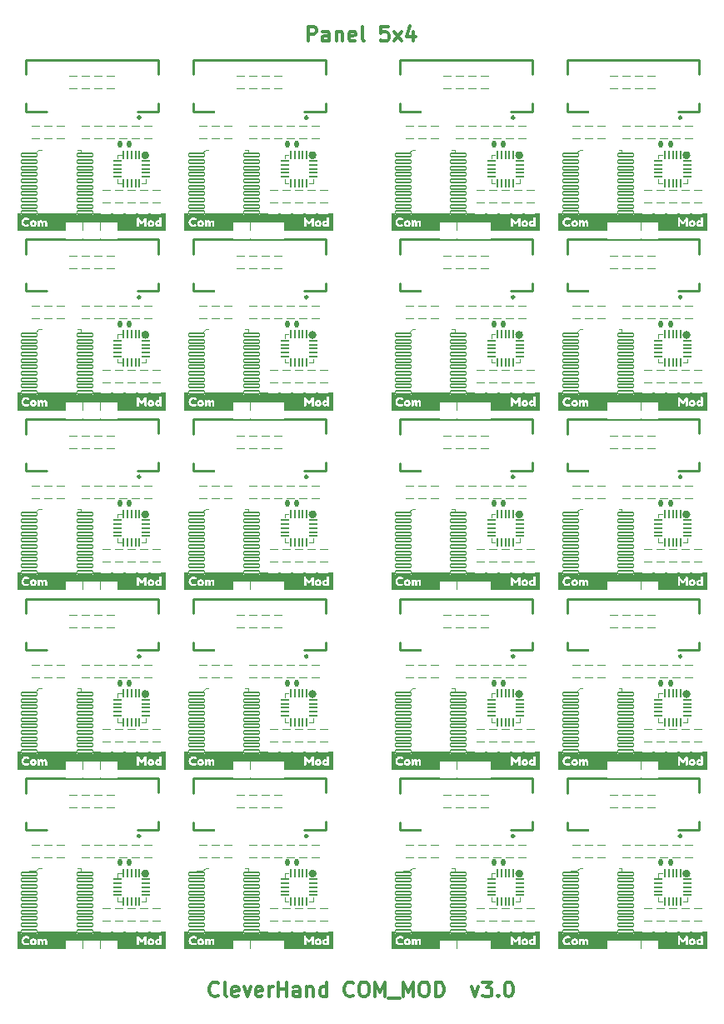
<source format=gbr>
%TF.GenerationSoftware,KiCad,Pcbnew,8.0.5-unknown-202409181836~355805756e~ubuntu22.04.1*%
%TF.CreationDate,2024-10-12T17:37:09+01:00*%
%TF.ProjectId,PANEL5x4_COM_MOD,50414e45-4c35-4783-945f-434f4d5f4d4f,1.0*%
%TF.SameCoordinates,Original*%
%TF.FileFunction,Legend,Top*%
%TF.FilePolarity,Positive*%
%FSLAX46Y46*%
G04 Gerber Fmt 4.6, Leading zero omitted, Abs format (unit mm)*
G04 Created by KiCad (PCBNEW 8.0.5-unknown-202409181836~355805756e~ubuntu22.04.1) date 2024-10-12 17:37:09*
%MOMM*%
%LPD*%
G01*
G04 APERTURE LIST*
G04 Aperture macros list*
%AMRoundRect*
0 Rectangle with rounded corners*
0 $1 Rounding radius*
0 $2 $3 $4 $5 $6 $7 $8 $9 X,Y pos of 4 corners*
0 Add a 4 corners polygon primitive as box body*
4,1,4,$2,$3,$4,$5,$6,$7,$8,$9,$2,$3,0*
0 Add four circle primitives for the rounded corners*
1,1,$1+$1,$2,$3*
1,1,$1+$1,$4,$5*
1,1,$1+$1,$6,$7*
1,1,$1+$1,$8,$9*
0 Add four rect primitives between the rounded corners*
20,1,$1+$1,$2,$3,$4,$5,0*
20,1,$1+$1,$4,$5,$6,$7,0*
20,1,$1+$1,$6,$7,$8,$9,0*
20,1,$1+$1,$8,$9,$2,$3,0*%
G04 Aperture macros list end*
%ADD10C,0.300000*%
%ADD11C,0.120000*%
%ADD12C,0.100000*%
%ADD13C,0.400000*%
%ADD14C,0.250000*%
%ADD15C,0.000000*%
%ADD16RoundRect,0.140000X0.140000X0.170000X-0.140000X0.170000X-0.140000X-0.170000X0.140000X-0.170000X0*%
%ADD17C,0.500000*%
%ADD18R,1.000000X1.000000*%
%ADD19RoundRect,0.070000X-0.800000X0.150000X-0.800000X-0.150000X0.800000X-0.150000X0.800000X0.150000X0*%
%ADD20RoundRect,0.050000X-0.050000X0.375000X-0.050000X-0.375000X0.050000X-0.375000X0.050000X0.375000X0*%
%ADD21RoundRect,0.050000X-0.375000X0.050000X-0.375000X-0.050000X0.375000X-0.050000X0.375000X0.050000X0*%
%ADD22R,1.400000X1.400000*%
%ADD23R,0.300000X1.250000*%
%ADD24R,2.000000X2.500000*%
%ADD25R,1.700000X1.700000*%
%ADD26C,2.000000*%
G04 APERTURE END LIST*
D10*
X26400001Y-99935471D02*
X26328573Y-100006900D01*
X26328573Y-100006900D02*
X26114287Y-100078328D01*
X26114287Y-100078328D02*
X25971430Y-100078328D01*
X25971430Y-100078328D02*
X25757144Y-100006900D01*
X25757144Y-100006900D02*
X25614287Y-99864042D01*
X25614287Y-99864042D02*
X25542858Y-99721185D01*
X25542858Y-99721185D02*
X25471430Y-99435471D01*
X25471430Y-99435471D02*
X25471430Y-99221185D01*
X25471430Y-99221185D02*
X25542858Y-98935471D01*
X25542858Y-98935471D02*
X25614287Y-98792614D01*
X25614287Y-98792614D02*
X25757144Y-98649757D01*
X25757144Y-98649757D02*
X25971430Y-98578328D01*
X25971430Y-98578328D02*
X26114287Y-98578328D01*
X26114287Y-98578328D02*
X26328573Y-98649757D01*
X26328573Y-98649757D02*
X26400001Y-98721185D01*
X27257144Y-100078328D02*
X27114287Y-100006900D01*
X27114287Y-100006900D02*
X27042858Y-99864042D01*
X27042858Y-99864042D02*
X27042858Y-98578328D01*
X28400001Y-100006900D02*
X28257144Y-100078328D01*
X28257144Y-100078328D02*
X27971429Y-100078328D01*
X27971429Y-100078328D02*
X27828572Y-100006900D01*
X27828572Y-100006900D02*
X27757144Y-99864042D01*
X27757144Y-99864042D02*
X27757144Y-99292614D01*
X27757144Y-99292614D02*
X27828572Y-99149757D01*
X27828572Y-99149757D02*
X27971429Y-99078328D01*
X27971429Y-99078328D02*
X28257144Y-99078328D01*
X28257144Y-99078328D02*
X28400001Y-99149757D01*
X28400001Y-99149757D02*
X28471429Y-99292614D01*
X28471429Y-99292614D02*
X28471429Y-99435471D01*
X28471429Y-99435471D02*
X27757144Y-99578328D01*
X28971429Y-99078328D02*
X29328572Y-100078328D01*
X29328572Y-100078328D02*
X29685715Y-99078328D01*
X30828572Y-100006900D02*
X30685715Y-100078328D01*
X30685715Y-100078328D02*
X30400000Y-100078328D01*
X30400000Y-100078328D02*
X30257143Y-100006900D01*
X30257143Y-100006900D02*
X30185715Y-99864042D01*
X30185715Y-99864042D02*
X30185715Y-99292614D01*
X30185715Y-99292614D02*
X30257143Y-99149757D01*
X30257143Y-99149757D02*
X30400000Y-99078328D01*
X30400000Y-99078328D02*
X30685715Y-99078328D01*
X30685715Y-99078328D02*
X30828572Y-99149757D01*
X30828572Y-99149757D02*
X30900000Y-99292614D01*
X30900000Y-99292614D02*
X30900000Y-99435471D01*
X30900000Y-99435471D02*
X30185715Y-99578328D01*
X31542857Y-100078328D02*
X31542857Y-99078328D01*
X31542857Y-99364042D02*
X31614286Y-99221185D01*
X31614286Y-99221185D02*
X31685714Y-99149757D01*
X31685714Y-99149757D02*
X31828572Y-99078328D01*
X31828572Y-99078328D02*
X31971429Y-99078328D01*
X32471428Y-100078328D02*
X32471428Y-98578328D01*
X32471428Y-99292614D02*
X33328571Y-99292614D01*
X33328571Y-100078328D02*
X33328571Y-98578328D01*
X34685714Y-100078328D02*
X34685714Y-99292614D01*
X34685714Y-99292614D02*
X34614286Y-99149757D01*
X34614286Y-99149757D02*
X34471429Y-99078328D01*
X34471429Y-99078328D02*
X34185714Y-99078328D01*
X34185714Y-99078328D02*
X34042857Y-99149757D01*
X34685714Y-100006900D02*
X34542857Y-100078328D01*
X34542857Y-100078328D02*
X34185714Y-100078328D01*
X34185714Y-100078328D02*
X34042857Y-100006900D01*
X34042857Y-100006900D02*
X33971429Y-99864042D01*
X33971429Y-99864042D02*
X33971429Y-99721185D01*
X33971429Y-99721185D02*
X34042857Y-99578328D01*
X34042857Y-99578328D02*
X34185714Y-99506900D01*
X34185714Y-99506900D02*
X34542857Y-99506900D01*
X34542857Y-99506900D02*
X34685714Y-99435471D01*
X35400000Y-99078328D02*
X35400000Y-100078328D01*
X35400000Y-99221185D02*
X35471429Y-99149757D01*
X35471429Y-99149757D02*
X35614286Y-99078328D01*
X35614286Y-99078328D02*
X35828572Y-99078328D01*
X35828572Y-99078328D02*
X35971429Y-99149757D01*
X35971429Y-99149757D02*
X36042857Y-99292614D01*
X36042857Y-99292614D02*
X36042857Y-100078328D01*
X37400000Y-100078328D02*
X37400000Y-98578328D01*
X37400000Y-100006900D02*
X37257143Y-100078328D01*
X37257143Y-100078328D02*
X36971429Y-100078328D01*
X36971429Y-100078328D02*
X36828572Y-100006900D01*
X36828572Y-100006900D02*
X36757143Y-99935471D01*
X36757143Y-99935471D02*
X36685715Y-99792614D01*
X36685715Y-99792614D02*
X36685715Y-99364042D01*
X36685715Y-99364042D02*
X36757143Y-99221185D01*
X36757143Y-99221185D02*
X36828572Y-99149757D01*
X36828572Y-99149757D02*
X36971429Y-99078328D01*
X36971429Y-99078328D02*
X37257143Y-99078328D01*
X37257143Y-99078328D02*
X37400000Y-99149757D01*
X40114286Y-99935471D02*
X40042858Y-100006900D01*
X40042858Y-100006900D02*
X39828572Y-100078328D01*
X39828572Y-100078328D02*
X39685715Y-100078328D01*
X39685715Y-100078328D02*
X39471429Y-100006900D01*
X39471429Y-100006900D02*
X39328572Y-99864042D01*
X39328572Y-99864042D02*
X39257143Y-99721185D01*
X39257143Y-99721185D02*
X39185715Y-99435471D01*
X39185715Y-99435471D02*
X39185715Y-99221185D01*
X39185715Y-99221185D02*
X39257143Y-98935471D01*
X39257143Y-98935471D02*
X39328572Y-98792614D01*
X39328572Y-98792614D02*
X39471429Y-98649757D01*
X39471429Y-98649757D02*
X39685715Y-98578328D01*
X39685715Y-98578328D02*
X39828572Y-98578328D01*
X39828572Y-98578328D02*
X40042858Y-98649757D01*
X40042858Y-98649757D02*
X40114286Y-98721185D01*
X41042857Y-98578328D02*
X41328571Y-98578328D01*
X41328571Y-98578328D02*
X41471428Y-98649757D01*
X41471428Y-98649757D02*
X41614285Y-98792614D01*
X41614285Y-98792614D02*
X41685714Y-99078328D01*
X41685714Y-99078328D02*
X41685714Y-99578328D01*
X41685714Y-99578328D02*
X41614285Y-99864042D01*
X41614285Y-99864042D02*
X41471428Y-100006900D01*
X41471428Y-100006900D02*
X41328571Y-100078328D01*
X41328571Y-100078328D02*
X41042857Y-100078328D01*
X41042857Y-100078328D02*
X40900000Y-100006900D01*
X40900000Y-100006900D02*
X40757143Y-99864042D01*
X40757143Y-99864042D02*
X40685715Y-99578328D01*
X40685715Y-99578328D02*
X40685715Y-99078328D01*
X40685715Y-99078328D02*
X40757143Y-98792614D01*
X40757143Y-98792614D02*
X40900000Y-98649757D01*
X40900000Y-98649757D02*
X41042857Y-98578328D01*
X42328571Y-100078328D02*
X42328571Y-98578328D01*
X42328571Y-98578328D02*
X42828571Y-99649757D01*
X42828571Y-99649757D02*
X43328571Y-98578328D01*
X43328571Y-98578328D02*
X43328571Y-100078328D01*
X43685715Y-100221185D02*
X44828572Y-100221185D01*
X45185714Y-100078328D02*
X45185714Y-98578328D01*
X45185714Y-98578328D02*
X45685714Y-99649757D01*
X45685714Y-99649757D02*
X46185714Y-98578328D01*
X46185714Y-98578328D02*
X46185714Y-100078328D01*
X47185715Y-98578328D02*
X47471429Y-98578328D01*
X47471429Y-98578328D02*
X47614286Y-98649757D01*
X47614286Y-98649757D02*
X47757143Y-98792614D01*
X47757143Y-98792614D02*
X47828572Y-99078328D01*
X47828572Y-99078328D02*
X47828572Y-99578328D01*
X47828572Y-99578328D02*
X47757143Y-99864042D01*
X47757143Y-99864042D02*
X47614286Y-100006900D01*
X47614286Y-100006900D02*
X47471429Y-100078328D01*
X47471429Y-100078328D02*
X47185715Y-100078328D01*
X47185715Y-100078328D02*
X47042858Y-100006900D01*
X47042858Y-100006900D02*
X46900000Y-99864042D01*
X46900000Y-99864042D02*
X46828572Y-99578328D01*
X46828572Y-99578328D02*
X46828572Y-99078328D01*
X46828572Y-99078328D02*
X46900000Y-98792614D01*
X46900000Y-98792614D02*
X47042858Y-98649757D01*
X47042858Y-98649757D02*
X47185715Y-98578328D01*
X48471429Y-100078328D02*
X48471429Y-98578328D01*
X48471429Y-98578328D02*
X48828572Y-98578328D01*
X48828572Y-98578328D02*
X49042858Y-98649757D01*
X49042858Y-98649757D02*
X49185715Y-98792614D01*
X49185715Y-98792614D02*
X49257144Y-98935471D01*
X49257144Y-98935471D02*
X49328572Y-99221185D01*
X49328572Y-99221185D02*
X49328572Y-99435471D01*
X49328572Y-99435471D02*
X49257144Y-99721185D01*
X49257144Y-99721185D02*
X49185715Y-99864042D01*
X49185715Y-99864042D02*
X49042858Y-100006900D01*
X49042858Y-100006900D02*
X48828572Y-100078328D01*
X48828572Y-100078328D02*
X48471429Y-100078328D01*
X52114286Y-99078328D02*
X52471429Y-100078328D01*
X52471429Y-100078328D02*
X52828572Y-99078328D01*
X53257143Y-98578328D02*
X54185715Y-98578328D01*
X54185715Y-98578328D02*
X53685715Y-99149757D01*
X53685715Y-99149757D02*
X53900000Y-99149757D01*
X53900000Y-99149757D02*
X54042858Y-99221185D01*
X54042858Y-99221185D02*
X54114286Y-99292614D01*
X54114286Y-99292614D02*
X54185715Y-99435471D01*
X54185715Y-99435471D02*
X54185715Y-99792614D01*
X54185715Y-99792614D02*
X54114286Y-99935471D01*
X54114286Y-99935471D02*
X54042858Y-100006900D01*
X54042858Y-100006900D02*
X53900000Y-100078328D01*
X53900000Y-100078328D02*
X53471429Y-100078328D01*
X53471429Y-100078328D02*
X53328572Y-100006900D01*
X53328572Y-100006900D02*
X53257143Y-99935471D01*
X54828571Y-99935471D02*
X54900000Y-100006900D01*
X54900000Y-100006900D02*
X54828571Y-100078328D01*
X54828571Y-100078328D02*
X54757143Y-100006900D01*
X54757143Y-100006900D02*
X54828571Y-99935471D01*
X54828571Y-99935471D02*
X54828571Y-100078328D01*
X55828572Y-98578328D02*
X55971429Y-98578328D01*
X55971429Y-98578328D02*
X56114286Y-98649757D01*
X56114286Y-98649757D02*
X56185715Y-98721185D01*
X56185715Y-98721185D02*
X56257143Y-98864042D01*
X56257143Y-98864042D02*
X56328572Y-99149757D01*
X56328572Y-99149757D02*
X56328572Y-99506900D01*
X56328572Y-99506900D02*
X56257143Y-99792614D01*
X56257143Y-99792614D02*
X56185715Y-99935471D01*
X56185715Y-99935471D02*
X56114286Y-100006900D01*
X56114286Y-100006900D02*
X55971429Y-100078328D01*
X55971429Y-100078328D02*
X55828572Y-100078328D01*
X55828572Y-100078328D02*
X55685715Y-100006900D01*
X55685715Y-100006900D02*
X55614286Y-99935471D01*
X55614286Y-99935471D02*
X55542857Y-99792614D01*
X55542857Y-99792614D02*
X55471429Y-99506900D01*
X55471429Y-99506900D02*
X55471429Y-99149757D01*
X55471429Y-99149757D02*
X55542857Y-98864042D01*
X55542857Y-98864042D02*
X55614286Y-98721185D01*
X55614286Y-98721185D02*
X55685715Y-98649757D01*
X55685715Y-98649757D02*
X55828572Y-98578328D01*
X35507144Y-2978328D02*
X35507144Y-1478328D01*
X35507144Y-1478328D02*
X36078573Y-1478328D01*
X36078573Y-1478328D02*
X36221430Y-1549757D01*
X36221430Y-1549757D02*
X36292859Y-1621185D01*
X36292859Y-1621185D02*
X36364287Y-1764042D01*
X36364287Y-1764042D02*
X36364287Y-1978328D01*
X36364287Y-1978328D02*
X36292859Y-2121185D01*
X36292859Y-2121185D02*
X36221430Y-2192614D01*
X36221430Y-2192614D02*
X36078573Y-2264042D01*
X36078573Y-2264042D02*
X35507144Y-2264042D01*
X37650001Y-2978328D02*
X37650001Y-2192614D01*
X37650001Y-2192614D02*
X37578573Y-2049757D01*
X37578573Y-2049757D02*
X37435716Y-1978328D01*
X37435716Y-1978328D02*
X37150001Y-1978328D01*
X37150001Y-1978328D02*
X37007144Y-2049757D01*
X37650001Y-2906900D02*
X37507144Y-2978328D01*
X37507144Y-2978328D02*
X37150001Y-2978328D01*
X37150001Y-2978328D02*
X37007144Y-2906900D01*
X37007144Y-2906900D02*
X36935716Y-2764042D01*
X36935716Y-2764042D02*
X36935716Y-2621185D01*
X36935716Y-2621185D02*
X37007144Y-2478328D01*
X37007144Y-2478328D02*
X37150001Y-2406900D01*
X37150001Y-2406900D02*
X37507144Y-2406900D01*
X37507144Y-2406900D02*
X37650001Y-2335471D01*
X38364287Y-1978328D02*
X38364287Y-2978328D01*
X38364287Y-2121185D02*
X38435716Y-2049757D01*
X38435716Y-2049757D02*
X38578573Y-1978328D01*
X38578573Y-1978328D02*
X38792859Y-1978328D01*
X38792859Y-1978328D02*
X38935716Y-2049757D01*
X38935716Y-2049757D02*
X39007144Y-2192614D01*
X39007144Y-2192614D02*
X39007144Y-2978328D01*
X40292859Y-2906900D02*
X40150002Y-2978328D01*
X40150002Y-2978328D02*
X39864287Y-2978328D01*
X39864287Y-2978328D02*
X39721430Y-2906900D01*
X39721430Y-2906900D02*
X39650002Y-2764042D01*
X39650002Y-2764042D02*
X39650002Y-2192614D01*
X39650002Y-2192614D02*
X39721430Y-2049757D01*
X39721430Y-2049757D02*
X39864287Y-1978328D01*
X39864287Y-1978328D02*
X40150002Y-1978328D01*
X40150002Y-1978328D02*
X40292859Y-2049757D01*
X40292859Y-2049757D02*
X40364287Y-2192614D01*
X40364287Y-2192614D02*
X40364287Y-2335471D01*
X40364287Y-2335471D02*
X39650002Y-2478328D01*
X41221429Y-2978328D02*
X41078572Y-2906900D01*
X41078572Y-2906900D02*
X41007143Y-2764042D01*
X41007143Y-2764042D02*
X41007143Y-1478328D01*
X43650000Y-1478328D02*
X42935714Y-1478328D01*
X42935714Y-1478328D02*
X42864286Y-2192614D01*
X42864286Y-2192614D02*
X42935714Y-2121185D01*
X42935714Y-2121185D02*
X43078572Y-2049757D01*
X43078572Y-2049757D02*
X43435714Y-2049757D01*
X43435714Y-2049757D02*
X43578572Y-2121185D01*
X43578572Y-2121185D02*
X43650000Y-2192614D01*
X43650000Y-2192614D02*
X43721429Y-2335471D01*
X43721429Y-2335471D02*
X43721429Y-2692614D01*
X43721429Y-2692614D02*
X43650000Y-2835471D01*
X43650000Y-2835471D02*
X43578572Y-2906900D01*
X43578572Y-2906900D02*
X43435714Y-2978328D01*
X43435714Y-2978328D02*
X43078572Y-2978328D01*
X43078572Y-2978328D02*
X42935714Y-2906900D01*
X42935714Y-2906900D02*
X42864286Y-2835471D01*
X44221428Y-2978328D02*
X45007143Y-1978328D01*
X44221428Y-1978328D02*
X45007143Y-2978328D01*
X46221429Y-1978328D02*
X46221429Y-2978328D01*
X45864286Y-1406900D02*
X45507143Y-2478328D01*
X45507143Y-2478328D02*
X46435714Y-2478328D01*
D11*
%TO.C,J12*%
X35423999Y-54615002D02*
X36185999Y-54615002D01*
X35423999Y-55885002D02*
X36185999Y-55885002D01*
%TO.C,J1*%
X64436000Y-84615004D02*
X63674000Y-84615004D01*
X64436000Y-85885004D02*
X63674000Y-85885004D01*
%TO.C,J8*%
X72056000Y-48115002D02*
X71294000Y-48115002D01*
X72056000Y-49385002D02*
X71294000Y-49385002D01*
D12*
%TO.C,U2*%
X45600000Y-39250001D02*
X45600000Y-38950001D01*
X45600000Y-39250001D02*
X45900000Y-39250001D01*
X45800000Y-32550001D02*
X45200000Y-32550001D01*
X46100000Y-32250001D02*
X45800000Y-32550001D01*
X46400000Y-32250001D02*
X46100000Y-32250001D01*
X50400000Y-32250001D02*
X50100000Y-32250001D01*
X50400000Y-32550001D02*
X50400000Y-32250001D01*
X50400000Y-38950001D02*
X50400000Y-39250001D01*
X50400000Y-39250001D02*
X50100000Y-39250001D01*
D11*
%TO.C,J20*%
X19596000Y-84615004D02*
X18834000Y-84615004D01*
X19596000Y-85885004D02*
X18834000Y-85885004D01*
%TO.C,J4*%
X51246000Y-61285003D02*
X50484000Y-61285003D01*
X51246000Y-62555003D02*
X50484000Y-62555003D01*
%TO.C,U1*%
X16119999Y-69260003D02*
X16519999Y-69260003D01*
X16119999Y-69660003D02*
X16119999Y-69260003D01*
X16119999Y-72160003D02*
X16119999Y-71760003D01*
X16519999Y-72160003D02*
X16119999Y-72160003D01*
X19019999Y-71760003D02*
X19019999Y-72160003D01*
X19019999Y-72160003D02*
X18619999Y-72160003D01*
D13*
X19159999Y-69320003D02*
G75*
G02*
X18759999Y-69320003I-200000J0D01*
G01*
X18759999Y-69320003D02*
G75*
G02*
X19159999Y-69320003I200000J0D01*
G01*
D11*
%TO.C,J12*%
X73423999Y-72865003D02*
X74185999Y-72865003D01*
X73423999Y-74135003D02*
X74185999Y-74135003D01*
%TO.C,J5*%
X30246000Y-66365003D02*
X29484000Y-66365003D01*
X30246000Y-67635003D02*
X29484000Y-67635003D01*
%TO.C,J13*%
X55154000Y-18115000D02*
X55916000Y-18115000D01*
X55154000Y-19385000D02*
X55916000Y-19385000D01*
%TO.C,J16*%
X19185999Y-74135003D02*
X18423999Y-74135003D01*
X19185999Y-75405003D02*
X18423999Y-75405003D01*
%TO.C,J10*%
X14516000Y-79535004D02*
X13754000Y-79535004D01*
X14516000Y-80805004D02*
X13754000Y-80805004D01*
%TO.C,U1*%
X71119999Y-69260003D02*
X71519999Y-69260003D01*
X71119999Y-69660003D02*
X71119999Y-69260003D01*
X71119999Y-72160003D02*
X71119999Y-71760003D01*
X71519999Y-72160003D02*
X71119999Y-72160003D01*
X74019999Y-71760003D02*
X74019999Y-72160003D01*
X74019999Y-72160003D02*
X73619999Y-72160003D01*
D13*
X74159999Y-69320003D02*
G75*
G02*
X73759999Y-69320003I-200000J0D01*
G01*
X73759999Y-69320003D02*
G75*
G02*
X74159999Y-69320003I200000J0D01*
G01*
D11*
%TO.C,J7*%
X53786000Y-29865001D02*
X53024000Y-29865001D01*
X53786000Y-31135001D02*
X53024000Y-31135001D01*
%TO.C,J2*%
X26944000Y-66365003D02*
X27706000Y-66365003D01*
X26944000Y-67635003D02*
X27706000Y-67635003D01*
%TO.C,J15*%
X72915999Y-74135003D02*
X72153999Y-74135003D01*
X72915999Y-75405003D02*
X72153999Y-75405003D01*
D14*
%TO.C,FPC2*%
X61830000Y-4880000D02*
X75270000Y-4880000D01*
X61830000Y-6370000D02*
X61830000Y-4880000D01*
X61830000Y-10120000D02*
X61830000Y-9330000D01*
X63970000Y-10120000D02*
X61830000Y-10120000D01*
X75270000Y-4880000D02*
X75270000Y-6340000D01*
X75270000Y-9300000D02*
X75270000Y-10120000D01*
X75270000Y-10120000D02*
X73130000Y-10120000D01*
X73460000Y-10750000D02*
G75*
G02*
X73200000Y-10750000I-130000J0D01*
G01*
X73200000Y-10750000D02*
G75*
G02*
X73460000Y-10750000I130000J0D01*
G01*
X73460000Y-10750000D02*
G75*
G02*
X73200000Y-10750000I-130000J0D01*
G01*
X73200000Y-10750000D02*
G75*
G02*
X73460000Y-10750000I130000J0D01*
G01*
D15*
%TO.C,kibuzzard-658C3FF8*%
G36*
X58366889Y-76174298D02*
G01*
X58396734Y-76251133D01*
X58365619Y-76326698D01*
X58287514Y-76360988D01*
X58207504Y-76326698D01*
X58174484Y-76250498D01*
X58204964Y-76173663D01*
X58286244Y-76138738D01*
X58366889Y-76174298D01*
G37*
G36*
X45673874Y-76153978D02*
G01*
X45703401Y-76192395D01*
X45713244Y-76246688D01*
X45702766Y-76301298D01*
X45671334Y-76340668D01*
X45587514Y-76372418D01*
X45504964Y-76341303D01*
X45474484Y-76302568D01*
X45464324Y-76248593D01*
X45474166Y-76194459D01*
X45503694Y-76155248D01*
X45588784Y-76123498D01*
X45673874Y-76153978D01*
G37*
G36*
X57618224Y-76153978D02*
G01*
X57647752Y-76192395D01*
X57657594Y-76246688D01*
X57647117Y-76301298D01*
X57615684Y-76340668D01*
X57531864Y-76372418D01*
X57449314Y-76341303D01*
X57418834Y-76302568D01*
X57408674Y-76248593D01*
X57418517Y-76194459D01*
X57448044Y-76155248D01*
X57533134Y-76123498D01*
X57618224Y-76153978D01*
G37*
G36*
X59046127Y-77020541D02*
G01*
X58622794Y-77020541D01*
X58501509Y-77020541D01*
X57533134Y-77020541D01*
X56992114Y-77020541D01*
X46887994Y-77020541D01*
X45588784Y-77020541D01*
X44862979Y-77020541D01*
X44377204Y-77020541D01*
X43953871Y-77020541D01*
X43953871Y-76114608D01*
X44377204Y-76114608D01*
X44385618Y-76210017D01*
X44410859Y-76298123D01*
X44449118Y-76374958D01*
X44496584Y-76436553D01*
X44551988Y-76486401D01*
X44614059Y-76527993D01*
X44678511Y-76560060D01*
X44741059Y-76581333D01*
X44802336Y-76593239D01*
X44862979Y-76597208D01*
X44924415Y-76592128D01*
X44988074Y-76576888D01*
X45073799Y-76543868D01*
X45117614Y-76517198D01*
X45157619Y-76485448D01*
X45174764Y-76440998D01*
X45146824Y-76369878D01*
X45102691Y-76316538D01*
X45061734Y-76298758D01*
X45000774Y-76324158D01*
X44977914Y-76340668D01*
X44927749Y-76360988D01*
X44853454Y-76371148D01*
X44771221Y-76357178D01*
X44692164Y-76315268D01*
X44639731Y-76250498D01*
X45239534Y-76250498D01*
X45253028Y-76346859D01*
X45293509Y-76432743D01*
X45353675Y-76503545D01*
X45426224Y-76554663D01*
X45506234Y-76585619D01*
X45588784Y-76595938D01*
X45671175Y-76586254D01*
X45750709Y-76557203D01*
X45822940Y-76507673D01*
X45883424Y-76436553D01*
X45924381Y-76348764D01*
X45938034Y-76249228D01*
X45926322Y-76153625D01*
X45891185Y-76070017D01*
X45854952Y-76025708D01*
X46020584Y-76025708D01*
X46020584Y-76472748D01*
X46022489Y-76517198D01*
X46033284Y-76550218D01*
X46066621Y-76575936D01*
X46131074Y-76584508D01*
X46195844Y-76576253D01*
X46230134Y-76551488D01*
X46242199Y-76517833D01*
X46244104Y-76474018D01*
X46244104Y-76249228D01*
X46263154Y-76166360D01*
X46320304Y-76138738D01*
X46379359Y-76166360D01*
X46399044Y-76249228D01*
X46399044Y-76471478D01*
X46400949Y-76515293D01*
X46411744Y-76548948D01*
X46445081Y-76575618D01*
X46509534Y-76584508D01*
X46574939Y-76575936D01*
X46608594Y-76550218D01*
X46620659Y-76517198D01*
X46622564Y-76472748D01*
X46622564Y-76250498D01*
X46638439Y-76167948D01*
X46698764Y-76138738D01*
X46757819Y-76166360D01*
X46777504Y-76249228D01*
X46777504Y-76471478D01*
X46779409Y-76515293D01*
X46790204Y-76548948D01*
X46823541Y-76575618D01*
X46887994Y-76584508D01*
X46953081Y-76575936D01*
X46985784Y-76550218D01*
X46997849Y-76516563D01*
X46999754Y-76472748D01*
X46999754Y-76250498D01*
X46992134Y-76141631D01*
X46969274Y-76055482D01*
X46931174Y-75992053D01*
X46854339Y-75933474D01*
X46760994Y-75913948D01*
X46672094Y-75938713D01*
X46609229Y-75984433D01*
X46575574Y-76024438D01*
X46525903Y-75963055D01*
X46461556Y-75926225D01*
X46382534Y-75913948D01*
X46304746Y-75936490D01*
X46239024Y-76004118D01*
X46217434Y-75938078D01*
X46124724Y-75915218D01*
X46066621Y-75923790D01*
X46034554Y-75949508D01*
X46022489Y-75981893D01*
X46020584Y-76025708D01*
X45854952Y-76025708D01*
X45832624Y-75998403D01*
X45758823Y-75943722D01*
X45677966Y-75910914D01*
X45590054Y-75899978D01*
X45502001Y-75910985D01*
X45420721Y-75944005D01*
X45346214Y-75999038D01*
X45286947Y-76071005D01*
X45251387Y-76154825D01*
X45239534Y-76250498D01*
X44639731Y-76250498D01*
X44627394Y-76235258D01*
X44608344Y-76181124D01*
X44601994Y-76120323D01*
X44608344Y-76059522D01*
X44627394Y-76005388D01*
X44690894Y-75926648D01*
X44771539Y-75883785D01*
X44853454Y-75869498D01*
X44933464Y-75880293D01*
X44995694Y-75912678D01*
X45060464Y-75940618D01*
X45102374Y-75923473D01*
X45149364Y-75872038D01*
X45176034Y-75801553D01*
X45156222Y-75765358D01*
X56098034Y-75765358D01*
X56098034Y-76470208D01*
X56099939Y-76515928D01*
X56112004Y-76548948D01*
X56145659Y-76574665D01*
X56208524Y-76583238D01*
X56273294Y-76574665D01*
X56307584Y-76548948D01*
X56319649Y-76516563D01*
X56321554Y-76472748D01*
X56321554Y-76044758D01*
X56345049Y-76076349D01*
X56402834Y-76155883D01*
X56465382Y-76241449D01*
X56503164Y-76291138D01*
X56513324Y-76305108D01*
X56546979Y-76331143D01*
X56599049Y-76344478D01*
X56652389Y-76329873D01*
X56683504Y-76307013D01*
X56706364Y-76277168D01*
X56733987Y-76239544D01*
X56783834Y-76169853D01*
X56837492Y-76095717D01*
X56876544Y-76044758D01*
X56876544Y-76470208D01*
X56882894Y-76536248D01*
X56900674Y-76561648D01*
X56933694Y-76576888D01*
X56992114Y-76583238D01*
X57053074Y-76575618D01*
X57089269Y-76542281D01*
X57101334Y-76472748D01*
X57101334Y-76250498D01*
X57183884Y-76250498D01*
X57197378Y-76346859D01*
X57237859Y-76432743D01*
X57298025Y-76503545D01*
X57370574Y-76554663D01*
X57450584Y-76585619D01*
X57533134Y-76595938D01*
X57615525Y-76586254D01*
X57695059Y-76557203D01*
X57767290Y-76507673D01*
X57827774Y-76436553D01*
X57868732Y-76348764D01*
X57882297Y-76249863D01*
X57952234Y-76249863D01*
X57962676Y-76334671D01*
X57994003Y-76412141D01*
X58046214Y-76482273D01*
X58111125Y-76537659D01*
X58180552Y-76570891D01*
X58254494Y-76581968D01*
X58339267Y-76566728D01*
X58403084Y-76521008D01*
X58432770Y-76567680D01*
X58501509Y-76583238D01*
X58572470Y-76574665D01*
X58608824Y-76548948D01*
X58620889Y-76516563D01*
X58622794Y-76472748D01*
X58622794Y-75714558D01*
X58620889Y-75670743D01*
X58609459Y-75637088D01*
X58575804Y-75610418D01*
X58511669Y-75602798D01*
X58447534Y-75610418D01*
X58413879Y-75636453D01*
X58402449Y-75669473D01*
X58400544Y-75713288D01*
X58400544Y-75979988D01*
X58337997Y-75932363D01*
X58254494Y-75916488D01*
X58181187Y-75927636D01*
X58111972Y-75961079D01*
X58046849Y-76016818D01*
X57994285Y-76087303D01*
X57962747Y-76164985D01*
X57952234Y-76249863D01*
X57882297Y-76249863D01*
X57882384Y-76249228D01*
X57870672Y-76153625D01*
X57835535Y-76070017D01*
X57776974Y-75998403D01*
X57703173Y-75943722D01*
X57622316Y-75910914D01*
X57534404Y-75899978D01*
X57446351Y-75910985D01*
X57365071Y-75944005D01*
X57290564Y-75999038D01*
X57231297Y-76071005D01*
X57195737Y-76154825D01*
X57183884Y-76250498D01*
X57101334Y-76250498D01*
X57101334Y-75767898D01*
X57099429Y-75723448D01*
X57087364Y-75689158D01*
X57053868Y-75663440D01*
X56988939Y-75654868D01*
X56923058Y-75663440D01*
X56886704Y-75689158D01*
X56852008Y-75733506D01*
X56805830Y-75793400D01*
X56748172Y-75868838D01*
X56679034Y-75959820D01*
X56598414Y-76066348D01*
X56310124Y-75687888D01*
X56302504Y-75680268D01*
X56270119Y-75663123D01*
X56211064Y-75654868D01*
X56146294Y-75663123D01*
X56112004Y-75687888D01*
X56099939Y-75721543D01*
X56098034Y-75765358D01*
X45156222Y-75765358D01*
X45143014Y-75741228D01*
X45107454Y-75718368D01*
X45076974Y-75700588D01*
X44983629Y-75663123D01*
X44922510Y-75649312D01*
X44862344Y-75644708D01*
X44778665Y-75652328D01*
X44695268Y-75675188D01*
X44612154Y-75713288D01*
X44549765Y-75753134D01*
X44494679Y-75801553D01*
X44447848Y-75861243D01*
X44410224Y-75934903D01*
X44385459Y-76020152D01*
X44377204Y-76114608D01*
X43953871Y-76114608D01*
X43953871Y-75179465D01*
X44377204Y-75179465D01*
X58622794Y-75179465D01*
X59046127Y-75179465D01*
X59046127Y-77020541D01*
G37*
D11*
%TO.C,J12*%
X73423999Y-18115000D02*
X74185999Y-18115000D01*
X73423999Y-19385000D02*
X74185999Y-19385000D01*
%TO.C,J16*%
X36185999Y-37635001D02*
X35423999Y-37635001D01*
X36185999Y-38905001D02*
X35423999Y-38905001D01*
X57185999Y-37635001D02*
X56423999Y-37635001D01*
X57185999Y-38905001D02*
X56423999Y-38905001D01*
%TO.C,J7*%
X32786000Y-11615000D02*
X32024000Y-11615000D01*
X32786000Y-12885000D02*
X32024000Y-12885000D01*
X53786000Y-11615000D02*
X53024000Y-11615000D01*
X53786000Y-12885000D02*
X53024000Y-12885000D01*
%TO.C,J3*%
X49976000Y-61285003D02*
X49214000Y-61285003D01*
X49976000Y-62555003D02*
X49214000Y-62555003D01*
%TO.C,J2*%
X26944000Y-29865001D02*
X27706000Y-29865001D01*
X26944000Y-31135001D02*
X27706000Y-31135001D01*
%TO.C,J11*%
X36693999Y-18115000D02*
X37455999Y-18115000D01*
X36693999Y-19385000D02*
X37455999Y-19385000D01*
%TO.C,J22*%
X70375999Y-36365001D02*
X69613999Y-36365001D01*
X70375999Y-37635001D02*
X69613999Y-37635001D01*
D12*
%TO.C,U2*%
X62600000Y-21000000D02*
X62600000Y-20700000D01*
X62600000Y-21000000D02*
X62900000Y-21000000D01*
X62800000Y-14300000D02*
X62200000Y-14300000D01*
X63100000Y-14000000D02*
X62800000Y-14300000D01*
X63400000Y-14000000D02*
X63100000Y-14000000D01*
X67400000Y-14000000D02*
X67100000Y-14000000D01*
X67400000Y-14300000D02*
X67400000Y-14000000D01*
X67400000Y-20700000D02*
X67400000Y-21000000D01*
X67400000Y-21000000D02*
X67100000Y-21000000D01*
D11*
%TO.C,J15*%
X17915999Y-92385004D02*
X17153999Y-92385004D01*
X17915999Y-93655004D02*
X17153999Y-93655004D01*
%TO.C,J4*%
X68246000Y-24785001D02*
X67484000Y-24785001D01*
X68246000Y-26055001D02*
X67484000Y-26055001D01*
%TO.C,J9*%
X56326000Y-84615004D02*
X55564000Y-84615004D01*
X56326000Y-85885004D02*
X55564000Y-85885004D01*
%TO.C,J5*%
X13246000Y-29865001D02*
X12484000Y-29865001D01*
X13246000Y-31135001D02*
X12484000Y-31135001D01*
%TO.C,J11*%
X74693999Y-72865003D02*
X75455999Y-72865003D01*
X74693999Y-74135003D02*
X75455999Y-74135003D01*
%TO.C,J23*%
X70786000Y-61285003D02*
X70024000Y-61285003D01*
X70786000Y-62555003D02*
X70024000Y-62555003D01*
%TO.C,J14*%
X32883999Y-91115004D02*
X33645999Y-91115004D01*
X32883999Y-92385004D02*
X33645999Y-92385004D01*
%TO.C,J17*%
X37455999Y-92385004D02*
X36693999Y-92385004D01*
X37455999Y-93655004D02*
X36693999Y-93655004D01*
%TO.C,J3*%
X66976000Y-43035002D02*
X66214000Y-43035002D01*
X66976000Y-44305002D02*
X66214000Y-44305002D01*
%TO.C,J11*%
X57693999Y-36365001D02*
X58455999Y-36365001D01*
X57693999Y-37635001D02*
X58455999Y-37635001D01*
D14*
%TO.C,FPC2*%
X6830000Y-41380002D02*
X20270000Y-41380002D01*
X6830000Y-42870002D02*
X6830000Y-41380002D01*
X6830000Y-46620002D02*
X6830000Y-45830002D01*
X8970000Y-46620002D02*
X6830000Y-46620002D01*
X20270000Y-41380002D02*
X20270000Y-42840002D01*
X20270000Y-45800002D02*
X20270000Y-46620002D01*
X20270000Y-46620002D02*
X18130000Y-46620002D01*
X18460000Y-47250002D02*
G75*
G02*
X18200000Y-47250002I-130000J0D01*
G01*
X18200000Y-47250002D02*
G75*
G02*
X18460000Y-47250002I130000J0D01*
G01*
X18460000Y-47250002D02*
G75*
G02*
X18200000Y-47250002I-130000J0D01*
G01*
X18200000Y-47250002D02*
G75*
G02*
X18460000Y-47250002I130000J0D01*
G01*
D11*
%TO.C,J15*%
X55915999Y-92385004D02*
X55153999Y-92385004D01*
X55915999Y-93655004D02*
X55153999Y-93655004D01*
%TO.C,J20*%
X19596000Y-11615000D02*
X18834000Y-11615000D01*
X19596000Y-12885000D02*
X18834000Y-12885000D01*
%TO.C,J2*%
X47944000Y-48115002D02*
X48706000Y-48115002D01*
X47944000Y-49385002D02*
X48706000Y-49385002D01*
%TO.C,J21*%
X33645999Y-74135003D02*
X32883999Y-74135003D01*
X33645999Y-75405003D02*
X32883999Y-75405003D01*
%TO.C,J4*%
X13246000Y-61285003D02*
X12484000Y-61285003D01*
X13246000Y-62555003D02*
X12484000Y-62555003D01*
%TO.C,J2*%
X47944000Y-29865001D02*
X48706000Y-29865001D01*
X47944000Y-31135001D02*
X48706000Y-31135001D01*
%TO.C,J8*%
X17056000Y-29865001D02*
X16294000Y-29865001D01*
X17056000Y-31135001D02*
X16294000Y-31135001D01*
%TO.C,J10*%
X14516000Y-61285003D02*
X13754000Y-61285003D01*
X14516000Y-62555003D02*
X13754000Y-62555003D01*
%TO.C,J17*%
X75455999Y-37635001D02*
X74693999Y-37635001D01*
X75455999Y-38905001D02*
X74693999Y-38905001D01*
%TO.C,J2*%
X64944000Y-84615004D02*
X65706000Y-84615004D01*
X64944000Y-85885004D02*
X65706000Y-85885004D01*
%TO.C,J5*%
X30246000Y-11615000D02*
X29484000Y-11615000D01*
X30246000Y-12885000D02*
X29484000Y-12885000D01*
%TO.C,J17*%
X37455999Y-19385000D02*
X36693999Y-19385000D01*
X37455999Y-20655000D02*
X36693999Y-20655000D01*
%TO.C,J1*%
X9436000Y-66365003D02*
X8674000Y-66365003D01*
X9436000Y-67635003D02*
X8674000Y-67635003D01*
D15*
%TO.C,kibuzzard-658C3FF8*%
G36*
X75366889Y-39674296D02*
G01*
X75396734Y-39751131D01*
X75365619Y-39826696D01*
X75287514Y-39860986D01*
X75207504Y-39826696D01*
X75174484Y-39750496D01*
X75204964Y-39673661D01*
X75286244Y-39638736D01*
X75366889Y-39674296D01*
G37*
G36*
X62673874Y-39653976D02*
G01*
X62703401Y-39692393D01*
X62713244Y-39746686D01*
X62702766Y-39801296D01*
X62671334Y-39840666D01*
X62587514Y-39872416D01*
X62504964Y-39841301D01*
X62474484Y-39802566D01*
X62464324Y-39748591D01*
X62474166Y-39694457D01*
X62503694Y-39655246D01*
X62588784Y-39623496D01*
X62673874Y-39653976D01*
G37*
G36*
X74618224Y-39653976D02*
G01*
X74647752Y-39692393D01*
X74657594Y-39746686D01*
X74647117Y-39801296D01*
X74615684Y-39840666D01*
X74531864Y-39872416D01*
X74449314Y-39841301D01*
X74418834Y-39802566D01*
X74408674Y-39748591D01*
X74418517Y-39694457D01*
X74448044Y-39655246D01*
X74533134Y-39623496D01*
X74618224Y-39653976D01*
G37*
G36*
X76046127Y-40520539D02*
G01*
X75622794Y-40520539D01*
X75501509Y-40520539D01*
X74533134Y-40520539D01*
X73992114Y-40520539D01*
X63887994Y-40520539D01*
X62588784Y-40520539D01*
X61862979Y-40520539D01*
X61377204Y-40520539D01*
X60953871Y-40520539D01*
X60953871Y-39614606D01*
X61377204Y-39614606D01*
X61385618Y-39710015D01*
X61410859Y-39798121D01*
X61449118Y-39874956D01*
X61496584Y-39936551D01*
X61551988Y-39986399D01*
X61614059Y-40027991D01*
X61678511Y-40060058D01*
X61741059Y-40081331D01*
X61802336Y-40093237D01*
X61862979Y-40097206D01*
X61924415Y-40092126D01*
X61988074Y-40076886D01*
X62073799Y-40043866D01*
X62117614Y-40017196D01*
X62157619Y-39985446D01*
X62174764Y-39940996D01*
X62146824Y-39869876D01*
X62102691Y-39816536D01*
X62061734Y-39798756D01*
X62000774Y-39824156D01*
X61977914Y-39840666D01*
X61927749Y-39860986D01*
X61853454Y-39871146D01*
X61771221Y-39857176D01*
X61692164Y-39815266D01*
X61639731Y-39750496D01*
X62239534Y-39750496D01*
X62253028Y-39846857D01*
X62293509Y-39932741D01*
X62353675Y-40003543D01*
X62426224Y-40054661D01*
X62506234Y-40085617D01*
X62588784Y-40095936D01*
X62671175Y-40086252D01*
X62750709Y-40057201D01*
X62822940Y-40007671D01*
X62883424Y-39936551D01*
X62924381Y-39848762D01*
X62938034Y-39749226D01*
X62926322Y-39653623D01*
X62891185Y-39570015D01*
X62854952Y-39525706D01*
X63020584Y-39525706D01*
X63020584Y-39972746D01*
X63022489Y-40017196D01*
X63033284Y-40050216D01*
X63066621Y-40075934D01*
X63131074Y-40084506D01*
X63195844Y-40076251D01*
X63230134Y-40051486D01*
X63242199Y-40017831D01*
X63244104Y-39974016D01*
X63244104Y-39749226D01*
X63263154Y-39666358D01*
X63320304Y-39638736D01*
X63379359Y-39666358D01*
X63399044Y-39749226D01*
X63399044Y-39971476D01*
X63400949Y-40015291D01*
X63411744Y-40048946D01*
X63445081Y-40075616D01*
X63509534Y-40084506D01*
X63574939Y-40075934D01*
X63608594Y-40050216D01*
X63620659Y-40017196D01*
X63622564Y-39972746D01*
X63622564Y-39750496D01*
X63638439Y-39667946D01*
X63698764Y-39638736D01*
X63757819Y-39666358D01*
X63777504Y-39749226D01*
X63777504Y-39971476D01*
X63779409Y-40015291D01*
X63790204Y-40048946D01*
X63823541Y-40075616D01*
X63887994Y-40084506D01*
X63953081Y-40075934D01*
X63985784Y-40050216D01*
X63997849Y-40016561D01*
X63999754Y-39972746D01*
X63999754Y-39750496D01*
X63992134Y-39641629D01*
X63969274Y-39555480D01*
X63931174Y-39492051D01*
X63854339Y-39433472D01*
X63760994Y-39413946D01*
X63672094Y-39438711D01*
X63609229Y-39484431D01*
X63575574Y-39524436D01*
X63525903Y-39463053D01*
X63461556Y-39426223D01*
X63382534Y-39413946D01*
X63304746Y-39436488D01*
X63239024Y-39504116D01*
X63217434Y-39438076D01*
X63124724Y-39415216D01*
X63066621Y-39423788D01*
X63034554Y-39449506D01*
X63022489Y-39481891D01*
X63020584Y-39525706D01*
X62854952Y-39525706D01*
X62832624Y-39498401D01*
X62758823Y-39443720D01*
X62677966Y-39410912D01*
X62590054Y-39399976D01*
X62502001Y-39410983D01*
X62420721Y-39444003D01*
X62346214Y-39499036D01*
X62286947Y-39571003D01*
X62251387Y-39654823D01*
X62239534Y-39750496D01*
X61639731Y-39750496D01*
X61627394Y-39735256D01*
X61608344Y-39681122D01*
X61601994Y-39620321D01*
X61608344Y-39559520D01*
X61627394Y-39505386D01*
X61690894Y-39426646D01*
X61771539Y-39383783D01*
X61853454Y-39369496D01*
X61933464Y-39380291D01*
X61995694Y-39412676D01*
X62060464Y-39440616D01*
X62102374Y-39423471D01*
X62149364Y-39372036D01*
X62176034Y-39301551D01*
X62156222Y-39265356D01*
X73098034Y-39265356D01*
X73098034Y-39970206D01*
X73099939Y-40015926D01*
X73112004Y-40048946D01*
X73145659Y-40074663D01*
X73208524Y-40083236D01*
X73273294Y-40074663D01*
X73307584Y-40048946D01*
X73319649Y-40016561D01*
X73321554Y-39972746D01*
X73321554Y-39544756D01*
X73345049Y-39576347D01*
X73402834Y-39655881D01*
X73465382Y-39741447D01*
X73503164Y-39791136D01*
X73513324Y-39805106D01*
X73546979Y-39831141D01*
X73599049Y-39844476D01*
X73652389Y-39829871D01*
X73683504Y-39807011D01*
X73706364Y-39777166D01*
X73733987Y-39739542D01*
X73783834Y-39669851D01*
X73837492Y-39595715D01*
X73876544Y-39544756D01*
X73876544Y-39970206D01*
X73882894Y-40036246D01*
X73900674Y-40061646D01*
X73933694Y-40076886D01*
X73992114Y-40083236D01*
X74053074Y-40075616D01*
X74089269Y-40042279D01*
X74101334Y-39972746D01*
X74101334Y-39750496D01*
X74183884Y-39750496D01*
X74197378Y-39846857D01*
X74237859Y-39932741D01*
X74298025Y-40003543D01*
X74370574Y-40054661D01*
X74450584Y-40085617D01*
X74533134Y-40095936D01*
X74615525Y-40086252D01*
X74695059Y-40057201D01*
X74767290Y-40007671D01*
X74827774Y-39936551D01*
X74868732Y-39848762D01*
X74882297Y-39749861D01*
X74952234Y-39749861D01*
X74962676Y-39834669D01*
X74994003Y-39912139D01*
X75046214Y-39982271D01*
X75111125Y-40037657D01*
X75180552Y-40070889D01*
X75254494Y-40081966D01*
X75339267Y-40066726D01*
X75403084Y-40021006D01*
X75432770Y-40067678D01*
X75501509Y-40083236D01*
X75572470Y-40074663D01*
X75608824Y-40048946D01*
X75620889Y-40016561D01*
X75622794Y-39972746D01*
X75622794Y-39214556D01*
X75620889Y-39170741D01*
X75609459Y-39137086D01*
X75575804Y-39110416D01*
X75511669Y-39102796D01*
X75447534Y-39110416D01*
X75413879Y-39136451D01*
X75402449Y-39169471D01*
X75400544Y-39213286D01*
X75400544Y-39479986D01*
X75337997Y-39432361D01*
X75254494Y-39416486D01*
X75181187Y-39427634D01*
X75111972Y-39461077D01*
X75046849Y-39516816D01*
X74994285Y-39587301D01*
X74962747Y-39664983D01*
X74952234Y-39749861D01*
X74882297Y-39749861D01*
X74882384Y-39749226D01*
X74870672Y-39653623D01*
X74835535Y-39570015D01*
X74776974Y-39498401D01*
X74703173Y-39443720D01*
X74622316Y-39410912D01*
X74534404Y-39399976D01*
X74446351Y-39410983D01*
X74365071Y-39444003D01*
X74290564Y-39499036D01*
X74231297Y-39571003D01*
X74195737Y-39654823D01*
X74183884Y-39750496D01*
X74101334Y-39750496D01*
X74101334Y-39267896D01*
X74099429Y-39223446D01*
X74087364Y-39189156D01*
X74053868Y-39163438D01*
X73988939Y-39154866D01*
X73923058Y-39163438D01*
X73886704Y-39189156D01*
X73852008Y-39233504D01*
X73805830Y-39293398D01*
X73748172Y-39368836D01*
X73679034Y-39459818D01*
X73598414Y-39566346D01*
X73310124Y-39187886D01*
X73302504Y-39180266D01*
X73270119Y-39163121D01*
X73211064Y-39154866D01*
X73146294Y-39163121D01*
X73112004Y-39187886D01*
X73099939Y-39221541D01*
X73098034Y-39265356D01*
X62156222Y-39265356D01*
X62143014Y-39241226D01*
X62107454Y-39218366D01*
X62076974Y-39200586D01*
X61983629Y-39163121D01*
X61922510Y-39149310D01*
X61862344Y-39144706D01*
X61778665Y-39152326D01*
X61695268Y-39175186D01*
X61612154Y-39213286D01*
X61549765Y-39253132D01*
X61494679Y-39301551D01*
X61447848Y-39361241D01*
X61410224Y-39434901D01*
X61385459Y-39520150D01*
X61377204Y-39614606D01*
X60953871Y-39614606D01*
X60953871Y-38679463D01*
X61377204Y-38679463D01*
X75622794Y-38679463D01*
X76046127Y-38679463D01*
X76046127Y-40520539D01*
G37*
D11*
%TO.C,J9*%
X56326000Y-66365003D02*
X55564000Y-66365003D01*
X56326000Y-67635003D02*
X55564000Y-67635003D01*
%TO.C,J6*%
X31516000Y-11615000D02*
X30754000Y-11615000D01*
X31516000Y-12885000D02*
X30754000Y-12885000D01*
D15*
%TO.C,kibuzzard-658C3FF8*%
G36*
X20366889Y-57924297D02*
G01*
X20396734Y-58001132D01*
X20365619Y-58076697D01*
X20287514Y-58110987D01*
X20207504Y-58076697D01*
X20174484Y-58000497D01*
X20204964Y-57923662D01*
X20286244Y-57888737D01*
X20366889Y-57924297D01*
G37*
G36*
X7673874Y-57903977D02*
G01*
X7703401Y-57942394D01*
X7713244Y-57996687D01*
X7702766Y-58051297D01*
X7671334Y-58090667D01*
X7587514Y-58122417D01*
X7504964Y-58091302D01*
X7474484Y-58052567D01*
X7464324Y-57998592D01*
X7474166Y-57944458D01*
X7503694Y-57905247D01*
X7588784Y-57873497D01*
X7673874Y-57903977D01*
G37*
G36*
X19618224Y-57903977D02*
G01*
X19647752Y-57942394D01*
X19657594Y-57996687D01*
X19647117Y-58051297D01*
X19615684Y-58090667D01*
X19531864Y-58122417D01*
X19449314Y-58091302D01*
X19418834Y-58052567D01*
X19408674Y-57998592D01*
X19418517Y-57944458D01*
X19448044Y-57905247D01*
X19533134Y-57873497D01*
X19618224Y-57903977D01*
G37*
G36*
X21046127Y-58770540D02*
G01*
X20622794Y-58770540D01*
X20501509Y-58770540D01*
X19533134Y-58770540D01*
X18992114Y-58770540D01*
X8887994Y-58770540D01*
X7588784Y-58770540D01*
X6862979Y-58770540D01*
X6377204Y-58770540D01*
X5953871Y-58770540D01*
X5953871Y-57864607D01*
X6377204Y-57864607D01*
X6385618Y-57960016D01*
X6410859Y-58048122D01*
X6449118Y-58124957D01*
X6496584Y-58186552D01*
X6551988Y-58236400D01*
X6614059Y-58277992D01*
X6678511Y-58310059D01*
X6741059Y-58331332D01*
X6802336Y-58343238D01*
X6862979Y-58347207D01*
X6924415Y-58342127D01*
X6988074Y-58326887D01*
X7073799Y-58293867D01*
X7117614Y-58267197D01*
X7157619Y-58235447D01*
X7174764Y-58190997D01*
X7146824Y-58119877D01*
X7102691Y-58066537D01*
X7061734Y-58048757D01*
X7000774Y-58074157D01*
X6977914Y-58090667D01*
X6927749Y-58110987D01*
X6853454Y-58121147D01*
X6771221Y-58107177D01*
X6692164Y-58065267D01*
X6639731Y-58000497D01*
X7239534Y-58000497D01*
X7253028Y-58096858D01*
X7293509Y-58182742D01*
X7353675Y-58253544D01*
X7426224Y-58304662D01*
X7506234Y-58335618D01*
X7588784Y-58345937D01*
X7671175Y-58336253D01*
X7750709Y-58307202D01*
X7822940Y-58257672D01*
X7883424Y-58186552D01*
X7924381Y-58098763D01*
X7938034Y-57999227D01*
X7926322Y-57903624D01*
X7891185Y-57820016D01*
X7854952Y-57775707D01*
X8020584Y-57775707D01*
X8020584Y-58222747D01*
X8022489Y-58267197D01*
X8033284Y-58300217D01*
X8066621Y-58325935D01*
X8131074Y-58334507D01*
X8195844Y-58326252D01*
X8230134Y-58301487D01*
X8242199Y-58267832D01*
X8244104Y-58224017D01*
X8244104Y-57999227D01*
X8263154Y-57916359D01*
X8320304Y-57888737D01*
X8379359Y-57916359D01*
X8399044Y-57999227D01*
X8399044Y-58221477D01*
X8400949Y-58265292D01*
X8411744Y-58298947D01*
X8445081Y-58325617D01*
X8509534Y-58334507D01*
X8574939Y-58325935D01*
X8608594Y-58300217D01*
X8620659Y-58267197D01*
X8622564Y-58222747D01*
X8622564Y-58000497D01*
X8638439Y-57917947D01*
X8698764Y-57888737D01*
X8757819Y-57916359D01*
X8777504Y-57999227D01*
X8777504Y-58221477D01*
X8779409Y-58265292D01*
X8790204Y-58298947D01*
X8823541Y-58325617D01*
X8887994Y-58334507D01*
X8953081Y-58325935D01*
X8985784Y-58300217D01*
X8997849Y-58266562D01*
X8999754Y-58222747D01*
X8999754Y-58000497D01*
X8992134Y-57891630D01*
X8969274Y-57805481D01*
X8931174Y-57742052D01*
X8854339Y-57683473D01*
X8760994Y-57663947D01*
X8672094Y-57688712D01*
X8609229Y-57734432D01*
X8575574Y-57774437D01*
X8525903Y-57713054D01*
X8461556Y-57676224D01*
X8382534Y-57663947D01*
X8304746Y-57686489D01*
X8239024Y-57754117D01*
X8217434Y-57688077D01*
X8124724Y-57665217D01*
X8066621Y-57673789D01*
X8034554Y-57699507D01*
X8022489Y-57731892D01*
X8020584Y-57775707D01*
X7854952Y-57775707D01*
X7832624Y-57748402D01*
X7758823Y-57693721D01*
X7677966Y-57660913D01*
X7590054Y-57649977D01*
X7502001Y-57660984D01*
X7420721Y-57694004D01*
X7346214Y-57749037D01*
X7286947Y-57821004D01*
X7251387Y-57904824D01*
X7239534Y-58000497D01*
X6639731Y-58000497D01*
X6627394Y-57985257D01*
X6608344Y-57931123D01*
X6601994Y-57870322D01*
X6608344Y-57809521D01*
X6627394Y-57755387D01*
X6690894Y-57676647D01*
X6771539Y-57633784D01*
X6853454Y-57619497D01*
X6933464Y-57630292D01*
X6995694Y-57662677D01*
X7060464Y-57690617D01*
X7102374Y-57673472D01*
X7149364Y-57622037D01*
X7176034Y-57551552D01*
X7156222Y-57515357D01*
X18098034Y-57515357D01*
X18098034Y-58220207D01*
X18099939Y-58265927D01*
X18112004Y-58298947D01*
X18145659Y-58324664D01*
X18208524Y-58333237D01*
X18273294Y-58324664D01*
X18307584Y-58298947D01*
X18319649Y-58266562D01*
X18321554Y-58222747D01*
X18321554Y-57794757D01*
X18345049Y-57826348D01*
X18402834Y-57905882D01*
X18465382Y-57991448D01*
X18503164Y-58041137D01*
X18513324Y-58055107D01*
X18546979Y-58081142D01*
X18599049Y-58094477D01*
X18652389Y-58079872D01*
X18683504Y-58057012D01*
X18706364Y-58027167D01*
X18733987Y-57989543D01*
X18783834Y-57919852D01*
X18837492Y-57845716D01*
X18876544Y-57794757D01*
X18876544Y-58220207D01*
X18882894Y-58286247D01*
X18900674Y-58311647D01*
X18933694Y-58326887D01*
X18992114Y-58333237D01*
X19053074Y-58325617D01*
X19089269Y-58292280D01*
X19101334Y-58222747D01*
X19101334Y-58000497D01*
X19183884Y-58000497D01*
X19197378Y-58096858D01*
X19237859Y-58182742D01*
X19298025Y-58253544D01*
X19370574Y-58304662D01*
X19450584Y-58335618D01*
X19533134Y-58345937D01*
X19615525Y-58336253D01*
X19695059Y-58307202D01*
X19767290Y-58257672D01*
X19827774Y-58186552D01*
X19868732Y-58098763D01*
X19882297Y-57999862D01*
X19952234Y-57999862D01*
X19962676Y-58084670D01*
X19994003Y-58162140D01*
X20046214Y-58232272D01*
X20111125Y-58287658D01*
X20180552Y-58320890D01*
X20254494Y-58331967D01*
X20339267Y-58316727D01*
X20403084Y-58271007D01*
X20432770Y-58317679D01*
X20501509Y-58333237D01*
X20572470Y-58324664D01*
X20608824Y-58298947D01*
X20620889Y-58266562D01*
X20622794Y-58222747D01*
X20622794Y-57464557D01*
X20620889Y-57420742D01*
X20609459Y-57387087D01*
X20575804Y-57360417D01*
X20511669Y-57352797D01*
X20447534Y-57360417D01*
X20413879Y-57386452D01*
X20402449Y-57419472D01*
X20400544Y-57463287D01*
X20400544Y-57729987D01*
X20337997Y-57682362D01*
X20254494Y-57666487D01*
X20181187Y-57677635D01*
X20111972Y-57711078D01*
X20046849Y-57766817D01*
X19994285Y-57837302D01*
X19962747Y-57914984D01*
X19952234Y-57999862D01*
X19882297Y-57999862D01*
X19882384Y-57999227D01*
X19870672Y-57903624D01*
X19835535Y-57820016D01*
X19776974Y-57748402D01*
X19703173Y-57693721D01*
X19622316Y-57660913D01*
X19534404Y-57649977D01*
X19446351Y-57660984D01*
X19365071Y-57694004D01*
X19290564Y-57749037D01*
X19231297Y-57821004D01*
X19195737Y-57904824D01*
X19183884Y-58000497D01*
X19101334Y-58000497D01*
X19101334Y-57517897D01*
X19099429Y-57473447D01*
X19087364Y-57439157D01*
X19053868Y-57413439D01*
X18988939Y-57404867D01*
X18923058Y-57413439D01*
X18886704Y-57439157D01*
X18852008Y-57483505D01*
X18805830Y-57543399D01*
X18748172Y-57618837D01*
X18679034Y-57709819D01*
X18598414Y-57816347D01*
X18310124Y-57437887D01*
X18302504Y-57430267D01*
X18270119Y-57413122D01*
X18211064Y-57404867D01*
X18146294Y-57413122D01*
X18112004Y-57437887D01*
X18099939Y-57471542D01*
X18098034Y-57515357D01*
X7156222Y-57515357D01*
X7143014Y-57491227D01*
X7107454Y-57468367D01*
X7076974Y-57450587D01*
X6983629Y-57413122D01*
X6922510Y-57399311D01*
X6862344Y-57394707D01*
X6778665Y-57402327D01*
X6695268Y-57425187D01*
X6612154Y-57463287D01*
X6549765Y-57503133D01*
X6494679Y-57551552D01*
X6447848Y-57611242D01*
X6410224Y-57684902D01*
X6385459Y-57770151D01*
X6377204Y-57864607D01*
X5953871Y-57864607D01*
X5953871Y-56929464D01*
X6377204Y-56929464D01*
X20622794Y-56929464D01*
X21046127Y-56929464D01*
X21046127Y-58770540D01*
G37*
D11*
%TO.C,J1*%
X26436000Y-29865001D02*
X25674000Y-29865001D01*
X26436000Y-31135001D02*
X25674000Y-31135001D01*
%TO.C,J19*%
X8166000Y-29865001D02*
X7404000Y-29865001D01*
X8166000Y-31135001D02*
X7404000Y-31135001D01*
%TO.C,J22*%
X53375999Y-72865003D02*
X52613999Y-72865003D01*
X53375999Y-74135003D02*
X52613999Y-74135003D01*
%TO.C,J23*%
X70786000Y-79535004D02*
X70024000Y-79535004D01*
X70786000Y-80805004D02*
X70024000Y-80805004D01*
D14*
%TO.C,FPC2*%
X61830000Y-59630003D02*
X75270000Y-59630003D01*
X61830000Y-61120003D02*
X61830000Y-59630003D01*
X61830000Y-64870003D02*
X61830000Y-64080003D01*
X63970000Y-64870003D02*
X61830000Y-64870003D01*
X75270000Y-59630003D02*
X75270000Y-61090003D01*
X75270000Y-64050003D02*
X75270000Y-64870003D01*
X75270000Y-64870003D02*
X73130000Y-64870003D01*
X73460000Y-65500003D02*
G75*
G02*
X73200000Y-65500003I-130000J0D01*
G01*
X73200000Y-65500003D02*
G75*
G02*
X73460000Y-65500003I130000J0D01*
G01*
X73460000Y-65500003D02*
G75*
G02*
X73200000Y-65500003I-130000J0D01*
G01*
X73200000Y-65500003D02*
G75*
G02*
X73460000Y-65500003I130000J0D01*
G01*
D11*
%TO.C,U1*%
X71119999Y-14510000D02*
X71519999Y-14510000D01*
X71119999Y-14910000D02*
X71119999Y-14510000D01*
X71119999Y-17410000D02*
X71119999Y-17010000D01*
X71519999Y-17410000D02*
X71119999Y-17410000D01*
X74019999Y-17010000D02*
X74019999Y-17410000D01*
X74019999Y-17410000D02*
X73619999Y-17410000D01*
D13*
X74159999Y-14570000D02*
G75*
G02*
X73759999Y-14570000I-200000J0D01*
G01*
X73759999Y-14570000D02*
G75*
G02*
X74159999Y-14570000I200000J0D01*
G01*
D11*
%TO.C,J5*%
X13246000Y-66365003D02*
X12484000Y-66365003D01*
X13246000Y-67635003D02*
X12484000Y-67635003D01*
%TO.C,J16*%
X19185999Y-19385000D02*
X18423999Y-19385000D01*
X19185999Y-20655000D02*
X18423999Y-20655000D01*
%TO.C,J22*%
X15375999Y-91115004D02*
X14613999Y-91115004D01*
X15375999Y-92385004D02*
X14613999Y-92385004D01*
%TO.C,J20*%
X36596000Y-66365003D02*
X35834000Y-66365003D01*
X36596000Y-67635003D02*
X35834000Y-67635003D01*
D15*
%TO.C,kibuzzard-658C3FF8*%
G36*
X20366889Y-21424295D02*
G01*
X20396734Y-21501130D01*
X20365619Y-21576695D01*
X20287514Y-21610985D01*
X20207504Y-21576695D01*
X20174484Y-21500495D01*
X20204964Y-21423660D01*
X20286244Y-21388735D01*
X20366889Y-21424295D01*
G37*
G36*
X7673874Y-21403975D02*
G01*
X7703401Y-21442392D01*
X7713244Y-21496685D01*
X7702766Y-21551295D01*
X7671334Y-21590665D01*
X7587514Y-21622415D01*
X7504964Y-21591300D01*
X7474484Y-21552565D01*
X7464324Y-21498590D01*
X7474166Y-21444456D01*
X7503694Y-21405245D01*
X7588784Y-21373495D01*
X7673874Y-21403975D01*
G37*
G36*
X19618224Y-21403975D02*
G01*
X19647752Y-21442392D01*
X19657594Y-21496685D01*
X19647117Y-21551295D01*
X19615684Y-21590665D01*
X19531864Y-21622415D01*
X19449314Y-21591300D01*
X19418834Y-21552565D01*
X19408674Y-21498590D01*
X19418517Y-21444456D01*
X19448044Y-21405245D01*
X19533134Y-21373495D01*
X19618224Y-21403975D01*
G37*
G36*
X21046127Y-22270538D02*
G01*
X20622794Y-22270538D01*
X20501509Y-22270538D01*
X19533134Y-22270538D01*
X18992114Y-22270538D01*
X8887994Y-22270538D01*
X7588784Y-22270538D01*
X6862979Y-22270538D01*
X6377204Y-22270538D01*
X5953871Y-22270538D01*
X5953871Y-21364605D01*
X6377204Y-21364605D01*
X6385618Y-21460014D01*
X6410859Y-21548120D01*
X6449118Y-21624955D01*
X6496584Y-21686550D01*
X6551988Y-21736398D01*
X6614059Y-21777990D01*
X6678511Y-21810057D01*
X6741059Y-21831330D01*
X6802336Y-21843236D01*
X6862979Y-21847205D01*
X6924415Y-21842125D01*
X6988074Y-21826885D01*
X7073799Y-21793865D01*
X7117614Y-21767195D01*
X7157619Y-21735445D01*
X7174764Y-21690995D01*
X7146824Y-21619875D01*
X7102691Y-21566535D01*
X7061734Y-21548755D01*
X7000774Y-21574155D01*
X6977914Y-21590665D01*
X6927749Y-21610985D01*
X6853454Y-21621145D01*
X6771221Y-21607175D01*
X6692164Y-21565265D01*
X6639731Y-21500495D01*
X7239534Y-21500495D01*
X7253028Y-21596856D01*
X7293509Y-21682740D01*
X7353675Y-21753542D01*
X7426224Y-21804660D01*
X7506234Y-21835616D01*
X7588784Y-21845935D01*
X7671175Y-21836251D01*
X7750709Y-21807200D01*
X7822940Y-21757670D01*
X7883424Y-21686550D01*
X7924381Y-21598761D01*
X7938034Y-21499225D01*
X7926322Y-21403622D01*
X7891185Y-21320014D01*
X7854952Y-21275705D01*
X8020584Y-21275705D01*
X8020584Y-21722745D01*
X8022489Y-21767195D01*
X8033284Y-21800215D01*
X8066621Y-21825933D01*
X8131074Y-21834505D01*
X8195844Y-21826250D01*
X8230134Y-21801485D01*
X8242199Y-21767830D01*
X8244104Y-21724015D01*
X8244104Y-21499225D01*
X8263154Y-21416357D01*
X8320304Y-21388735D01*
X8379359Y-21416357D01*
X8399044Y-21499225D01*
X8399044Y-21721475D01*
X8400949Y-21765290D01*
X8411744Y-21798945D01*
X8445081Y-21825615D01*
X8509534Y-21834505D01*
X8574939Y-21825933D01*
X8608594Y-21800215D01*
X8620659Y-21767195D01*
X8622564Y-21722745D01*
X8622564Y-21500495D01*
X8638439Y-21417945D01*
X8698764Y-21388735D01*
X8757819Y-21416357D01*
X8777504Y-21499225D01*
X8777504Y-21721475D01*
X8779409Y-21765290D01*
X8790204Y-21798945D01*
X8823541Y-21825615D01*
X8887994Y-21834505D01*
X8953081Y-21825933D01*
X8985784Y-21800215D01*
X8997849Y-21766560D01*
X8999754Y-21722745D01*
X8999754Y-21500495D01*
X8992134Y-21391628D01*
X8969274Y-21305479D01*
X8931174Y-21242050D01*
X8854339Y-21183471D01*
X8760994Y-21163945D01*
X8672094Y-21188710D01*
X8609229Y-21234430D01*
X8575574Y-21274435D01*
X8525903Y-21213052D01*
X8461556Y-21176222D01*
X8382534Y-21163945D01*
X8304746Y-21186487D01*
X8239024Y-21254115D01*
X8217434Y-21188075D01*
X8124724Y-21165215D01*
X8066621Y-21173787D01*
X8034554Y-21199505D01*
X8022489Y-21231890D01*
X8020584Y-21275705D01*
X7854952Y-21275705D01*
X7832624Y-21248400D01*
X7758823Y-21193719D01*
X7677966Y-21160911D01*
X7590054Y-21149975D01*
X7502001Y-21160982D01*
X7420721Y-21194002D01*
X7346214Y-21249035D01*
X7286947Y-21321002D01*
X7251387Y-21404822D01*
X7239534Y-21500495D01*
X6639731Y-21500495D01*
X6627394Y-21485255D01*
X6608344Y-21431121D01*
X6601994Y-21370320D01*
X6608344Y-21309519D01*
X6627394Y-21255385D01*
X6690894Y-21176645D01*
X6771539Y-21133782D01*
X6853454Y-21119495D01*
X6933464Y-21130290D01*
X6995694Y-21162675D01*
X7060464Y-21190615D01*
X7102374Y-21173470D01*
X7149364Y-21122035D01*
X7176034Y-21051550D01*
X7156222Y-21015355D01*
X18098034Y-21015355D01*
X18098034Y-21720205D01*
X18099939Y-21765925D01*
X18112004Y-21798945D01*
X18145659Y-21824662D01*
X18208524Y-21833235D01*
X18273294Y-21824662D01*
X18307584Y-21798945D01*
X18319649Y-21766560D01*
X18321554Y-21722745D01*
X18321554Y-21294755D01*
X18345049Y-21326346D01*
X18402834Y-21405880D01*
X18465382Y-21491446D01*
X18503164Y-21541135D01*
X18513324Y-21555105D01*
X18546979Y-21581140D01*
X18599049Y-21594475D01*
X18652389Y-21579870D01*
X18683504Y-21557010D01*
X18706364Y-21527165D01*
X18733987Y-21489541D01*
X18783834Y-21419850D01*
X18837492Y-21345714D01*
X18876544Y-21294755D01*
X18876544Y-21720205D01*
X18882894Y-21786245D01*
X18900674Y-21811645D01*
X18933694Y-21826885D01*
X18992114Y-21833235D01*
X19053074Y-21825615D01*
X19089269Y-21792278D01*
X19101334Y-21722745D01*
X19101334Y-21500495D01*
X19183884Y-21500495D01*
X19197378Y-21596856D01*
X19237859Y-21682740D01*
X19298025Y-21753542D01*
X19370574Y-21804660D01*
X19450584Y-21835616D01*
X19533134Y-21845935D01*
X19615525Y-21836251D01*
X19695059Y-21807200D01*
X19767290Y-21757670D01*
X19827774Y-21686550D01*
X19868732Y-21598761D01*
X19882297Y-21499860D01*
X19952234Y-21499860D01*
X19962676Y-21584668D01*
X19994003Y-21662138D01*
X20046214Y-21732270D01*
X20111125Y-21787656D01*
X20180552Y-21820888D01*
X20254494Y-21831965D01*
X20339267Y-21816725D01*
X20403084Y-21771005D01*
X20432770Y-21817677D01*
X20501509Y-21833235D01*
X20572470Y-21824662D01*
X20608824Y-21798945D01*
X20620889Y-21766560D01*
X20622794Y-21722745D01*
X20622794Y-20964555D01*
X20620889Y-20920740D01*
X20609459Y-20887085D01*
X20575804Y-20860415D01*
X20511669Y-20852795D01*
X20447534Y-20860415D01*
X20413879Y-20886450D01*
X20402449Y-20919470D01*
X20400544Y-20963285D01*
X20400544Y-21229985D01*
X20337997Y-21182360D01*
X20254494Y-21166485D01*
X20181187Y-21177633D01*
X20111972Y-21211076D01*
X20046849Y-21266815D01*
X19994285Y-21337300D01*
X19962747Y-21414982D01*
X19952234Y-21499860D01*
X19882297Y-21499860D01*
X19882384Y-21499225D01*
X19870672Y-21403622D01*
X19835535Y-21320014D01*
X19776974Y-21248400D01*
X19703173Y-21193719D01*
X19622316Y-21160911D01*
X19534404Y-21149975D01*
X19446351Y-21160982D01*
X19365071Y-21194002D01*
X19290564Y-21249035D01*
X19231297Y-21321002D01*
X19195737Y-21404822D01*
X19183884Y-21500495D01*
X19101334Y-21500495D01*
X19101334Y-21017895D01*
X19099429Y-20973445D01*
X19087364Y-20939155D01*
X19053868Y-20913437D01*
X18988939Y-20904865D01*
X18923058Y-20913437D01*
X18886704Y-20939155D01*
X18852008Y-20983503D01*
X18805830Y-21043397D01*
X18748172Y-21118835D01*
X18679034Y-21209817D01*
X18598414Y-21316345D01*
X18310124Y-20937885D01*
X18302504Y-20930265D01*
X18270119Y-20913120D01*
X18211064Y-20904865D01*
X18146294Y-20913120D01*
X18112004Y-20937885D01*
X18099939Y-20971540D01*
X18098034Y-21015355D01*
X7156222Y-21015355D01*
X7143014Y-20991225D01*
X7107454Y-20968365D01*
X7076974Y-20950585D01*
X6983629Y-20913120D01*
X6922510Y-20899309D01*
X6862344Y-20894705D01*
X6778665Y-20902325D01*
X6695268Y-20925185D01*
X6612154Y-20963285D01*
X6549765Y-21003131D01*
X6494679Y-21051550D01*
X6447848Y-21111240D01*
X6410224Y-21184900D01*
X6385459Y-21270149D01*
X6377204Y-21364605D01*
X5953871Y-21364605D01*
X5953871Y-20429462D01*
X6377204Y-20429462D01*
X20622794Y-20429462D01*
X21046127Y-20429462D01*
X21046127Y-22270538D01*
G37*
D11*
%TO.C,J21*%
X54645999Y-37635001D02*
X53883999Y-37635001D01*
X54645999Y-38905001D02*
X53883999Y-38905001D01*
%TO.C,J15*%
X17915999Y-19385000D02*
X17153999Y-19385000D01*
X17915999Y-20655000D02*
X17153999Y-20655000D01*
%TO.C,J2*%
X26944000Y-48115002D02*
X27706000Y-48115002D01*
X26944000Y-49385002D02*
X27706000Y-49385002D01*
%TO.C,J10*%
X69516000Y-79535004D02*
X68754000Y-79535004D01*
X69516000Y-80805004D02*
X68754000Y-80805004D01*
%TO.C,J14*%
X53883999Y-54615002D02*
X54645999Y-54615002D01*
X53883999Y-55885002D02*
X54645999Y-55885002D01*
%TO.C,J8*%
X17056000Y-48115002D02*
X16294000Y-48115002D01*
X17056000Y-49385002D02*
X16294000Y-49385002D01*
%TO.C,U1*%
X71119999Y-32760001D02*
X71519999Y-32760001D01*
X71119999Y-33160001D02*
X71119999Y-32760001D01*
X71119999Y-35660001D02*
X71119999Y-35260001D01*
X71519999Y-35660001D02*
X71119999Y-35660001D01*
X74019999Y-35260001D02*
X74019999Y-35660001D01*
X74019999Y-35660001D02*
X73619999Y-35660001D01*
D13*
X74159999Y-32820001D02*
G75*
G02*
X73759999Y-32820001I-200000J0D01*
G01*
X73759999Y-32820001D02*
G75*
G02*
X74159999Y-32820001I200000J0D01*
G01*
D11*
%TO.C,J17*%
X58455999Y-92385004D02*
X57693999Y-92385004D01*
X58455999Y-93655004D02*
X57693999Y-93655004D01*
D12*
%TO.C,U2*%
X45600000Y-75750003D02*
X45600000Y-75450003D01*
X45600000Y-75750003D02*
X45900000Y-75750003D01*
X45800000Y-69050003D02*
X45200000Y-69050003D01*
X46100000Y-68750003D02*
X45800000Y-69050003D01*
X46400000Y-68750003D02*
X46100000Y-68750003D01*
X50400000Y-68750003D02*
X50100000Y-68750003D01*
X50400000Y-69050003D02*
X50400000Y-68750003D01*
X50400000Y-75450003D02*
X50400000Y-75750003D01*
X50400000Y-75750003D02*
X50100000Y-75750003D01*
D11*
%TO.C,J21*%
X33645999Y-19385000D02*
X32883999Y-19385000D01*
X33645999Y-20655000D02*
X32883999Y-20655000D01*
%TO.C,J6*%
X14516000Y-84615004D02*
X13754000Y-84615004D01*
X14516000Y-85885004D02*
X13754000Y-85885004D01*
%TO.C,J21*%
X16645999Y-19385000D02*
X15883999Y-19385000D01*
X16645999Y-20655000D02*
X15883999Y-20655000D01*
%TO.C,J10*%
X69516000Y-43035002D02*
X68754000Y-43035002D01*
X69516000Y-44305002D02*
X68754000Y-44305002D01*
D15*
%TO.C,kibuzzard-658C3FF8*%
G36*
X20366889Y-76174298D02*
G01*
X20396734Y-76251133D01*
X20365619Y-76326698D01*
X20287514Y-76360988D01*
X20207504Y-76326698D01*
X20174484Y-76250498D01*
X20204964Y-76173663D01*
X20286244Y-76138738D01*
X20366889Y-76174298D01*
G37*
G36*
X7673874Y-76153978D02*
G01*
X7703401Y-76192395D01*
X7713244Y-76246688D01*
X7702766Y-76301298D01*
X7671334Y-76340668D01*
X7587514Y-76372418D01*
X7504964Y-76341303D01*
X7474484Y-76302568D01*
X7464324Y-76248593D01*
X7474166Y-76194459D01*
X7503694Y-76155248D01*
X7588784Y-76123498D01*
X7673874Y-76153978D01*
G37*
G36*
X19618224Y-76153978D02*
G01*
X19647752Y-76192395D01*
X19657594Y-76246688D01*
X19647117Y-76301298D01*
X19615684Y-76340668D01*
X19531864Y-76372418D01*
X19449314Y-76341303D01*
X19418834Y-76302568D01*
X19408674Y-76248593D01*
X19418517Y-76194459D01*
X19448044Y-76155248D01*
X19533134Y-76123498D01*
X19618224Y-76153978D01*
G37*
G36*
X21046127Y-77020541D02*
G01*
X20622794Y-77020541D01*
X20501509Y-77020541D01*
X19533134Y-77020541D01*
X18992114Y-77020541D01*
X8887994Y-77020541D01*
X7588784Y-77020541D01*
X6862979Y-77020541D01*
X6377204Y-77020541D01*
X5953871Y-77020541D01*
X5953871Y-76114608D01*
X6377204Y-76114608D01*
X6385618Y-76210017D01*
X6410859Y-76298123D01*
X6449118Y-76374958D01*
X6496584Y-76436553D01*
X6551988Y-76486401D01*
X6614059Y-76527993D01*
X6678511Y-76560060D01*
X6741059Y-76581333D01*
X6802336Y-76593239D01*
X6862979Y-76597208D01*
X6924415Y-76592128D01*
X6988074Y-76576888D01*
X7073799Y-76543868D01*
X7117614Y-76517198D01*
X7157619Y-76485448D01*
X7174764Y-76440998D01*
X7146824Y-76369878D01*
X7102691Y-76316538D01*
X7061734Y-76298758D01*
X7000774Y-76324158D01*
X6977914Y-76340668D01*
X6927749Y-76360988D01*
X6853454Y-76371148D01*
X6771221Y-76357178D01*
X6692164Y-76315268D01*
X6639731Y-76250498D01*
X7239534Y-76250498D01*
X7253028Y-76346859D01*
X7293509Y-76432743D01*
X7353675Y-76503545D01*
X7426224Y-76554663D01*
X7506234Y-76585619D01*
X7588784Y-76595938D01*
X7671175Y-76586254D01*
X7750709Y-76557203D01*
X7822940Y-76507673D01*
X7883424Y-76436553D01*
X7924381Y-76348764D01*
X7938034Y-76249228D01*
X7926322Y-76153625D01*
X7891185Y-76070017D01*
X7854952Y-76025708D01*
X8020584Y-76025708D01*
X8020584Y-76472748D01*
X8022489Y-76517198D01*
X8033284Y-76550218D01*
X8066621Y-76575936D01*
X8131074Y-76584508D01*
X8195844Y-76576253D01*
X8230134Y-76551488D01*
X8242199Y-76517833D01*
X8244104Y-76474018D01*
X8244104Y-76249228D01*
X8263154Y-76166360D01*
X8320304Y-76138738D01*
X8379359Y-76166360D01*
X8399044Y-76249228D01*
X8399044Y-76471478D01*
X8400949Y-76515293D01*
X8411744Y-76548948D01*
X8445081Y-76575618D01*
X8509534Y-76584508D01*
X8574939Y-76575936D01*
X8608594Y-76550218D01*
X8620659Y-76517198D01*
X8622564Y-76472748D01*
X8622564Y-76250498D01*
X8638439Y-76167948D01*
X8698764Y-76138738D01*
X8757819Y-76166360D01*
X8777504Y-76249228D01*
X8777504Y-76471478D01*
X8779409Y-76515293D01*
X8790204Y-76548948D01*
X8823541Y-76575618D01*
X8887994Y-76584508D01*
X8953081Y-76575936D01*
X8985784Y-76550218D01*
X8997849Y-76516563D01*
X8999754Y-76472748D01*
X8999754Y-76250498D01*
X8992134Y-76141631D01*
X8969274Y-76055482D01*
X8931174Y-75992053D01*
X8854339Y-75933474D01*
X8760994Y-75913948D01*
X8672094Y-75938713D01*
X8609229Y-75984433D01*
X8575574Y-76024438D01*
X8525903Y-75963055D01*
X8461556Y-75926225D01*
X8382534Y-75913948D01*
X8304746Y-75936490D01*
X8239024Y-76004118D01*
X8217434Y-75938078D01*
X8124724Y-75915218D01*
X8066621Y-75923790D01*
X8034554Y-75949508D01*
X8022489Y-75981893D01*
X8020584Y-76025708D01*
X7854952Y-76025708D01*
X7832624Y-75998403D01*
X7758823Y-75943722D01*
X7677966Y-75910914D01*
X7590054Y-75899978D01*
X7502001Y-75910985D01*
X7420721Y-75944005D01*
X7346214Y-75999038D01*
X7286947Y-76071005D01*
X7251387Y-76154825D01*
X7239534Y-76250498D01*
X6639731Y-76250498D01*
X6627394Y-76235258D01*
X6608344Y-76181124D01*
X6601994Y-76120323D01*
X6608344Y-76059522D01*
X6627394Y-76005388D01*
X6690894Y-75926648D01*
X6771539Y-75883785D01*
X6853454Y-75869498D01*
X6933464Y-75880293D01*
X6995694Y-75912678D01*
X7060464Y-75940618D01*
X7102374Y-75923473D01*
X7149364Y-75872038D01*
X7176034Y-75801553D01*
X7156222Y-75765358D01*
X18098034Y-75765358D01*
X18098034Y-76470208D01*
X18099939Y-76515928D01*
X18112004Y-76548948D01*
X18145659Y-76574665D01*
X18208524Y-76583238D01*
X18273294Y-76574665D01*
X18307584Y-76548948D01*
X18319649Y-76516563D01*
X18321554Y-76472748D01*
X18321554Y-76044758D01*
X18345049Y-76076349D01*
X18402834Y-76155883D01*
X18465382Y-76241449D01*
X18503164Y-76291138D01*
X18513324Y-76305108D01*
X18546979Y-76331143D01*
X18599049Y-76344478D01*
X18652389Y-76329873D01*
X18683504Y-76307013D01*
X18706364Y-76277168D01*
X18733987Y-76239544D01*
X18783834Y-76169853D01*
X18837492Y-76095717D01*
X18876544Y-76044758D01*
X18876544Y-76470208D01*
X18882894Y-76536248D01*
X18900674Y-76561648D01*
X18933694Y-76576888D01*
X18992114Y-76583238D01*
X19053074Y-76575618D01*
X19089269Y-76542281D01*
X19101334Y-76472748D01*
X19101334Y-76250498D01*
X19183884Y-76250498D01*
X19197378Y-76346859D01*
X19237859Y-76432743D01*
X19298025Y-76503545D01*
X19370574Y-76554663D01*
X19450584Y-76585619D01*
X19533134Y-76595938D01*
X19615525Y-76586254D01*
X19695059Y-76557203D01*
X19767290Y-76507673D01*
X19827774Y-76436553D01*
X19868732Y-76348764D01*
X19882297Y-76249863D01*
X19952234Y-76249863D01*
X19962676Y-76334671D01*
X19994003Y-76412141D01*
X20046214Y-76482273D01*
X20111125Y-76537659D01*
X20180552Y-76570891D01*
X20254494Y-76581968D01*
X20339267Y-76566728D01*
X20403084Y-76521008D01*
X20432770Y-76567680D01*
X20501509Y-76583238D01*
X20572470Y-76574665D01*
X20608824Y-76548948D01*
X20620889Y-76516563D01*
X20622794Y-76472748D01*
X20622794Y-75714558D01*
X20620889Y-75670743D01*
X20609459Y-75637088D01*
X20575804Y-75610418D01*
X20511669Y-75602798D01*
X20447534Y-75610418D01*
X20413879Y-75636453D01*
X20402449Y-75669473D01*
X20400544Y-75713288D01*
X20400544Y-75979988D01*
X20337997Y-75932363D01*
X20254494Y-75916488D01*
X20181187Y-75927636D01*
X20111972Y-75961079D01*
X20046849Y-76016818D01*
X19994285Y-76087303D01*
X19962747Y-76164985D01*
X19952234Y-76249863D01*
X19882297Y-76249863D01*
X19882384Y-76249228D01*
X19870672Y-76153625D01*
X19835535Y-76070017D01*
X19776974Y-75998403D01*
X19703173Y-75943722D01*
X19622316Y-75910914D01*
X19534404Y-75899978D01*
X19446351Y-75910985D01*
X19365071Y-75944005D01*
X19290564Y-75999038D01*
X19231297Y-76071005D01*
X19195737Y-76154825D01*
X19183884Y-76250498D01*
X19101334Y-76250498D01*
X19101334Y-75767898D01*
X19099429Y-75723448D01*
X19087364Y-75689158D01*
X19053868Y-75663440D01*
X18988939Y-75654868D01*
X18923058Y-75663440D01*
X18886704Y-75689158D01*
X18852008Y-75733506D01*
X18805830Y-75793400D01*
X18748172Y-75868838D01*
X18679034Y-75959820D01*
X18598414Y-76066348D01*
X18310124Y-75687888D01*
X18302504Y-75680268D01*
X18270119Y-75663123D01*
X18211064Y-75654868D01*
X18146294Y-75663123D01*
X18112004Y-75687888D01*
X18099939Y-75721543D01*
X18098034Y-75765358D01*
X7156222Y-75765358D01*
X7143014Y-75741228D01*
X7107454Y-75718368D01*
X7076974Y-75700588D01*
X6983629Y-75663123D01*
X6922510Y-75649312D01*
X6862344Y-75644708D01*
X6778665Y-75652328D01*
X6695268Y-75675188D01*
X6612154Y-75713288D01*
X6549765Y-75753134D01*
X6494679Y-75801553D01*
X6447848Y-75861243D01*
X6410224Y-75934903D01*
X6385459Y-76020152D01*
X6377204Y-76114608D01*
X5953871Y-76114608D01*
X5953871Y-75179465D01*
X6377204Y-75179465D01*
X20622794Y-75179465D01*
X21046127Y-75179465D01*
X21046127Y-77020541D01*
G37*
D11*
%TO.C,J8*%
X72056000Y-66365003D02*
X71294000Y-66365003D01*
X72056000Y-67635003D02*
X71294000Y-67635003D01*
%TO.C,J7*%
X53786000Y-48115002D02*
X53024000Y-48115002D01*
X53786000Y-49385002D02*
X53024000Y-49385002D01*
%TO.C,J19*%
X46166000Y-84615004D02*
X45404000Y-84615004D01*
X46166000Y-85885004D02*
X45404000Y-85885004D01*
%TO.C,J4*%
X30246000Y-61285003D02*
X29484000Y-61285003D01*
X30246000Y-62555003D02*
X29484000Y-62555003D01*
%TO.C,J14*%
X32883999Y-54615002D02*
X33645999Y-54615002D01*
X32883999Y-55885002D02*
X33645999Y-55885002D01*
%TO.C,J10*%
X69516000Y-24785001D02*
X68754000Y-24785001D01*
X69516000Y-26055001D02*
X68754000Y-26055001D01*
%TO.C,J2*%
X47944000Y-66365003D02*
X48706000Y-66365003D01*
X47944000Y-67635003D02*
X48706000Y-67635003D01*
D12*
%TO.C,U2*%
X62600000Y-57500002D02*
X62600000Y-57200002D01*
X62600000Y-57500002D02*
X62900000Y-57500002D01*
X62800000Y-50800002D02*
X62200000Y-50800002D01*
X63100000Y-50500002D02*
X62800000Y-50800002D01*
X63400000Y-50500002D02*
X63100000Y-50500002D01*
X67400000Y-50500002D02*
X67100000Y-50500002D01*
X67400000Y-50800002D02*
X67400000Y-50500002D01*
X67400000Y-57200002D02*
X67400000Y-57500002D01*
X67400000Y-57500002D02*
X67100000Y-57500002D01*
D11*
%TO.C,J9*%
X18326000Y-48115002D02*
X17564000Y-48115002D01*
X18326000Y-49385002D02*
X17564000Y-49385002D01*
X35326000Y-29865001D02*
X34564000Y-29865001D01*
X35326000Y-31135001D02*
X34564000Y-31135001D01*
%TO.C,J13*%
X34154000Y-91115004D02*
X34916000Y-91115004D01*
X34154000Y-92385004D02*
X34916000Y-92385004D01*
%TO.C,J8*%
X17056000Y-11615000D02*
X16294000Y-11615000D01*
X17056000Y-12885000D02*
X16294000Y-12885000D01*
%TO.C,J18*%
X32375999Y-19385000D02*
X31613999Y-19385000D01*
X32375999Y-20655000D02*
X31613999Y-20655000D01*
%TO.C,J23*%
X15786000Y-24785001D02*
X15024000Y-24785001D01*
X15786000Y-26055001D02*
X15024000Y-26055001D01*
%TO.C,J13*%
X72154000Y-91115004D02*
X72916000Y-91115004D01*
X72154000Y-92385004D02*
X72916000Y-92385004D01*
%TO.C,J19*%
X25166000Y-84615004D02*
X24404000Y-84615004D01*
X25166000Y-85885004D02*
X24404000Y-85885004D01*
%TO.C,J22*%
X32375999Y-72865003D02*
X31613999Y-72865003D01*
X32375999Y-74135003D02*
X31613999Y-74135003D01*
D15*
%TO.C,kibuzzard-658C3FF8*%
G36*
X37366889Y-94424299D02*
G01*
X37396734Y-94501134D01*
X37365619Y-94576699D01*
X37287514Y-94610989D01*
X37207504Y-94576699D01*
X37174484Y-94500499D01*
X37204964Y-94423664D01*
X37286244Y-94388739D01*
X37366889Y-94424299D01*
G37*
G36*
X24673874Y-94403979D02*
G01*
X24703401Y-94442396D01*
X24713244Y-94496689D01*
X24702766Y-94551299D01*
X24671334Y-94590669D01*
X24587514Y-94622419D01*
X24504964Y-94591304D01*
X24474484Y-94552569D01*
X24464324Y-94498594D01*
X24474166Y-94444460D01*
X24503694Y-94405249D01*
X24588784Y-94373499D01*
X24673874Y-94403979D01*
G37*
G36*
X36618224Y-94403979D02*
G01*
X36647752Y-94442396D01*
X36657594Y-94496689D01*
X36647117Y-94551299D01*
X36615684Y-94590669D01*
X36531864Y-94622419D01*
X36449314Y-94591304D01*
X36418834Y-94552569D01*
X36408674Y-94498594D01*
X36418517Y-94444460D01*
X36448044Y-94405249D01*
X36533134Y-94373499D01*
X36618224Y-94403979D01*
G37*
G36*
X38046127Y-95270542D02*
G01*
X37622794Y-95270542D01*
X37501509Y-95270542D01*
X36533134Y-95270542D01*
X35992114Y-95270542D01*
X25887994Y-95270542D01*
X24588784Y-95270542D01*
X23862979Y-95270542D01*
X23377204Y-95270542D01*
X22953871Y-95270542D01*
X22953871Y-94364609D01*
X23377204Y-94364609D01*
X23385618Y-94460018D01*
X23410859Y-94548124D01*
X23449118Y-94624959D01*
X23496584Y-94686554D01*
X23551988Y-94736402D01*
X23614059Y-94777994D01*
X23678511Y-94810061D01*
X23741059Y-94831334D01*
X23802336Y-94843240D01*
X23862979Y-94847209D01*
X23924415Y-94842129D01*
X23988074Y-94826889D01*
X24073799Y-94793869D01*
X24117614Y-94767199D01*
X24157619Y-94735449D01*
X24174764Y-94690999D01*
X24146824Y-94619879D01*
X24102691Y-94566539D01*
X24061734Y-94548759D01*
X24000774Y-94574159D01*
X23977914Y-94590669D01*
X23927749Y-94610989D01*
X23853454Y-94621149D01*
X23771221Y-94607179D01*
X23692164Y-94565269D01*
X23639731Y-94500499D01*
X24239534Y-94500499D01*
X24253028Y-94596860D01*
X24293509Y-94682744D01*
X24353675Y-94753546D01*
X24426224Y-94804664D01*
X24506234Y-94835620D01*
X24588784Y-94845939D01*
X24671175Y-94836255D01*
X24750709Y-94807204D01*
X24822940Y-94757674D01*
X24883424Y-94686554D01*
X24924381Y-94598765D01*
X24938034Y-94499229D01*
X24926322Y-94403626D01*
X24891185Y-94320018D01*
X24854952Y-94275709D01*
X25020584Y-94275709D01*
X25020584Y-94722749D01*
X25022489Y-94767199D01*
X25033284Y-94800219D01*
X25066621Y-94825937D01*
X25131074Y-94834509D01*
X25195844Y-94826254D01*
X25230134Y-94801489D01*
X25242199Y-94767834D01*
X25244104Y-94724019D01*
X25244104Y-94499229D01*
X25263154Y-94416361D01*
X25320304Y-94388739D01*
X25379359Y-94416361D01*
X25399044Y-94499229D01*
X25399044Y-94721479D01*
X25400949Y-94765294D01*
X25411744Y-94798949D01*
X25445081Y-94825619D01*
X25509534Y-94834509D01*
X25574939Y-94825937D01*
X25608594Y-94800219D01*
X25620659Y-94767199D01*
X25622564Y-94722749D01*
X25622564Y-94500499D01*
X25638439Y-94417949D01*
X25698764Y-94388739D01*
X25757819Y-94416361D01*
X25777504Y-94499229D01*
X25777504Y-94721479D01*
X25779409Y-94765294D01*
X25790204Y-94798949D01*
X25823541Y-94825619D01*
X25887994Y-94834509D01*
X25953081Y-94825937D01*
X25985784Y-94800219D01*
X25997849Y-94766564D01*
X25999754Y-94722749D01*
X25999754Y-94500499D01*
X25992134Y-94391632D01*
X25969274Y-94305483D01*
X25931174Y-94242054D01*
X25854339Y-94183475D01*
X25760994Y-94163949D01*
X25672094Y-94188714D01*
X25609229Y-94234434D01*
X25575574Y-94274439D01*
X25525903Y-94213056D01*
X25461556Y-94176226D01*
X25382534Y-94163949D01*
X25304746Y-94186491D01*
X25239024Y-94254119D01*
X25217434Y-94188079D01*
X25124724Y-94165219D01*
X25066621Y-94173791D01*
X25034554Y-94199509D01*
X25022489Y-94231894D01*
X25020584Y-94275709D01*
X24854952Y-94275709D01*
X24832624Y-94248404D01*
X24758823Y-94193723D01*
X24677966Y-94160915D01*
X24590054Y-94149979D01*
X24502001Y-94160986D01*
X24420721Y-94194006D01*
X24346214Y-94249039D01*
X24286947Y-94321006D01*
X24251387Y-94404826D01*
X24239534Y-94500499D01*
X23639731Y-94500499D01*
X23627394Y-94485259D01*
X23608344Y-94431125D01*
X23601994Y-94370324D01*
X23608344Y-94309523D01*
X23627394Y-94255389D01*
X23690894Y-94176649D01*
X23771539Y-94133786D01*
X23853454Y-94119499D01*
X23933464Y-94130294D01*
X23995694Y-94162679D01*
X24060464Y-94190619D01*
X24102374Y-94173474D01*
X24149364Y-94122039D01*
X24176034Y-94051554D01*
X24156222Y-94015359D01*
X35098034Y-94015359D01*
X35098034Y-94720209D01*
X35099939Y-94765929D01*
X35112004Y-94798949D01*
X35145659Y-94824666D01*
X35208524Y-94833239D01*
X35273294Y-94824666D01*
X35307584Y-94798949D01*
X35319649Y-94766564D01*
X35321554Y-94722749D01*
X35321554Y-94294759D01*
X35345049Y-94326350D01*
X35402834Y-94405884D01*
X35465382Y-94491450D01*
X35503164Y-94541139D01*
X35513324Y-94555109D01*
X35546979Y-94581144D01*
X35599049Y-94594479D01*
X35652389Y-94579874D01*
X35683504Y-94557014D01*
X35706364Y-94527169D01*
X35733987Y-94489545D01*
X35783834Y-94419854D01*
X35837492Y-94345718D01*
X35876544Y-94294759D01*
X35876544Y-94720209D01*
X35882894Y-94786249D01*
X35900674Y-94811649D01*
X35933694Y-94826889D01*
X35992114Y-94833239D01*
X36053074Y-94825619D01*
X36089269Y-94792282D01*
X36101334Y-94722749D01*
X36101334Y-94500499D01*
X36183884Y-94500499D01*
X36197378Y-94596860D01*
X36237859Y-94682744D01*
X36298025Y-94753546D01*
X36370574Y-94804664D01*
X36450584Y-94835620D01*
X36533134Y-94845939D01*
X36615525Y-94836255D01*
X36695059Y-94807204D01*
X36767290Y-94757674D01*
X36827774Y-94686554D01*
X36868732Y-94598765D01*
X36882297Y-94499864D01*
X36952234Y-94499864D01*
X36962676Y-94584672D01*
X36994003Y-94662142D01*
X37046214Y-94732274D01*
X37111125Y-94787660D01*
X37180552Y-94820892D01*
X37254494Y-94831969D01*
X37339267Y-94816729D01*
X37403084Y-94771009D01*
X37432770Y-94817681D01*
X37501509Y-94833239D01*
X37572470Y-94824666D01*
X37608824Y-94798949D01*
X37620889Y-94766564D01*
X37622794Y-94722749D01*
X37622794Y-93964559D01*
X37620889Y-93920744D01*
X37609459Y-93887089D01*
X37575804Y-93860419D01*
X37511669Y-93852799D01*
X37447534Y-93860419D01*
X37413879Y-93886454D01*
X37402449Y-93919474D01*
X37400544Y-93963289D01*
X37400544Y-94229989D01*
X37337997Y-94182364D01*
X37254494Y-94166489D01*
X37181187Y-94177637D01*
X37111972Y-94211080D01*
X37046849Y-94266819D01*
X36994285Y-94337304D01*
X36962747Y-94414986D01*
X36952234Y-94499864D01*
X36882297Y-94499864D01*
X36882384Y-94499229D01*
X36870672Y-94403626D01*
X36835535Y-94320018D01*
X36776974Y-94248404D01*
X36703173Y-94193723D01*
X36622316Y-94160915D01*
X36534404Y-94149979D01*
X36446351Y-94160986D01*
X36365071Y-94194006D01*
X36290564Y-94249039D01*
X36231297Y-94321006D01*
X36195737Y-94404826D01*
X36183884Y-94500499D01*
X36101334Y-94500499D01*
X36101334Y-94017899D01*
X36099429Y-93973449D01*
X36087364Y-93939159D01*
X36053868Y-93913441D01*
X35988939Y-93904869D01*
X35923058Y-93913441D01*
X35886704Y-93939159D01*
X35852008Y-93983507D01*
X35805830Y-94043401D01*
X35748172Y-94118839D01*
X35679034Y-94209821D01*
X35598414Y-94316349D01*
X35310124Y-93937889D01*
X35302504Y-93930269D01*
X35270119Y-93913124D01*
X35211064Y-93904869D01*
X35146294Y-93913124D01*
X35112004Y-93937889D01*
X35099939Y-93971544D01*
X35098034Y-94015359D01*
X24156222Y-94015359D01*
X24143014Y-93991229D01*
X24107454Y-93968369D01*
X24076974Y-93950589D01*
X23983629Y-93913124D01*
X23922510Y-93899313D01*
X23862344Y-93894709D01*
X23778665Y-93902329D01*
X23695268Y-93925189D01*
X23612154Y-93963289D01*
X23549765Y-94003135D01*
X23494679Y-94051554D01*
X23447848Y-94111244D01*
X23410224Y-94184904D01*
X23385459Y-94270153D01*
X23377204Y-94364609D01*
X22953871Y-94364609D01*
X22953871Y-93429466D01*
X23377204Y-93429466D01*
X37622794Y-93429466D01*
X38046127Y-93429466D01*
X38046127Y-95270542D01*
G37*
D11*
%TO.C,U1*%
X16119999Y-87510004D02*
X16519999Y-87510004D01*
X16119999Y-87910004D02*
X16119999Y-87510004D01*
X16119999Y-90410004D02*
X16119999Y-90010004D01*
X16519999Y-90410004D02*
X16119999Y-90410004D01*
X19019999Y-90010004D02*
X19019999Y-90410004D01*
X19019999Y-90410004D02*
X18619999Y-90410004D01*
D13*
X19159999Y-87570004D02*
G75*
G02*
X18759999Y-87570004I-200000J0D01*
G01*
X18759999Y-87570004D02*
G75*
G02*
X19159999Y-87570004I200000J0D01*
G01*
D11*
%TO.C,J6*%
X52516000Y-48115002D02*
X51754000Y-48115002D01*
X52516000Y-49385002D02*
X51754000Y-49385002D01*
%TO.C,J5*%
X68246000Y-84615004D02*
X67484000Y-84615004D01*
X68246000Y-85885004D02*
X67484000Y-85885004D01*
%TO.C,J4*%
X13246000Y-6535000D02*
X12484000Y-6535000D01*
X13246000Y-7805000D02*
X12484000Y-7805000D01*
%TO.C,J8*%
X34056000Y-11615000D02*
X33294000Y-11615000D01*
X34056000Y-12885000D02*
X33294000Y-12885000D01*
%TO.C,J9*%
X18326000Y-66365003D02*
X17564000Y-66365003D01*
X18326000Y-67635003D02*
X17564000Y-67635003D01*
%TO.C,J1*%
X64436000Y-11615000D02*
X63674000Y-11615000D01*
X64436000Y-12885000D02*
X63674000Y-12885000D01*
%TO.C,J5*%
X68246000Y-11615000D02*
X67484000Y-11615000D01*
X68246000Y-12885000D02*
X67484000Y-12885000D01*
D15*
%TO.C,kibuzzard-658C3FF8*%
G36*
X37366889Y-21424295D02*
G01*
X37396734Y-21501130D01*
X37365619Y-21576695D01*
X37287514Y-21610985D01*
X37207504Y-21576695D01*
X37174484Y-21500495D01*
X37204964Y-21423660D01*
X37286244Y-21388735D01*
X37366889Y-21424295D01*
G37*
G36*
X24673874Y-21403975D02*
G01*
X24703401Y-21442392D01*
X24713244Y-21496685D01*
X24702766Y-21551295D01*
X24671334Y-21590665D01*
X24587514Y-21622415D01*
X24504964Y-21591300D01*
X24474484Y-21552565D01*
X24464324Y-21498590D01*
X24474166Y-21444456D01*
X24503694Y-21405245D01*
X24588784Y-21373495D01*
X24673874Y-21403975D01*
G37*
G36*
X36618224Y-21403975D02*
G01*
X36647752Y-21442392D01*
X36657594Y-21496685D01*
X36647117Y-21551295D01*
X36615684Y-21590665D01*
X36531864Y-21622415D01*
X36449314Y-21591300D01*
X36418834Y-21552565D01*
X36408674Y-21498590D01*
X36418517Y-21444456D01*
X36448044Y-21405245D01*
X36533134Y-21373495D01*
X36618224Y-21403975D01*
G37*
G36*
X38046127Y-22270538D02*
G01*
X37622794Y-22270538D01*
X37501509Y-22270538D01*
X36533134Y-22270538D01*
X35992114Y-22270538D01*
X25887994Y-22270538D01*
X24588784Y-22270538D01*
X23862979Y-22270538D01*
X23377204Y-22270538D01*
X22953871Y-22270538D01*
X22953871Y-21364605D01*
X23377204Y-21364605D01*
X23385618Y-21460014D01*
X23410859Y-21548120D01*
X23449118Y-21624955D01*
X23496584Y-21686550D01*
X23551988Y-21736398D01*
X23614059Y-21777990D01*
X23678511Y-21810057D01*
X23741059Y-21831330D01*
X23802336Y-21843236D01*
X23862979Y-21847205D01*
X23924415Y-21842125D01*
X23988074Y-21826885D01*
X24073799Y-21793865D01*
X24117614Y-21767195D01*
X24157619Y-21735445D01*
X24174764Y-21690995D01*
X24146824Y-21619875D01*
X24102691Y-21566535D01*
X24061734Y-21548755D01*
X24000774Y-21574155D01*
X23977914Y-21590665D01*
X23927749Y-21610985D01*
X23853454Y-21621145D01*
X23771221Y-21607175D01*
X23692164Y-21565265D01*
X23639731Y-21500495D01*
X24239534Y-21500495D01*
X24253028Y-21596856D01*
X24293509Y-21682740D01*
X24353675Y-21753542D01*
X24426224Y-21804660D01*
X24506234Y-21835616D01*
X24588784Y-21845935D01*
X24671175Y-21836251D01*
X24750709Y-21807200D01*
X24822940Y-21757670D01*
X24883424Y-21686550D01*
X24924381Y-21598761D01*
X24938034Y-21499225D01*
X24926322Y-21403622D01*
X24891185Y-21320014D01*
X24854952Y-21275705D01*
X25020584Y-21275705D01*
X25020584Y-21722745D01*
X25022489Y-21767195D01*
X25033284Y-21800215D01*
X25066621Y-21825933D01*
X25131074Y-21834505D01*
X25195844Y-21826250D01*
X25230134Y-21801485D01*
X25242199Y-21767830D01*
X25244104Y-21724015D01*
X25244104Y-21499225D01*
X25263154Y-21416357D01*
X25320304Y-21388735D01*
X25379359Y-21416357D01*
X25399044Y-21499225D01*
X25399044Y-21721475D01*
X25400949Y-21765290D01*
X25411744Y-21798945D01*
X25445081Y-21825615D01*
X25509534Y-21834505D01*
X25574939Y-21825933D01*
X25608594Y-21800215D01*
X25620659Y-21767195D01*
X25622564Y-21722745D01*
X25622564Y-21500495D01*
X25638439Y-21417945D01*
X25698764Y-21388735D01*
X25757819Y-21416357D01*
X25777504Y-21499225D01*
X25777504Y-21721475D01*
X25779409Y-21765290D01*
X25790204Y-21798945D01*
X25823541Y-21825615D01*
X25887994Y-21834505D01*
X25953081Y-21825933D01*
X25985784Y-21800215D01*
X25997849Y-21766560D01*
X25999754Y-21722745D01*
X25999754Y-21500495D01*
X25992134Y-21391628D01*
X25969274Y-21305479D01*
X25931174Y-21242050D01*
X25854339Y-21183471D01*
X25760994Y-21163945D01*
X25672094Y-21188710D01*
X25609229Y-21234430D01*
X25575574Y-21274435D01*
X25525903Y-21213052D01*
X25461556Y-21176222D01*
X25382534Y-21163945D01*
X25304746Y-21186487D01*
X25239024Y-21254115D01*
X25217434Y-21188075D01*
X25124724Y-21165215D01*
X25066621Y-21173787D01*
X25034554Y-21199505D01*
X25022489Y-21231890D01*
X25020584Y-21275705D01*
X24854952Y-21275705D01*
X24832624Y-21248400D01*
X24758823Y-21193719D01*
X24677966Y-21160911D01*
X24590054Y-21149975D01*
X24502001Y-21160982D01*
X24420721Y-21194002D01*
X24346214Y-21249035D01*
X24286947Y-21321002D01*
X24251387Y-21404822D01*
X24239534Y-21500495D01*
X23639731Y-21500495D01*
X23627394Y-21485255D01*
X23608344Y-21431121D01*
X23601994Y-21370320D01*
X23608344Y-21309519D01*
X23627394Y-21255385D01*
X23690894Y-21176645D01*
X23771539Y-21133782D01*
X23853454Y-21119495D01*
X23933464Y-21130290D01*
X23995694Y-21162675D01*
X24060464Y-21190615D01*
X24102374Y-21173470D01*
X24149364Y-21122035D01*
X24176034Y-21051550D01*
X24156222Y-21015355D01*
X35098034Y-21015355D01*
X35098034Y-21720205D01*
X35099939Y-21765925D01*
X35112004Y-21798945D01*
X35145659Y-21824662D01*
X35208524Y-21833235D01*
X35273294Y-21824662D01*
X35307584Y-21798945D01*
X35319649Y-21766560D01*
X35321554Y-21722745D01*
X35321554Y-21294755D01*
X35345049Y-21326346D01*
X35402834Y-21405880D01*
X35465382Y-21491446D01*
X35503164Y-21541135D01*
X35513324Y-21555105D01*
X35546979Y-21581140D01*
X35599049Y-21594475D01*
X35652389Y-21579870D01*
X35683504Y-21557010D01*
X35706364Y-21527165D01*
X35733987Y-21489541D01*
X35783834Y-21419850D01*
X35837492Y-21345714D01*
X35876544Y-21294755D01*
X35876544Y-21720205D01*
X35882894Y-21786245D01*
X35900674Y-21811645D01*
X35933694Y-21826885D01*
X35992114Y-21833235D01*
X36053074Y-21825615D01*
X36089269Y-21792278D01*
X36101334Y-21722745D01*
X36101334Y-21500495D01*
X36183884Y-21500495D01*
X36197378Y-21596856D01*
X36237859Y-21682740D01*
X36298025Y-21753542D01*
X36370574Y-21804660D01*
X36450584Y-21835616D01*
X36533134Y-21845935D01*
X36615525Y-21836251D01*
X36695059Y-21807200D01*
X36767290Y-21757670D01*
X36827774Y-21686550D01*
X36868732Y-21598761D01*
X36882297Y-21499860D01*
X36952234Y-21499860D01*
X36962676Y-21584668D01*
X36994003Y-21662138D01*
X37046214Y-21732270D01*
X37111125Y-21787656D01*
X37180552Y-21820888D01*
X37254494Y-21831965D01*
X37339267Y-21816725D01*
X37403084Y-21771005D01*
X37432770Y-21817677D01*
X37501509Y-21833235D01*
X37572470Y-21824662D01*
X37608824Y-21798945D01*
X37620889Y-21766560D01*
X37622794Y-21722745D01*
X37622794Y-20964555D01*
X37620889Y-20920740D01*
X37609459Y-20887085D01*
X37575804Y-20860415D01*
X37511669Y-20852795D01*
X37447534Y-20860415D01*
X37413879Y-20886450D01*
X37402449Y-20919470D01*
X37400544Y-20963285D01*
X37400544Y-21229985D01*
X37337997Y-21182360D01*
X37254494Y-21166485D01*
X37181187Y-21177633D01*
X37111972Y-21211076D01*
X37046849Y-21266815D01*
X36994285Y-21337300D01*
X36962747Y-21414982D01*
X36952234Y-21499860D01*
X36882297Y-21499860D01*
X36882384Y-21499225D01*
X36870672Y-21403622D01*
X36835535Y-21320014D01*
X36776974Y-21248400D01*
X36703173Y-21193719D01*
X36622316Y-21160911D01*
X36534404Y-21149975D01*
X36446351Y-21160982D01*
X36365071Y-21194002D01*
X36290564Y-21249035D01*
X36231297Y-21321002D01*
X36195737Y-21404822D01*
X36183884Y-21500495D01*
X36101334Y-21500495D01*
X36101334Y-21017895D01*
X36099429Y-20973445D01*
X36087364Y-20939155D01*
X36053868Y-20913437D01*
X35988939Y-20904865D01*
X35923058Y-20913437D01*
X35886704Y-20939155D01*
X35852008Y-20983503D01*
X35805830Y-21043397D01*
X35748172Y-21118835D01*
X35679034Y-21209817D01*
X35598414Y-21316345D01*
X35310124Y-20937885D01*
X35302504Y-20930265D01*
X35270119Y-20913120D01*
X35211064Y-20904865D01*
X35146294Y-20913120D01*
X35112004Y-20937885D01*
X35099939Y-20971540D01*
X35098034Y-21015355D01*
X24156222Y-21015355D01*
X24143014Y-20991225D01*
X24107454Y-20968365D01*
X24076974Y-20950585D01*
X23983629Y-20913120D01*
X23922510Y-20899309D01*
X23862344Y-20894705D01*
X23778665Y-20902325D01*
X23695268Y-20925185D01*
X23612154Y-20963285D01*
X23549765Y-21003131D01*
X23494679Y-21051550D01*
X23447848Y-21111240D01*
X23410224Y-21184900D01*
X23385459Y-21270149D01*
X23377204Y-21364605D01*
X22953871Y-21364605D01*
X22953871Y-20429462D01*
X23377204Y-20429462D01*
X37622794Y-20429462D01*
X38046127Y-20429462D01*
X38046127Y-22270538D01*
G37*
D11*
%TO.C,J6*%
X31516000Y-29865001D02*
X30754000Y-29865001D01*
X31516000Y-31135001D02*
X30754000Y-31135001D01*
D12*
%TO.C,U2*%
X7600000Y-21000000D02*
X7600000Y-20700000D01*
X7600000Y-21000000D02*
X7900000Y-21000000D01*
X7800000Y-14300000D02*
X7200000Y-14300000D01*
X8100000Y-14000000D02*
X7800000Y-14300000D01*
X8400000Y-14000000D02*
X8100000Y-14000000D01*
X12400000Y-14000000D02*
X12100000Y-14000000D01*
X12400000Y-14300000D02*
X12400000Y-14000000D01*
X12400000Y-20700000D02*
X12400000Y-21000000D01*
X12400000Y-21000000D02*
X12100000Y-21000000D01*
D11*
%TO.C,J12*%
X18423999Y-36365001D02*
X19185999Y-36365001D01*
X18423999Y-37635001D02*
X19185999Y-37635001D01*
%TO.C,J14*%
X15883999Y-91115004D02*
X16645999Y-91115004D01*
X15883999Y-92385004D02*
X16645999Y-92385004D01*
%TO.C,J19*%
X8166000Y-66365003D02*
X7404000Y-66365003D01*
X8166000Y-67635003D02*
X7404000Y-67635003D01*
%TO.C,J11*%
X74693999Y-54615002D02*
X75455999Y-54615002D01*
X74693999Y-55885002D02*
X75455999Y-55885002D01*
%TO.C,J8*%
X55056000Y-48115002D02*
X54294000Y-48115002D01*
X55056000Y-49385002D02*
X54294000Y-49385002D01*
%TO.C,J6*%
X52516000Y-84615004D02*
X51754000Y-84615004D01*
X52516000Y-85885004D02*
X51754000Y-85885004D01*
%TO.C,J18*%
X53375999Y-55885002D02*
X52613999Y-55885002D01*
X53375999Y-57155002D02*
X52613999Y-57155002D01*
%TO.C,J14*%
X53883999Y-18115000D02*
X54645999Y-18115000D01*
X53883999Y-19385000D02*
X54645999Y-19385000D01*
%TO.C,U1*%
X33119999Y-69260003D02*
X33519999Y-69260003D01*
X33119999Y-69660003D02*
X33119999Y-69260003D01*
X33119999Y-72160003D02*
X33119999Y-71760003D01*
X33519999Y-72160003D02*
X33119999Y-72160003D01*
X36019999Y-71760003D02*
X36019999Y-72160003D01*
X36019999Y-72160003D02*
X35619999Y-72160003D01*
D13*
X36159999Y-69320003D02*
G75*
G02*
X35759999Y-69320003I-200000J0D01*
G01*
X35759999Y-69320003D02*
G75*
G02*
X36159999Y-69320003I200000J0D01*
G01*
D11*
%TO.C,J5*%
X51246000Y-29865001D02*
X50484000Y-29865001D01*
X51246000Y-31135001D02*
X50484000Y-31135001D01*
%TO.C,J8*%
X34056000Y-48115002D02*
X33294000Y-48115002D01*
X34056000Y-49385002D02*
X33294000Y-49385002D01*
%TO.C,J16*%
X36185999Y-19385000D02*
X35423999Y-19385000D01*
X36185999Y-20655000D02*
X35423999Y-20655000D01*
%TO.C,J4*%
X51246000Y-6535000D02*
X50484000Y-6535000D01*
X51246000Y-7805000D02*
X50484000Y-7805000D01*
%TO.C,J2*%
X26944000Y-84615004D02*
X27706000Y-84615004D01*
X26944000Y-85885004D02*
X27706000Y-85885004D01*
D15*
%TO.C,kibuzzard-658C3FF8*%
G36*
X20366889Y-39674296D02*
G01*
X20396734Y-39751131D01*
X20365619Y-39826696D01*
X20287514Y-39860986D01*
X20207504Y-39826696D01*
X20174484Y-39750496D01*
X20204964Y-39673661D01*
X20286244Y-39638736D01*
X20366889Y-39674296D01*
G37*
G36*
X7673874Y-39653976D02*
G01*
X7703401Y-39692393D01*
X7713244Y-39746686D01*
X7702766Y-39801296D01*
X7671334Y-39840666D01*
X7587514Y-39872416D01*
X7504964Y-39841301D01*
X7474484Y-39802566D01*
X7464324Y-39748591D01*
X7474166Y-39694457D01*
X7503694Y-39655246D01*
X7588784Y-39623496D01*
X7673874Y-39653976D01*
G37*
G36*
X19618224Y-39653976D02*
G01*
X19647752Y-39692393D01*
X19657594Y-39746686D01*
X19647117Y-39801296D01*
X19615684Y-39840666D01*
X19531864Y-39872416D01*
X19449314Y-39841301D01*
X19418834Y-39802566D01*
X19408674Y-39748591D01*
X19418517Y-39694457D01*
X19448044Y-39655246D01*
X19533134Y-39623496D01*
X19618224Y-39653976D01*
G37*
G36*
X21046127Y-40520539D02*
G01*
X20622794Y-40520539D01*
X20501509Y-40520539D01*
X19533134Y-40520539D01*
X18992114Y-40520539D01*
X8887994Y-40520539D01*
X7588784Y-40520539D01*
X6862979Y-40520539D01*
X6377204Y-40520539D01*
X5953871Y-40520539D01*
X5953871Y-39614606D01*
X6377204Y-39614606D01*
X6385618Y-39710015D01*
X6410859Y-39798121D01*
X6449118Y-39874956D01*
X6496584Y-39936551D01*
X6551988Y-39986399D01*
X6614059Y-40027991D01*
X6678511Y-40060058D01*
X6741059Y-40081331D01*
X6802336Y-40093237D01*
X6862979Y-40097206D01*
X6924415Y-40092126D01*
X6988074Y-40076886D01*
X7073799Y-40043866D01*
X7117614Y-40017196D01*
X7157619Y-39985446D01*
X7174764Y-39940996D01*
X7146824Y-39869876D01*
X7102691Y-39816536D01*
X7061734Y-39798756D01*
X7000774Y-39824156D01*
X6977914Y-39840666D01*
X6927749Y-39860986D01*
X6853454Y-39871146D01*
X6771221Y-39857176D01*
X6692164Y-39815266D01*
X6639731Y-39750496D01*
X7239534Y-39750496D01*
X7253028Y-39846857D01*
X7293509Y-39932741D01*
X7353675Y-40003543D01*
X7426224Y-40054661D01*
X7506234Y-40085617D01*
X7588784Y-40095936D01*
X7671175Y-40086252D01*
X7750709Y-40057201D01*
X7822940Y-40007671D01*
X7883424Y-39936551D01*
X7924381Y-39848762D01*
X7938034Y-39749226D01*
X7926322Y-39653623D01*
X7891185Y-39570015D01*
X7854952Y-39525706D01*
X8020584Y-39525706D01*
X8020584Y-39972746D01*
X8022489Y-40017196D01*
X8033284Y-40050216D01*
X8066621Y-40075934D01*
X8131074Y-40084506D01*
X8195844Y-40076251D01*
X8230134Y-40051486D01*
X8242199Y-40017831D01*
X8244104Y-39974016D01*
X8244104Y-39749226D01*
X8263154Y-39666358D01*
X8320304Y-39638736D01*
X8379359Y-39666358D01*
X8399044Y-39749226D01*
X8399044Y-39971476D01*
X8400949Y-40015291D01*
X8411744Y-40048946D01*
X8445081Y-40075616D01*
X8509534Y-40084506D01*
X8574939Y-40075934D01*
X8608594Y-40050216D01*
X8620659Y-40017196D01*
X8622564Y-39972746D01*
X8622564Y-39750496D01*
X8638439Y-39667946D01*
X8698764Y-39638736D01*
X8757819Y-39666358D01*
X8777504Y-39749226D01*
X8777504Y-39971476D01*
X8779409Y-40015291D01*
X8790204Y-40048946D01*
X8823541Y-40075616D01*
X8887994Y-40084506D01*
X8953081Y-40075934D01*
X8985784Y-40050216D01*
X8997849Y-40016561D01*
X8999754Y-39972746D01*
X8999754Y-39750496D01*
X8992134Y-39641629D01*
X8969274Y-39555480D01*
X8931174Y-39492051D01*
X8854339Y-39433472D01*
X8760994Y-39413946D01*
X8672094Y-39438711D01*
X8609229Y-39484431D01*
X8575574Y-39524436D01*
X8525903Y-39463053D01*
X8461556Y-39426223D01*
X8382534Y-39413946D01*
X8304746Y-39436488D01*
X8239024Y-39504116D01*
X8217434Y-39438076D01*
X8124724Y-39415216D01*
X8066621Y-39423788D01*
X8034554Y-39449506D01*
X8022489Y-39481891D01*
X8020584Y-39525706D01*
X7854952Y-39525706D01*
X7832624Y-39498401D01*
X7758823Y-39443720D01*
X7677966Y-39410912D01*
X7590054Y-39399976D01*
X7502001Y-39410983D01*
X7420721Y-39444003D01*
X7346214Y-39499036D01*
X7286947Y-39571003D01*
X7251387Y-39654823D01*
X7239534Y-39750496D01*
X6639731Y-39750496D01*
X6627394Y-39735256D01*
X6608344Y-39681122D01*
X6601994Y-39620321D01*
X6608344Y-39559520D01*
X6627394Y-39505386D01*
X6690894Y-39426646D01*
X6771539Y-39383783D01*
X6853454Y-39369496D01*
X6933464Y-39380291D01*
X6995694Y-39412676D01*
X7060464Y-39440616D01*
X7102374Y-39423471D01*
X7149364Y-39372036D01*
X7176034Y-39301551D01*
X7156222Y-39265356D01*
X18098034Y-39265356D01*
X18098034Y-39970206D01*
X18099939Y-40015926D01*
X18112004Y-40048946D01*
X18145659Y-40074663D01*
X18208524Y-40083236D01*
X18273294Y-40074663D01*
X18307584Y-40048946D01*
X18319649Y-40016561D01*
X18321554Y-39972746D01*
X18321554Y-39544756D01*
X18345049Y-39576347D01*
X18402834Y-39655881D01*
X18465382Y-39741447D01*
X18503164Y-39791136D01*
X18513324Y-39805106D01*
X18546979Y-39831141D01*
X18599049Y-39844476D01*
X18652389Y-39829871D01*
X18683504Y-39807011D01*
X18706364Y-39777166D01*
X18733987Y-39739542D01*
X18783834Y-39669851D01*
X18837492Y-39595715D01*
X18876544Y-39544756D01*
X18876544Y-39970206D01*
X18882894Y-40036246D01*
X18900674Y-40061646D01*
X18933694Y-40076886D01*
X18992114Y-40083236D01*
X19053074Y-40075616D01*
X19089269Y-40042279D01*
X19101334Y-39972746D01*
X19101334Y-39750496D01*
X19183884Y-39750496D01*
X19197378Y-39846857D01*
X19237859Y-39932741D01*
X19298025Y-40003543D01*
X19370574Y-40054661D01*
X19450584Y-40085617D01*
X19533134Y-40095936D01*
X19615525Y-40086252D01*
X19695059Y-40057201D01*
X19767290Y-40007671D01*
X19827774Y-39936551D01*
X19868732Y-39848762D01*
X19882297Y-39749861D01*
X19952234Y-39749861D01*
X19962676Y-39834669D01*
X19994003Y-39912139D01*
X20046214Y-39982271D01*
X20111125Y-40037657D01*
X20180552Y-40070889D01*
X20254494Y-40081966D01*
X20339267Y-40066726D01*
X20403084Y-40021006D01*
X20432770Y-40067678D01*
X20501509Y-40083236D01*
X20572470Y-40074663D01*
X20608824Y-40048946D01*
X20620889Y-40016561D01*
X20622794Y-39972746D01*
X20622794Y-39214556D01*
X20620889Y-39170741D01*
X20609459Y-39137086D01*
X20575804Y-39110416D01*
X20511669Y-39102796D01*
X20447534Y-39110416D01*
X20413879Y-39136451D01*
X20402449Y-39169471D01*
X20400544Y-39213286D01*
X20400544Y-39479986D01*
X20337997Y-39432361D01*
X20254494Y-39416486D01*
X20181187Y-39427634D01*
X20111972Y-39461077D01*
X20046849Y-39516816D01*
X19994285Y-39587301D01*
X19962747Y-39664983D01*
X19952234Y-39749861D01*
X19882297Y-39749861D01*
X19882384Y-39749226D01*
X19870672Y-39653623D01*
X19835535Y-39570015D01*
X19776974Y-39498401D01*
X19703173Y-39443720D01*
X19622316Y-39410912D01*
X19534404Y-39399976D01*
X19446351Y-39410983D01*
X19365071Y-39444003D01*
X19290564Y-39499036D01*
X19231297Y-39571003D01*
X19195737Y-39654823D01*
X19183884Y-39750496D01*
X19101334Y-39750496D01*
X19101334Y-39267896D01*
X19099429Y-39223446D01*
X19087364Y-39189156D01*
X19053868Y-39163438D01*
X18988939Y-39154866D01*
X18923058Y-39163438D01*
X18886704Y-39189156D01*
X18852008Y-39233504D01*
X18805830Y-39293398D01*
X18748172Y-39368836D01*
X18679034Y-39459818D01*
X18598414Y-39566346D01*
X18310124Y-39187886D01*
X18302504Y-39180266D01*
X18270119Y-39163121D01*
X18211064Y-39154866D01*
X18146294Y-39163121D01*
X18112004Y-39187886D01*
X18099939Y-39221541D01*
X18098034Y-39265356D01*
X7156222Y-39265356D01*
X7143014Y-39241226D01*
X7107454Y-39218366D01*
X7076974Y-39200586D01*
X6983629Y-39163121D01*
X6922510Y-39149310D01*
X6862344Y-39144706D01*
X6778665Y-39152326D01*
X6695268Y-39175186D01*
X6612154Y-39213286D01*
X6549765Y-39253132D01*
X6494679Y-39301551D01*
X6447848Y-39361241D01*
X6410224Y-39434901D01*
X6385459Y-39520150D01*
X6377204Y-39614606D01*
X5953871Y-39614606D01*
X5953871Y-38679463D01*
X6377204Y-38679463D01*
X20622794Y-38679463D01*
X21046127Y-38679463D01*
X21046127Y-40520539D01*
G37*
G36*
X75366889Y-94424299D02*
G01*
X75396734Y-94501134D01*
X75365619Y-94576699D01*
X75287514Y-94610989D01*
X75207504Y-94576699D01*
X75174484Y-94500499D01*
X75204964Y-94423664D01*
X75286244Y-94388739D01*
X75366889Y-94424299D01*
G37*
G36*
X62673874Y-94403979D02*
G01*
X62703401Y-94442396D01*
X62713244Y-94496689D01*
X62702766Y-94551299D01*
X62671334Y-94590669D01*
X62587514Y-94622419D01*
X62504964Y-94591304D01*
X62474484Y-94552569D01*
X62464324Y-94498594D01*
X62474166Y-94444460D01*
X62503694Y-94405249D01*
X62588784Y-94373499D01*
X62673874Y-94403979D01*
G37*
G36*
X74618224Y-94403979D02*
G01*
X74647752Y-94442396D01*
X74657594Y-94496689D01*
X74647117Y-94551299D01*
X74615684Y-94590669D01*
X74531864Y-94622419D01*
X74449314Y-94591304D01*
X74418834Y-94552569D01*
X74408674Y-94498594D01*
X74418517Y-94444460D01*
X74448044Y-94405249D01*
X74533134Y-94373499D01*
X74618224Y-94403979D01*
G37*
G36*
X76046127Y-95270542D02*
G01*
X75622794Y-95270542D01*
X75501509Y-95270542D01*
X74533134Y-95270542D01*
X73992114Y-95270542D01*
X63887994Y-95270542D01*
X62588784Y-95270542D01*
X61862979Y-95270542D01*
X61377204Y-95270542D01*
X60953871Y-95270542D01*
X60953871Y-94364609D01*
X61377204Y-94364609D01*
X61385618Y-94460018D01*
X61410859Y-94548124D01*
X61449118Y-94624959D01*
X61496584Y-94686554D01*
X61551988Y-94736402D01*
X61614059Y-94777994D01*
X61678511Y-94810061D01*
X61741059Y-94831334D01*
X61802336Y-94843240D01*
X61862979Y-94847209D01*
X61924415Y-94842129D01*
X61988074Y-94826889D01*
X62073799Y-94793869D01*
X62117614Y-94767199D01*
X62157619Y-94735449D01*
X62174764Y-94690999D01*
X62146824Y-94619879D01*
X62102691Y-94566539D01*
X62061734Y-94548759D01*
X62000774Y-94574159D01*
X61977914Y-94590669D01*
X61927749Y-94610989D01*
X61853454Y-94621149D01*
X61771221Y-94607179D01*
X61692164Y-94565269D01*
X61639731Y-94500499D01*
X62239534Y-94500499D01*
X62253028Y-94596860D01*
X62293509Y-94682744D01*
X62353675Y-94753546D01*
X62426224Y-94804664D01*
X62506234Y-94835620D01*
X62588784Y-94845939D01*
X62671175Y-94836255D01*
X62750709Y-94807204D01*
X62822940Y-94757674D01*
X62883424Y-94686554D01*
X62924381Y-94598765D01*
X62938034Y-94499229D01*
X62926322Y-94403626D01*
X62891185Y-94320018D01*
X62854952Y-94275709D01*
X63020584Y-94275709D01*
X63020584Y-94722749D01*
X63022489Y-94767199D01*
X63033284Y-94800219D01*
X63066621Y-94825937D01*
X63131074Y-94834509D01*
X63195844Y-94826254D01*
X63230134Y-94801489D01*
X63242199Y-94767834D01*
X63244104Y-94724019D01*
X63244104Y-94499229D01*
X63263154Y-94416361D01*
X63320304Y-94388739D01*
X63379359Y-94416361D01*
X63399044Y-94499229D01*
X63399044Y-94721479D01*
X63400949Y-94765294D01*
X63411744Y-94798949D01*
X63445081Y-94825619D01*
X63509534Y-94834509D01*
X63574939Y-94825937D01*
X63608594Y-94800219D01*
X63620659Y-94767199D01*
X63622564Y-94722749D01*
X63622564Y-94500499D01*
X63638439Y-94417949D01*
X63698764Y-94388739D01*
X63757819Y-94416361D01*
X63777504Y-94499229D01*
X63777504Y-94721479D01*
X63779409Y-94765294D01*
X63790204Y-94798949D01*
X63823541Y-94825619D01*
X63887994Y-94834509D01*
X63953081Y-94825937D01*
X63985784Y-94800219D01*
X63997849Y-94766564D01*
X63999754Y-94722749D01*
X63999754Y-94500499D01*
X63992134Y-94391632D01*
X63969274Y-94305483D01*
X63931174Y-94242054D01*
X63854339Y-94183475D01*
X63760994Y-94163949D01*
X63672094Y-94188714D01*
X63609229Y-94234434D01*
X63575574Y-94274439D01*
X63525903Y-94213056D01*
X63461556Y-94176226D01*
X63382534Y-94163949D01*
X63304746Y-94186491D01*
X63239024Y-94254119D01*
X63217434Y-94188079D01*
X63124724Y-94165219D01*
X63066621Y-94173791D01*
X63034554Y-94199509D01*
X63022489Y-94231894D01*
X63020584Y-94275709D01*
X62854952Y-94275709D01*
X62832624Y-94248404D01*
X62758823Y-94193723D01*
X62677966Y-94160915D01*
X62590054Y-94149979D01*
X62502001Y-94160986D01*
X62420721Y-94194006D01*
X62346214Y-94249039D01*
X62286947Y-94321006D01*
X62251387Y-94404826D01*
X62239534Y-94500499D01*
X61639731Y-94500499D01*
X61627394Y-94485259D01*
X61608344Y-94431125D01*
X61601994Y-94370324D01*
X61608344Y-94309523D01*
X61627394Y-94255389D01*
X61690894Y-94176649D01*
X61771539Y-94133786D01*
X61853454Y-94119499D01*
X61933464Y-94130294D01*
X61995694Y-94162679D01*
X62060464Y-94190619D01*
X62102374Y-94173474D01*
X62149364Y-94122039D01*
X62176034Y-94051554D01*
X62156222Y-94015359D01*
X73098034Y-94015359D01*
X73098034Y-94720209D01*
X73099939Y-94765929D01*
X73112004Y-94798949D01*
X73145659Y-94824666D01*
X73208524Y-94833239D01*
X73273294Y-94824666D01*
X73307584Y-94798949D01*
X73319649Y-94766564D01*
X73321554Y-94722749D01*
X73321554Y-94294759D01*
X73345049Y-94326350D01*
X73402834Y-94405884D01*
X73465382Y-94491450D01*
X73503164Y-94541139D01*
X73513324Y-94555109D01*
X73546979Y-94581144D01*
X73599049Y-94594479D01*
X73652389Y-94579874D01*
X73683504Y-94557014D01*
X73706364Y-94527169D01*
X73733987Y-94489545D01*
X73783834Y-94419854D01*
X73837492Y-94345718D01*
X73876544Y-94294759D01*
X73876544Y-94720209D01*
X73882894Y-94786249D01*
X73900674Y-94811649D01*
X73933694Y-94826889D01*
X73992114Y-94833239D01*
X74053074Y-94825619D01*
X74089269Y-94792282D01*
X74101334Y-94722749D01*
X74101334Y-94500499D01*
X74183884Y-94500499D01*
X74197378Y-94596860D01*
X74237859Y-94682744D01*
X74298025Y-94753546D01*
X74370574Y-94804664D01*
X74450584Y-94835620D01*
X74533134Y-94845939D01*
X74615525Y-94836255D01*
X74695059Y-94807204D01*
X74767290Y-94757674D01*
X74827774Y-94686554D01*
X74868732Y-94598765D01*
X74882297Y-94499864D01*
X74952234Y-94499864D01*
X74962676Y-94584672D01*
X74994003Y-94662142D01*
X75046214Y-94732274D01*
X75111125Y-94787660D01*
X75180552Y-94820892D01*
X75254494Y-94831969D01*
X75339267Y-94816729D01*
X75403084Y-94771009D01*
X75432770Y-94817681D01*
X75501509Y-94833239D01*
X75572470Y-94824666D01*
X75608824Y-94798949D01*
X75620889Y-94766564D01*
X75622794Y-94722749D01*
X75622794Y-93964559D01*
X75620889Y-93920744D01*
X75609459Y-93887089D01*
X75575804Y-93860419D01*
X75511669Y-93852799D01*
X75447534Y-93860419D01*
X75413879Y-93886454D01*
X75402449Y-93919474D01*
X75400544Y-93963289D01*
X75400544Y-94229989D01*
X75337997Y-94182364D01*
X75254494Y-94166489D01*
X75181187Y-94177637D01*
X75111972Y-94211080D01*
X75046849Y-94266819D01*
X74994285Y-94337304D01*
X74962747Y-94414986D01*
X74952234Y-94499864D01*
X74882297Y-94499864D01*
X74882384Y-94499229D01*
X74870672Y-94403626D01*
X74835535Y-94320018D01*
X74776974Y-94248404D01*
X74703173Y-94193723D01*
X74622316Y-94160915D01*
X74534404Y-94149979D01*
X74446351Y-94160986D01*
X74365071Y-94194006D01*
X74290564Y-94249039D01*
X74231297Y-94321006D01*
X74195737Y-94404826D01*
X74183884Y-94500499D01*
X74101334Y-94500499D01*
X74101334Y-94017899D01*
X74099429Y-93973449D01*
X74087364Y-93939159D01*
X74053868Y-93913441D01*
X73988939Y-93904869D01*
X73923058Y-93913441D01*
X73886704Y-93939159D01*
X73852008Y-93983507D01*
X73805830Y-94043401D01*
X73748172Y-94118839D01*
X73679034Y-94209821D01*
X73598414Y-94316349D01*
X73310124Y-93937889D01*
X73302504Y-93930269D01*
X73270119Y-93913124D01*
X73211064Y-93904869D01*
X73146294Y-93913124D01*
X73112004Y-93937889D01*
X73099939Y-93971544D01*
X73098034Y-94015359D01*
X62156222Y-94015359D01*
X62143014Y-93991229D01*
X62107454Y-93968369D01*
X62076974Y-93950589D01*
X61983629Y-93913124D01*
X61922510Y-93899313D01*
X61862344Y-93894709D01*
X61778665Y-93902329D01*
X61695268Y-93925189D01*
X61612154Y-93963289D01*
X61549765Y-94003135D01*
X61494679Y-94051554D01*
X61447848Y-94111244D01*
X61410224Y-94184904D01*
X61385459Y-94270153D01*
X61377204Y-94364609D01*
X60953871Y-94364609D01*
X60953871Y-93429466D01*
X61377204Y-93429466D01*
X75622794Y-93429466D01*
X76046127Y-93429466D01*
X76046127Y-95270542D01*
G37*
D11*
%TO.C,J22*%
X53375999Y-18115000D02*
X52613999Y-18115000D01*
X53375999Y-19385000D02*
X52613999Y-19385000D01*
%TO.C,J14*%
X15883999Y-72865003D02*
X16645999Y-72865003D01*
X15883999Y-74135003D02*
X16645999Y-74135003D01*
%TO.C,J6*%
X69516000Y-66365003D02*
X68754000Y-66365003D01*
X69516000Y-67635003D02*
X68754000Y-67635003D01*
%TO.C,J15*%
X72915999Y-19385000D02*
X72153999Y-19385000D01*
X72915999Y-20655000D02*
X72153999Y-20655000D01*
%TO.C,J3*%
X11976000Y-6535000D02*
X11214000Y-6535000D01*
X11976000Y-7805000D02*
X11214000Y-7805000D01*
%TO.C,U1*%
X33119999Y-87510004D02*
X33519999Y-87510004D01*
X33119999Y-87910004D02*
X33119999Y-87510004D01*
X33119999Y-90410004D02*
X33119999Y-90010004D01*
X33519999Y-90410004D02*
X33119999Y-90410004D01*
X36019999Y-90010004D02*
X36019999Y-90410004D01*
X36019999Y-90410004D02*
X35619999Y-90410004D01*
D13*
X36159999Y-87570004D02*
G75*
G02*
X35759999Y-87570004I-200000J0D01*
G01*
X35759999Y-87570004D02*
G75*
G02*
X36159999Y-87570004I200000J0D01*
G01*
D11*
%TO.C,J20*%
X19596000Y-29865001D02*
X18834000Y-29865001D01*
X19596000Y-31135001D02*
X18834000Y-31135001D01*
%TO.C,J14*%
X15883999Y-36365001D02*
X16645999Y-36365001D01*
X15883999Y-37635001D02*
X16645999Y-37635001D01*
%TO.C,J23*%
X15786000Y-79535004D02*
X15024000Y-79535004D01*
X15786000Y-80805004D02*
X15024000Y-80805004D01*
%TO.C,J16*%
X36185999Y-74135003D02*
X35423999Y-74135003D01*
X36185999Y-75405003D02*
X35423999Y-75405003D01*
%TO.C,J8*%
X34056000Y-84615004D02*
X33294000Y-84615004D01*
X34056000Y-85885004D02*
X33294000Y-85885004D01*
%TO.C,J20*%
X19596000Y-48115002D02*
X18834000Y-48115002D01*
X19596000Y-49385002D02*
X18834000Y-49385002D01*
X57596000Y-29865001D02*
X56834000Y-29865001D01*
X57596000Y-31135001D02*
X56834000Y-31135001D01*
%TO.C,J15*%
X72915999Y-55885002D02*
X72153999Y-55885002D01*
X72915999Y-57155002D02*
X72153999Y-57155002D01*
X34915999Y-74135003D02*
X34153999Y-74135003D01*
X34915999Y-75405003D02*
X34153999Y-75405003D01*
%TO.C,J11*%
X57693999Y-18115000D02*
X58455999Y-18115000D01*
X57693999Y-19385000D02*
X58455999Y-19385000D01*
%TO.C,J19*%
X63166000Y-48115002D02*
X62404000Y-48115002D01*
X63166000Y-49385002D02*
X62404000Y-49385002D01*
%TO.C,J9*%
X56326000Y-48115002D02*
X55564000Y-48115002D01*
X56326000Y-49385002D02*
X55564000Y-49385002D01*
%TO.C,J12*%
X73423999Y-36365001D02*
X74185999Y-36365001D01*
X73423999Y-37635001D02*
X74185999Y-37635001D01*
%TO.C,J21*%
X33645999Y-55885002D02*
X32883999Y-55885002D01*
X33645999Y-57155002D02*
X32883999Y-57155002D01*
D15*
%TO.C,kibuzzard-658C3FF8*%
G36*
X20366889Y-94424299D02*
G01*
X20396734Y-94501134D01*
X20365619Y-94576699D01*
X20287514Y-94610989D01*
X20207504Y-94576699D01*
X20174484Y-94500499D01*
X20204964Y-94423664D01*
X20286244Y-94388739D01*
X20366889Y-94424299D01*
G37*
G36*
X7673874Y-94403979D02*
G01*
X7703401Y-94442396D01*
X7713244Y-94496689D01*
X7702766Y-94551299D01*
X7671334Y-94590669D01*
X7587514Y-94622419D01*
X7504964Y-94591304D01*
X7474484Y-94552569D01*
X7464324Y-94498594D01*
X7474166Y-94444460D01*
X7503694Y-94405249D01*
X7588784Y-94373499D01*
X7673874Y-94403979D01*
G37*
G36*
X19618224Y-94403979D02*
G01*
X19647752Y-94442396D01*
X19657594Y-94496689D01*
X19647117Y-94551299D01*
X19615684Y-94590669D01*
X19531864Y-94622419D01*
X19449314Y-94591304D01*
X19418834Y-94552569D01*
X19408674Y-94498594D01*
X19418517Y-94444460D01*
X19448044Y-94405249D01*
X19533134Y-94373499D01*
X19618224Y-94403979D01*
G37*
G36*
X21046127Y-95270542D02*
G01*
X20622794Y-95270542D01*
X20501509Y-95270542D01*
X19533134Y-95270542D01*
X18992114Y-95270542D01*
X8887994Y-95270542D01*
X7588784Y-95270542D01*
X6862979Y-95270542D01*
X6377204Y-95270542D01*
X5953871Y-95270542D01*
X5953871Y-94364609D01*
X6377204Y-94364609D01*
X6385618Y-94460018D01*
X6410859Y-94548124D01*
X6449118Y-94624959D01*
X6496584Y-94686554D01*
X6551988Y-94736402D01*
X6614059Y-94777994D01*
X6678511Y-94810061D01*
X6741059Y-94831334D01*
X6802336Y-94843240D01*
X6862979Y-94847209D01*
X6924415Y-94842129D01*
X6988074Y-94826889D01*
X7073799Y-94793869D01*
X7117614Y-94767199D01*
X7157619Y-94735449D01*
X7174764Y-94690999D01*
X7146824Y-94619879D01*
X7102691Y-94566539D01*
X7061734Y-94548759D01*
X7000774Y-94574159D01*
X6977914Y-94590669D01*
X6927749Y-94610989D01*
X6853454Y-94621149D01*
X6771221Y-94607179D01*
X6692164Y-94565269D01*
X6639731Y-94500499D01*
X7239534Y-94500499D01*
X7253028Y-94596860D01*
X7293509Y-94682744D01*
X7353675Y-94753546D01*
X7426224Y-94804664D01*
X7506234Y-94835620D01*
X7588784Y-94845939D01*
X7671175Y-94836255D01*
X7750709Y-94807204D01*
X7822940Y-94757674D01*
X7883424Y-94686554D01*
X7924381Y-94598765D01*
X7938034Y-94499229D01*
X7926322Y-94403626D01*
X7891185Y-94320018D01*
X7854952Y-94275709D01*
X8020584Y-94275709D01*
X8020584Y-94722749D01*
X8022489Y-94767199D01*
X8033284Y-94800219D01*
X8066621Y-94825937D01*
X8131074Y-94834509D01*
X8195844Y-94826254D01*
X8230134Y-94801489D01*
X8242199Y-94767834D01*
X8244104Y-94724019D01*
X8244104Y-94499229D01*
X8263154Y-94416361D01*
X8320304Y-94388739D01*
X8379359Y-94416361D01*
X8399044Y-94499229D01*
X8399044Y-94721479D01*
X8400949Y-94765294D01*
X8411744Y-94798949D01*
X8445081Y-94825619D01*
X8509534Y-94834509D01*
X8574939Y-94825937D01*
X8608594Y-94800219D01*
X8620659Y-94767199D01*
X8622564Y-94722749D01*
X8622564Y-94500499D01*
X8638439Y-94417949D01*
X8698764Y-94388739D01*
X8757819Y-94416361D01*
X8777504Y-94499229D01*
X8777504Y-94721479D01*
X8779409Y-94765294D01*
X8790204Y-94798949D01*
X8823541Y-94825619D01*
X8887994Y-94834509D01*
X8953081Y-94825937D01*
X8985784Y-94800219D01*
X8997849Y-94766564D01*
X8999754Y-94722749D01*
X8999754Y-94500499D01*
X8992134Y-94391632D01*
X8969274Y-94305483D01*
X8931174Y-94242054D01*
X8854339Y-94183475D01*
X8760994Y-94163949D01*
X8672094Y-94188714D01*
X8609229Y-94234434D01*
X8575574Y-94274439D01*
X8525903Y-94213056D01*
X8461556Y-94176226D01*
X8382534Y-94163949D01*
X8304746Y-94186491D01*
X8239024Y-94254119D01*
X8217434Y-94188079D01*
X8124724Y-94165219D01*
X8066621Y-94173791D01*
X8034554Y-94199509D01*
X8022489Y-94231894D01*
X8020584Y-94275709D01*
X7854952Y-94275709D01*
X7832624Y-94248404D01*
X7758823Y-94193723D01*
X7677966Y-94160915D01*
X7590054Y-94149979D01*
X7502001Y-94160986D01*
X7420721Y-94194006D01*
X7346214Y-94249039D01*
X7286947Y-94321006D01*
X7251387Y-94404826D01*
X7239534Y-94500499D01*
X6639731Y-94500499D01*
X6627394Y-94485259D01*
X6608344Y-94431125D01*
X6601994Y-94370324D01*
X6608344Y-94309523D01*
X6627394Y-94255389D01*
X6690894Y-94176649D01*
X6771539Y-94133786D01*
X6853454Y-94119499D01*
X6933464Y-94130294D01*
X6995694Y-94162679D01*
X7060464Y-94190619D01*
X7102374Y-94173474D01*
X7149364Y-94122039D01*
X7176034Y-94051554D01*
X7156222Y-94015359D01*
X18098034Y-94015359D01*
X18098034Y-94720209D01*
X18099939Y-94765929D01*
X18112004Y-94798949D01*
X18145659Y-94824666D01*
X18208524Y-94833239D01*
X18273294Y-94824666D01*
X18307584Y-94798949D01*
X18319649Y-94766564D01*
X18321554Y-94722749D01*
X18321554Y-94294759D01*
X18345049Y-94326350D01*
X18402834Y-94405884D01*
X18465382Y-94491450D01*
X18503164Y-94541139D01*
X18513324Y-94555109D01*
X18546979Y-94581144D01*
X18599049Y-94594479D01*
X18652389Y-94579874D01*
X18683504Y-94557014D01*
X18706364Y-94527169D01*
X18733987Y-94489545D01*
X18783834Y-94419854D01*
X18837492Y-94345718D01*
X18876544Y-94294759D01*
X18876544Y-94720209D01*
X18882894Y-94786249D01*
X18900674Y-94811649D01*
X18933694Y-94826889D01*
X18992114Y-94833239D01*
X19053074Y-94825619D01*
X19089269Y-94792282D01*
X19101334Y-94722749D01*
X19101334Y-94500499D01*
X19183884Y-94500499D01*
X19197378Y-94596860D01*
X19237859Y-94682744D01*
X19298025Y-94753546D01*
X19370574Y-94804664D01*
X19450584Y-94835620D01*
X19533134Y-94845939D01*
X19615525Y-94836255D01*
X19695059Y-94807204D01*
X19767290Y-94757674D01*
X19827774Y-94686554D01*
X19868732Y-94598765D01*
X19882297Y-94499864D01*
X19952234Y-94499864D01*
X19962676Y-94584672D01*
X19994003Y-94662142D01*
X20046214Y-94732274D01*
X20111125Y-94787660D01*
X20180552Y-94820892D01*
X20254494Y-94831969D01*
X20339267Y-94816729D01*
X20403084Y-94771009D01*
X20432770Y-94817681D01*
X20501509Y-94833239D01*
X20572470Y-94824666D01*
X20608824Y-94798949D01*
X20620889Y-94766564D01*
X20622794Y-94722749D01*
X20622794Y-93964559D01*
X20620889Y-93920744D01*
X20609459Y-93887089D01*
X20575804Y-93860419D01*
X20511669Y-93852799D01*
X20447534Y-93860419D01*
X20413879Y-93886454D01*
X20402449Y-93919474D01*
X20400544Y-93963289D01*
X20400544Y-94229989D01*
X20337997Y-94182364D01*
X20254494Y-94166489D01*
X20181187Y-94177637D01*
X20111972Y-94211080D01*
X20046849Y-94266819D01*
X19994285Y-94337304D01*
X19962747Y-94414986D01*
X19952234Y-94499864D01*
X19882297Y-94499864D01*
X19882384Y-94499229D01*
X19870672Y-94403626D01*
X19835535Y-94320018D01*
X19776974Y-94248404D01*
X19703173Y-94193723D01*
X19622316Y-94160915D01*
X19534404Y-94149979D01*
X19446351Y-94160986D01*
X19365071Y-94194006D01*
X19290564Y-94249039D01*
X19231297Y-94321006D01*
X19195737Y-94404826D01*
X19183884Y-94500499D01*
X19101334Y-94500499D01*
X19101334Y-94017899D01*
X19099429Y-93973449D01*
X19087364Y-93939159D01*
X19053868Y-93913441D01*
X18988939Y-93904869D01*
X18923058Y-93913441D01*
X18886704Y-93939159D01*
X18852008Y-93983507D01*
X18805830Y-94043401D01*
X18748172Y-94118839D01*
X18679034Y-94209821D01*
X18598414Y-94316349D01*
X18310124Y-93937889D01*
X18302504Y-93930269D01*
X18270119Y-93913124D01*
X18211064Y-93904869D01*
X18146294Y-93913124D01*
X18112004Y-93937889D01*
X18099939Y-93971544D01*
X18098034Y-94015359D01*
X7156222Y-94015359D01*
X7143014Y-93991229D01*
X7107454Y-93968369D01*
X7076974Y-93950589D01*
X6983629Y-93913124D01*
X6922510Y-93899313D01*
X6862344Y-93894709D01*
X6778665Y-93902329D01*
X6695268Y-93925189D01*
X6612154Y-93963289D01*
X6549765Y-94003135D01*
X6494679Y-94051554D01*
X6447848Y-94111244D01*
X6410224Y-94184904D01*
X6385459Y-94270153D01*
X6377204Y-94364609D01*
X5953871Y-94364609D01*
X5953871Y-93429466D01*
X6377204Y-93429466D01*
X20622794Y-93429466D01*
X21046127Y-93429466D01*
X21046127Y-95270542D01*
G37*
D11*
%TO.C,U1*%
X16119999Y-14510000D02*
X16519999Y-14510000D01*
X16119999Y-14910000D02*
X16119999Y-14510000D01*
X16119999Y-17410000D02*
X16119999Y-17010000D01*
X16519999Y-17410000D02*
X16119999Y-17410000D01*
X19019999Y-17010000D02*
X19019999Y-17410000D01*
X19019999Y-17410000D02*
X18619999Y-17410000D01*
D13*
X19159999Y-14570000D02*
G75*
G02*
X18759999Y-14570000I-200000J0D01*
G01*
X18759999Y-14570000D02*
G75*
G02*
X19159999Y-14570000I200000J0D01*
G01*
D11*
%TO.C,J8*%
X55056000Y-11615000D02*
X54294000Y-11615000D01*
X55056000Y-12885000D02*
X54294000Y-12885000D01*
%TO.C,J21*%
X71645999Y-92385004D02*
X70883999Y-92385004D01*
X71645999Y-93655004D02*
X70883999Y-93655004D01*
%TO.C,J22*%
X70375999Y-91115004D02*
X69613999Y-91115004D01*
X70375999Y-92385004D02*
X69613999Y-92385004D01*
%TO.C,J9*%
X56326000Y-29865001D02*
X55564000Y-29865001D01*
X56326000Y-31135001D02*
X55564000Y-31135001D01*
%TO.C,J8*%
X72056000Y-84615004D02*
X71294000Y-84615004D01*
X72056000Y-85885004D02*
X71294000Y-85885004D01*
%TO.C,J10*%
X31516000Y-24785001D02*
X30754000Y-24785001D01*
X31516000Y-26055001D02*
X30754000Y-26055001D01*
%TO.C,J15*%
X17915999Y-74135003D02*
X17153999Y-74135003D01*
X17915999Y-75405003D02*
X17153999Y-75405003D01*
%TO.C,J12*%
X18423999Y-91115004D02*
X19185999Y-91115004D01*
X18423999Y-92385004D02*
X19185999Y-92385004D01*
%TO.C,J20*%
X57596000Y-66365003D02*
X56834000Y-66365003D01*
X57596000Y-67635003D02*
X56834000Y-67635003D01*
%TO.C,J1*%
X9436000Y-11615000D02*
X8674000Y-11615000D01*
X9436000Y-12885000D02*
X8674000Y-12885000D01*
%TO.C,J9*%
X73326000Y-11615000D02*
X72564000Y-11615000D01*
X73326000Y-12885000D02*
X72564000Y-12885000D01*
D15*
%TO.C,kibuzzard-658C3FF8*%
G36*
X37366889Y-39674296D02*
G01*
X37396734Y-39751131D01*
X37365619Y-39826696D01*
X37287514Y-39860986D01*
X37207504Y-39826696D01*
X37174484Y-39750496D01*
X37204964Y-39673661D01*
X37286244Y-39638736D01*
X37366889Y-39674296D01*
G37*
G36*
X24673874Y-39653976D02*
G01*
X24703401Y-39692393D01*
X24713244Y-39746686D01*
X24702766Y-39801296D01*
X24671334Y-39840666D01*
X24587514Y-39872416D01*
X24504964Y-39841301D01*
X24474484Y-39802566D01*
X24464324Y-39748591D01*
X24474166Y-39694457D01*
X24503694Y-39655246D01*
X24588784Y-39623496D01*
X24673874Y-39653976D01*
G37*
G36*
X36618224Y-39653976D02*
G01*
X36647752Y-39692393D01*
X36657594Y-39746686D01*
X36647117Y-39801296D01*
X36615684Y-39840666D01*
X36531864Y-39872416D01*
X36449314Y-39841301D01*
X36418834Y-39802566D01*
X36408674Y-39748591D01*
X36418517Y-39694457D01*
X36448044Y-39655246D01*
X36533134Y-39623496D01*
X36618224Y-39653976D01*
G37*
G36*
X38046127Y-40520539D02*
G01*
X37622794Y-40520539D01*
X37501509Y-40520539D01*
X36533134Y-40520539D01*
X35992114Y-40520539D01*
X25887994Y-40520539D01*
X24588784Y-40520539D01*
X23862979Y-40520539D01*
X23377204Y-40520539D01*
X22953871Y-40520539D01*
X22953871Y-39614606D01*
X23377204Y-39614606D01*
X23385618Y-39710015D01*
X23410859Y-39798121D01*
X23449118Y-39874956D01*
X23496584Y-39936551D01*
X23551988Y-39986399D01*
X23614059Y-40027991D01*
X23678511Y-40060058D01*
X23741059Y-40081331D01*
X23802336Y-40093237D01*
X23862979Y-40097206D01*
X23924415Y-40092126D01*
X23988074Y-40076886D01*
X24073799Y-40043866D01*
X24117614Y-40017196D01*
X24157619Y-39985446D01*
X24174764Y-39940996D01*
X24146824Y-39869876D01*
X24102691Y-39816536D01*
X24061734Y-39798756D01*
X24000774Y-39824156D01*
X23977914Y-39840666D01*
X23927749Y-39860986D01*
X23853454Y-39871146D01*
X23771221Y-39857176D01*
X23692164Y-39815266D01*
X23639731Y-39750496D01*
X24239534Y-39750496D01*
X24253028Y-39846857D01*
X24293509Y-39932741D01*
X24353675Y-40003543D01*
X24426224Y-40054661D01*
X24506234Y-40085617D01*
X24588784Y-40095936D01*
X24671175Y-40086252D01*
X24750709Y-40057201D01*
X24822940Y-40007671D01*
X24883424Y-39936551D01*
X24924381Y-39848762D01*
X24938034Y-39749226D01*
X24926322Y-39653623D01*
X24891185Y-39570015D01*
X24854952Y-39525706D01*
X25020584Y-39525706D01*
X25020584Y-39972746D01*
X25022489Y-40017196D01*
X25033284Y-40050216D01*
X25066621Y-40075934D01*
X25131074Y-40084506D01*
X25195844Y-40076251D01*
X25230134Y-40051486D01*
X25242199Y-40017831D01*
X25244104Y-39974016D01*
X25244104Y-39749226D01*
X25263154Y-39666358D01*
X25320304Y-39638736D01*
X25379359Y-39666358D01*
X25399044Y-39749226D01*
X25399044Y-39971476D01*
X25400949Y-40015291D01*
X25411744Y-40048946D01*
X25445081Y-40075616D01*
X25509534Y-40084506D01*
X25574939Y-40075934D01*
X25608594Y-40050216D01*
X25620659Y-40017196D01*
X25622564Y-39972746D01*
X25622564Y-39750496D01*
X25638439Y-39667946D01*
X25698764Y-39638736D01*
X25757819Y-39666358D01*
X25777504Y-39749226D01*
X25777504Y-39971476D01*
X25779409Y-40015291D01*
X25790204Y-40048946D01*
X25823541Y-40075616D01*
X25887994Y-40084506D01*
X25953081Y-40075934D01*
X25985784Y-40050216D01*
X25997849Y-40016561D01*
X25999754Y-39972746D01*
X25999754Y-39750496D01*
X25992134Y-39641629D01*
X25969274Y-39555480D01*
X25931174Y-39492051D01*
X25854339Y-39433472D01*
X25760994Y-39413946D01*
X25672094Y-39438711D01*
X25609229Y-39484431D01*
X25575574Y-39524436D01*
X25525903Y-39463053D01*
X25461556Y-39426223D01*
X25382534Y-39413946D01*
X25304746Y-39436488D01*
X25239024Y-39504116D01*
X25217434Y-39438076D01*
X25124724Y-39415216D01*
X25066621Y-39423788D01*
X25034554Y-39449506D01*
X25022489Y-39481891D01*
X25020584Y-39525706D01*
X24854952Y-39525706D01*
X24832624Y-39498401D01*
X24758823Y-39443720D01*
X24677966Y-39410912D01*
X24590054Y-39399976D01*
X24502001Y-39410983D01*
X24420721Y-39444003D01*
X24346214Y-39499036D01*
X24286947Y-39571003D01*
X24251387Y-39654823D01*
X24239534Y-39750496D01*
X23639731Y-39750496D01*
X23627394Y-39735256D01*
X23608344Y-39681122D01*
X23601994Y-39620321D01*
X23608344Y-39559520D01*
X23627394Y-39505386D01*
X23690894Y-39426646D01*
X23771539Y-39383783D01*
X23853454Y-39369496D01*
X23933464Y-39380291D01*
X23995694Y-39412676D01*
X24060464Y-39440616D01*
X24102374Y-39423471D01*
X24149364Y-39372036D01*
X24176034Y-39301551D01*
X24156222Y-39265356D01*
X35098034Y-39265356D01*
X35098034Y-39970206D01*
X35099939Y-40015926D01*
X35112004Y-40048946D01*
X35145659Y-40074663D01*
X35208524Y-40083236D01*
X35273294Y-40074663D01*
X35307584Y-40048946D01*
X35319649Y-40016561D01*
X35321554Y-39972746D01*
X35321554Y-39544756D01*
X35345049Y-39576347D01*
X35402834Y-39655881D01*
X35465382Y-39741447D01*
X35503164Y-39791136D01*
X35513324Y-39805106D01*
X35546979Y-39831141D01*
X35599049Y-39844476D01*
X35652389Y-39829871D01*
X35683504Y-39807011D01*
X35706364Y-39777166D01*
X35733987Y-39739542D01*
X35783834Y-39669851D01*
X35837492Y-39595715D01*
X35876544Y-39544756D01*
X35876544Y-39970206D01*
X35882894Y-40036246D01*
X35900674Y-40061646D01*
X35933694Y-40076886D01*
X35992114Y-40083236D01*
X36053074Y-40075616D01*
X36089269Y-40042279D01*
X36101334Y-39972746D01*
X36101334Y-39750496D01*
X36183884Y-39750496D01*
X36197378Y-39846857D01*
X36237859Y-39932741D01*
X36298025Y-40003543D01*
X36370574Y-40054661D01*
X36450584Y-40085617D01*
X36533134Y-40095936D01*
X36615525Y-40086252D01*
X36695059Y-40057201D01*
X36767290Y-40007671D01*
X36827774Y-39936551D01*
X36868732Y-39848762D01*
X36882297Y-39749861D01*
X36952234Y-39749861D01*
X36962676Y-39834669D01*
X36994003Y-39912139D01*
X37046214Y-39982271D01*
X37111125Y-40037657D01*
X37180552Y-40070889D01*
X37254494Y-40081966D01*
X37339267Y-40066726D01*
X37403084Y-40021006D01*
X37432770Y-40067678D01*
X37501509Y-40083236D01*
X37572470Y-40074663D01*
X37608824Y-40048946D01*
X37620889Y-40016561D01*
X37622794Y-39972746D01*
X37622794Y-39214556D01*
X37620889Y-39170741D01*
X37609459Y-39137086D01*
X37575804Y-39110416D01*
X37511669Y-39102796D01*
X37447534Y-39110416D01*
X37413879Y-39136451D01*
X37402449Y-39169471D01*
X37400544Y-39213286D01*
X37400544Y-39479986D01*
X37337997Y-39432361D01*
X37254494Y-39416486D01*
X37181187Y-39427634D01*
X37111972Y-39461077D01*
X37046849Y-39516816D01*
X36994285Y-39587301D01*
X36962747Y-39664983D01*
X36952234Y-39749861D01*
X36882297Y-39749861D01*
X36882384Y-39749226D01*
X36870672Y-39653623D01*
X36835535Y-39570015D01*
X36776974Y-39498401D01*
X36703173Y-39443720D01*
X36622316Y-39410912D01*
X36534404Y-39399976D01*
X36446351Y-39410983D01*
X36365071Y-39444003D01*
X36290564Y-39499036D01*
X36231297Y-39571003D01*
X36195737Y-39654823D01*
X36183884Y-39750496D01*
X36101334Y-39750496D01*
X36101334Y-39267896D01*
X36099429Y-39223446D01*
X36087364Y-39189156D01*
X36053868Y-39163438D01*
X35988939Y-39154866D01*
X35923058Y-39163438D01*
X35886704Y-39189156D01*
X35852008Y-39233504D01*
X35805830Y-39293398D01*
X35748172Y-39368836D01*
X35679034Y-39459818D01*
X35598414Y-39566346D01*
X35310124Y-39187886D01*
X35302504Y-39180266D01*
X35270119Y-39163121D01*
X35211064Y-39154866D01*
X35146294Y-39163121D01*
X35112004Y-39187886D01*
X35099939Y-39221541D01*
X35098034Y-39265356D01*
X24156222Y-39265356D01*
X24143014Y-39241226D01*
X24107454Y-39218366D01*
X24076974Y-39200586D01*
X23983629Y-39163121D01*
X23922510Y-39149310D01*
X23862344Y-39144706D01*
X23778665Y-39152326D01*
X23695268Y-39175186D01*
X23612154Y-39213286D01*
X23549765Y-39253132D01*
X23494679Y-39301551D01*
X23447848Y-39361241D01*
X23410224Y-39434901D01*
X23385459Y-39520150D01*
X23377204Y-39614606D01*
X22953871Y-39614606D01*
X22953871Y-38679463D01*
X23377204Y-38679463D01*
X37622794Y-38679463D01*
X38046127Y-38679463D01*
X38046127Y-40520539D01*
G37*
D11*
%TO.C,J6*%
X14516000Y-11615000D02*
X13754000Y-11615000D01*
X14516000Y-12885000D02*
X13754000Y-12885000D01*
%TO.C,J16*%
X57185999Y-55885002D02*
X56423999Y-55885002D01*
X57185999Y-57155002D02*
X56423999Y-57155002D01*
%TO.C,J23*%
X32786000Y-6535000D02*
X32024000Y-6535000D01*
X32786000Y-7805000D02*
X32024000Y-7805000D01*
D14*
%TO.C,FPC2*%
X6830000Y-59630003D02*
X20270000Y-59630003D01*
X6830000Y-61120003D02*
X6830000Y-59630003D01*
X6830000Y-64870003D02*
X6830000Y-64080003D01*
X8970000Y-64870003D02*
X6830000Y-64870003D01*
X20270000Y-59630003D02*
X20270000Y-61090003D01*
X20270000Y-64050003D02*
X20270000Y-64870003D01*
X20270000Y-64870003D02*
X18130000Y-64870003D01*
X18460000Y-65500003D02*
G75*
G02*
X18200000Y-65500003I-130000J0D01*
G01*
X18200000Y-65500003D02*
G75*
G02*
X18460000Y-65500003I130000J0D01*
G01*
X18460000Y-65500003D02*
G75*
G02*
X18200000Y-65500003I-130000J0D01*
G01*
X18200000Y-65500003D02*
G75*
G02*
X18460000Y-65500003I130000J0D01*
G01*
D11*
%TO.C,J6*%
X52516000Y-66365003D02*
X51754000Y-66365003D01*
X52516000Y-67635003D02*
X51754000Y-67635003D01*
%TO.C,J7*%
X70786000Y-66365003D02*
X70024000Y-66365003D01*
X70786000Y-67635003D02*
X70024000Y-67635003D01*
X15786000Y-66365003D02*
X15024000Y-66365003D01*
X15786000Y-67635003D02*
X15024000Y-67635003D01*
%TO.C,J3*%
X11976000Y-79535004D02*
X11214000Y-79535004D01*
X11976000Y-80805004D02*
X11214000Y-80805004D01*
%TO.C,J21*%
X16645999Y-74135003D02*
X15883999Y-74135003D01*
X16645999Y-75405003D02*
X15883999Y-75405003D01*
%TO.C,J11*%
X57693999Y-72865003D02*
X58455999Y-72865003D01*
X57693999Y-74135003D02*
X58455999Y-74135003D01*
%TO.C,U1*%
X54119999Y-14510000D02*
X54519999Y-14510000D01*
X54119999Y-14910000D02*
X54119999Y-14510000D01*
X54119999Y-17410000D02*
X54119999Y-17010000D01*
X54519999Y-17410000D02*
X54119999Y-17410000D01*
X57019999Y-17010000D02*
X57019999Y-17410000D01*
X57019999Y-17410000D02*
X56619999Y-17410000D01*
D13*
X57159999Y-14570000D02*
G75*
G02*
X56759999Y-14570000I-200000J0D01*
G01*
X56759999Y-14570000D02*
G75*
G02*
X57159999Y-14570000I200000J0D01*
G01*
D11*
%TO.C,J4*%
X68246000Y-6535000D02*
X67484000Y-6535000D01*
X68246000Y-7805000D02*
X67484000Y-7805000D01*
%TO.C,J9*%
X35326000Y-66365003D02*
X34564000Y-66365003D01*
X35326000Y-67635003D02*
X34564000Y-67635003D01*
D14*
%TO.C,FPC2*%
X61830000Y-23130001D02*
X75270000Y-23130001D01*
X61830000Y-24620001D02*
X61830000Y-23130001D01*
X61830000Y-28370001D02*
X61830000Y-27580001D01*
X63970000Y-28370001D02*
X61830000Y-28370001D01*
X75270000Y-23130001D02*
X75270000Y-24590001D01*
X75270000Y-27550001D02*
X75270000Y-28370001D01*
X75270000Y-28370001D02*
X73130000Y-28370001D01*
X73460000Y-29000001D02*
G75*
G02*
X73200000Y-29000001I-130000J0D01*
G01*
X73200000Y-29000001D02*
G75*
G02*
X73460000Y-29000001I130000J0D01*
G01*
X73460000Y-29000001D02*
G75*
G02*
X73200000Y-29000001I-130000J0D01*
G01*
X73200000Y-29000001D02*
G75*
G02*
X73460000Y-29000001I130000J0D01*
G01*
D11*
%TO.C,J21*%
X71645999Y-19385000D02*
X70883999Y-19385000D01*
X71645999Y-20655000D02*
X70883999Y-20655000D01*
%TO.C,J1*%
X47436000Y-66365003D02*
X46674000Y-66365003D01*
X47436000Y-67635003D02*
X46674000Y-67635003D01*
%TO.C,J16*%
X74185999Y-92385004D02*
X73423999Y-92385004D01*
X74185999Y-93655004D02*
X73423999Y-93655004D01*
%TO.C,J22*%
X15375999Y-54615002D02*
X14613999Y-54615002D01*
X15375999Y-55885002D02*
X14613999Y-55885002D01*
%TO.C,J23*%
X15786000Y-6535000D02*
X15024000Y-6535000D01*
X15786000Y-7805000D02*
X15024000Y-7805000D01*
D12*
%TO.C,U2*%
X7600000Y-75750003D02*
X7600000Y-75450003D01*
X7600000Y-75750003D02*
X7900000Y-75750003D01*
X7800000Y-69050003D02*
X7200000Y-69050003D01*
X8100000Y-68750003D02*
X7800000Y-69050003D01*
X8400000Y-68750003D02*
X8100000Y-68750003D01*
X12400000Y-68750003D02*
X12100000Y-68750003D01*
X12400000Y-69050003D02*
X12400000Y-68750003D01*
X12400000Y-75450003D02*
X12400000Y-75750003D01*
X12400000Y-75750003D02*
X12100000Y-75750003D01*
D11*
%TO.C,J13*%
X72154000Y-18115000D02*
X72916000Y-18115000D01*
X72154000Y-19385000D02*
X72916000Y-19385000D01*
%TO.C,J15*%
X34915999Y-37635001D02*
X34153999Y-37635001D01*
X34915999Y-38905001D02*
X34153999Y-38905001D01*
X55915999Y-19385000D02*
X55153999Y-19385000D01*
X55915999Y-20655000D02*
X55153999Y-20655000D01*
%TO.C,J13*%
X55154000Y-72865003D02*
X55916000Y-72865003D01*
X55154000Y-74135003D02*
X55916000Y-74135003D01*
%TO.C,J21*%
X71645999Y-55885002D02*
X70883999Y-55885002D01*
X71645999Y-57155002D02*
X70883999Y-57155002D01*
X71645999Y-37635001D02*
X70883999Y-37635001D01*
X71645999Y-38905001D02*
X70883999Y-38905001D01*
%TO.C,J12*%
X73423999Y-91115004D02*
X74185999Y-91115004D01*
X73423999Y-92385004D02*
X74185999Y-92385004D01*
%TO.C,J4*%
X51246000Y-24785001D02*
X50484000Y-24785001D01*
X51246000Y-26055001D02*
X50484000Y-26055001D01*
%TO.C,U1*%
X33119999Y-51010002D02*
X33519999Y-51010002D01*
X33119999Y-51410002D02*
X33119999Y-51010002D01*
X33119999Y-53910002D02*
X33119999Y-53510002D01*
X33519999Y-53910002D02*
X33119999Y-53910002D01*
X36019999Y-53510002D02*
X36019999Y-53910002D01*
X36019999Y-53910002D02*
X35619999Y-53910002D01*
D13*
X36159999Y-51070002D02*
G75*
G02*
X35759999Y-51070002I-200000J0D01*
G01*
X35759999Y-51070002D02*
G75*
G02*
X36159999Y-51070002I200000J0D01*
G01*
D11*
%TO.C,J13*%
X72154000Y-72865003D02*
X72916000Y-72865003D01*
X72154000Y-74135003D02*
X72916000Y-74135003D01*
%TO.C,J12*%
X56423999Y-72865003D02*
X57185999Y-72865003D01*
X56423999Y-74135003D02*
X57185999Y-74135003D01*
%TO.C,J14*%
X32883999Y-18115000D02*
X33645999Y-18115000D01*
X32883999Y-19385000D02*
X33645999Y-19385000D01*
%TO.C,J17*%
X58455999Y-74135003D02*
X57693999Y-74135003D01*
X58455999Y-75405003D02*
X57693999Y-75405003D01*
X58455999Y-55885002D02*
X57693999Y-55885002D01*
X58455999Y-57155002D02*
X57693999Y-57155002D01*
%TO.C,J4*%
X13246000Y-43035002D02*
X12484000Y-43035002D01*
X13246000Y-44305002D02*
X12484000Y-44305002D01*
%TO.C,J5*%
X51246000Y-48115002D02*
X50484000Y-48115002D01*
X51246000Y-49385002D02*
X50484000Y-49385002D01*
%TO.C,J21*%
X33645999Y-37635001D02*
X32883999Y-37635001D01*
X33645999Y-38905001D02*
X32883999Y-38905001D01*
%TO.C,J18*%
X53375999Y-74135003D02*
X52613999Y-74135003D01*
X53375999Y-75405003D02*
X52613999Y-75405003D01*
%TO.C,J3*%
X49976000Y-43035002D02*
X49214000Y-43035002D01*
X49976000Y-44305002D02*
X49214000Y-44305002D01*
%TO.C,J9*%
X18326000Y-84615004D02*
X17564000Y-84615004D01*
X18326000Y-85885004D02*
X17564000Y-85885004D01*
%TO.C,J13*%
X34154000Y-72865003D02*
X34916000Y-72865003D01*
X34154000Y-74135003D02*
X34916000Y-74135003D01*
%TO.C,J5*%
X30246000Y-48115002D02*
X29484000Y-48115002D01*
X30246000Y-49385002D02*
X29484000Y-49385002D01*
%TO.C,J4*%
X30246000Y-79535004D02*
X29484000Y-79535004D01*
X30246000Y-80805004D02*
X29484000Y-80805004D01*
D14*
%TO.C,FPC2*%
X23830000Y-23130001D02*
X37270000Y-23130001D01*
X23830000Y-24620001D02*
X23830000Y-23130001D01*
X23830000Y-28370001D02*
X23830000Y-27580001D01*
X25970000Y-28370001D02*
X23830000Y-28370001D01*
X37270000Y-23130001D02*
X37270000Y-24590001D01*
X37270000Y-27550001D02*
X37270000Y-28370001D01*
X37270000Y-28370001D02*
X35130000Y-28370001D01*
X35460000Y-29000001D02*
G75*
G02*
X35200000Y-29000001I-130000J0D01*
G01*
X35200000Y-29000001D02*
G75*
G02*
X35460000Y-29000001I130000J0D01*
G01*
X35460000Y-29000001D02*
G75*
G02*
X35200000Y-29000001I-130000J0D01*
G01*
X35200000Y-29000001D02*
G75*
G02*
X35460000Y-29000001I130000J0D01*
G01*
D11*
%TO.C,J15*%
X55915999Y-55885002D02*
X55153999Y-55885002D01*
X55915999Y-57155002D02*
X55153999Y-57155002D01*
D14*
%TO.C,FPC2*%
X61830000Y-41380002D02*
X75270000Y-41380002D01*
X61830000Y-42870002D02*
X61830000Y-41380002D01*
X61830000Y-46620002D02*
X61830000Y-45830002D01*
X63970000Y-46620002D02*
X61830000Y-46620002D01*
X75270000Y-41380002D02*
X75270000Y-42840002D01*
X75270000Y-45800002D02*
X75270000Y-46620002D01*
X75270000Y-46620002D02*
X73130000Y-46620002D01*
X73460000Y-47250002D02*
G75*
G02*
X73200000Y-47250002I-130000J0D01*
G01*
X73200000Y-47250002D02*
G75*
G02*
X73460000Y-47250002I130000J0D01*
G01*
X73460000Y-47250002D02*
G75*
G02*
X73200000Y-47250002I-130000J0D01*
G01*
X73200000Y-47250002D02*
G75*
G02*
X73460000Y-47250002I130000J0D01*
G01*
D11*
%TO.C,J22*%
X15375999Y-72865003D02*
X14613999Y-72865003D01*
X15375999Y-74135003D02*
X14613999Y-74135003D01*
%TO.C,J13*%
X34154000Y-54615002D02*
X34916000Y-54615002D01*
X34154000Y-55885002D02*
X34916000Y-55885002D01*
D15*
%TO.C,kibuzzard-658C3FF8*%
G36*
X58366889Y-21424295D02*
G01*
X58396734Y-21501130D01*
X58365619Y-21576695D01*
X58287514Y-21610985D01*
X58207504Y-21576695D01*
X58174484Y-21500495D01*
X58204964Y-21423660D01*
X58286244Y-21388735D01*
X58366889Y-21424295D01*
G37*
G36*
X45673874Y-21403975D02*
G01*
X45703401Y-21442392D01*
X45713244Y-21496685D01*
X45702766Y-21551295D01*
X45671334Y-21590665D01*
X45587514Y-21622415D01*
X45504964Y-21591300D01*
X45474484Y-21552565D01*
X45464324Y-21498590D01*
X45474166Y-21444456D01*
X45503694Y-21405245D01*
X45588784Y-21373495D01*
X45673874Y-21403975D01*
G37*
G36*
X57618224Y-21403975D02*
G01*
X57647752Y-21442392D01*
X57657594Y-21496685D01*
X57647117Y-21551295D01*
X57615684Y-21590665D01*
X57531864Y-21622415D01*
X57449314Y-21591300D01*
X57418834Y-21552565D01*
X57408674Y-21498590D01*
X57418517Y-21444456D01*
X57448044Y-21405245D01*
X57533134Y-21373495D01*
X57618224Y-21403975D01*
G37*
G36*
X59046127Y-22270538D02*
G01*
X58622794Y-22270538D01*
X58501509Y-22270538D01*
X57533134Y-22270538D01*
X56992114Y-22270538D01*
X46887994Y-22270538D01*
X45588784Y-22270538D01*
X44862979Y-22270538D01*
X44377204Y-22270538D01*
X43953871Y-22270538D01*
X43953871Y-21364605D01*
X44377204Y-21364605D01*
X44385618Y-21460014D01*
X44410859Y-21548120D01*
X44449118Y-21624955D01*
X44496584Y-21686550D01*
X44551988Y-21736398D01*
X44614059Y-21777990D01*
X44678511Y-21810057D01*
X44741059Y-21831330D01*
X44802336Y-21843236D01*
X44862979Y-21847205D01*
X44924415Y-21842125D01*
X44988074Y-21826885D01*
X45073799Y-21793865D01*
X45117614Y-21767195D01*
X45157619Y-21735445D01*
X45174764Y-21690995D01*
X45146824Y-21619875D01*
X45102691Y-21566535D01*
X45061734Y-21548755D01*
X45000774Y-21574155D01*
X44977914Y-21590665D01*
X44927749Y-21610985D01*
X44853454Y-21621145D01*
X44771221Y-21607175D01*
X44692164Y-21565265D01*
X44639731Y-21500495D01*
X45239534Y-21500495D01*
X45253028Y-21596856D01*
X45293509Y-21682740D01*
X45353675Y-21753542D01*
X45426224Y-21804660D01*
X45506234Y-21835616D01*
X45588784Y-21845935D01*
X45671175Y-21836251D01*
X45750709Y-21807200D01*
X45822940Y-21757670D01*
X45883424Y-21686550D01*
X45924381Y-21598761D01*
X45938034Y-21499225D01*
X45926322Y-21403622D01*
X45891185Y-21320014D01*
X45854952Y-21275705D01*
X46020584Y-21275705D01*
X46020584Y-21722745D01*
X46022489Y-21767195D01*
X46033284Y-21800215D01*
X46066621Y-21825933D01*
X46131074Y-21834505D01*
X46195844Y-21826250D01*
X46230134Y-21801485D01*
X46242199Y-21767830D01*
X46244104Y-21724015D01*
X46244104Y-21499225D01*
X46263154Y-21416357D01*
X46320304Y-21388735D01*
X46379359Y-21416357D01*
X46399044Y-21499225D01*
X46399044Y-21721475D01*
X46400949Y-21765290D01*
X46411744Y-21798945D01*
X46445081Y-21825615D01*
X46509534Y-21834505D01*
X46574939Y-21825933D01*
X46608594Y-21800215D01*
X46620659Y-21767195D01*
X46622564Y-21722745D01*
X46622564Y-21500495D01*
X46638439Y-21417945D01*
X46698764Y-21388735D01*
X46757819Y-21416357D01*
X46777504Y-21499225D01*
X46777504Y-21721475D01*
X46779409Y-21765290D01*
X46790204Y-21798945D01*
X46823541Y-21825615D01*
X46887994Y-21834505D01*
X46953081Y-21825933D01*
X46985784Y-21800215D01*
X46997849Y-21766560D01*
X46999754Y-21722745D01*
X46999754Y-21500495D01*
X46992134Y-21391628D01*
X46969274Y-21305479D01*
X46931174Y-21242050D01*
X46854339Y-21183471D01*
X46760994Y-21163945D01*
X46672094Y-21188710D01*
X46609229Y-21234430D01*
X46575574Y-21274435D01*
X46525903Y-21213052D01*
X46461556Y-21176222D01*
X46382534Y-21163945D01*
X46304746Y-21186487D01*
X46239024Y-21254115D01*
X46217434Y-21188075D01*
X46124724Y-21165215D01*
X46066621Y-21173787D01*
X46034554Y-21199505D01*
X46022489Y-21231890D01*
X46020584Y-21275705D01*
X45854952Y-21275705D01*
X45832624Y-21248400D01*
X45758823Y-21193719D01*
X45677966Y-21160911D01*
X45590054Y-21149975D01*
X45502001Y-21160982D01*
X45420721Y-21194002D01*
X45346214Y-21249035D01*
X45286947Y-21321002D01*
X45251387Y-21404822D01*
X45239534Y-21500495D01*
X44639731Y-21500495D01*
X44627394Y-21485255D01*
X44608344Y-21431121D01*
X44601994Y-21370320D01*
X44608344Y-21309519D01*
X44627394Y-21255385D01*
X44690894Y-21176645D01*
X44771539Y-21133782D01*
X44853454Y-21119495D01*
X44933464Y-21130290D01*
X44995694Y-21162675D01*
X45060464Y-21190615D01*
X45102374Y-21173470D01*
X45149364Y-21122035D01*
X45176034Y-21051550D01*
X45156222Y-21015355D01*
X56098034Y-21015355D01*
X56098034Y-21720205D01*
X56099939Y-21765925D01*
X56112004Y-21798945D01*
X56145659Y-21824662D01*
X56208524Y-21833235D01*
X56273294Y-21824662D01*
X56307584Y-21798945D01*
X56319649Y-21766560D01*
X56321554Y-21722745D01*
X56321554Y-21294755D01*
X56345049Y-21326346D01*
X56402834Y-21405880D01*
X56465382Y-21491446D01*
X56503164Y-21541135D01*
X56513324Y-21555105D01*
X56546979Y-21581140D01*
X56599049Y-21594475D01*
X56652389Y-21579870D01*
X56683504Y-21557010D01*
X56706364Y-21527165D01*
X56733987Y-21489541D01*
X56783834Y-21419850D01*
X56837492Y-21345714D01*
X56876544Y-21294755D01*
X56876544Y-21720205D01*
X56882894Y-21786245D01*
X56900674Y-21811645D01*
X56933694Y-21826885D01*
X56992114Y-21833235D01*
X57053074Y-21825615D01*
X57089269Y-21792278D01*
X57101334Y-21722745D01*
X57101334Y-21500495D01*
X57183884Y-21500495D01*
X57197378Y-21596856D01*
X57237859Y-21682740D01*
X57298025Y-21753542D01*
X57370574Y-21804660D01*
X57450584Y-21835616D01*
X57533134Y-21845935D01*
X57615525Y-21836251D01*
X57695059Y-21807200D01*
X57767290Y-21757670D01*
X57827774Y-21686550D01*
X57868732Y-21598761D01*
X57882297Y-21499860D01*
X57952234Y-21499860D01*
X57962676Y-21584668D01*
X57994003Y-21662138D01*
X58046214Y-21732270D01*
X58111125Y-21787656D01*
X58180552Y-21820888D01*
X58254494Y-21831965D01*
X58339267Y-21816725D01*
X58403084Y-21771005D01*
X58432770Y-21817677D01*
X58501509Y-21833235D01*
X58572470Y-21824662D01*
X58608824Y-21798945D01*
X58620889Y-21766560D01*
X58622794Y-21722745D01*
X58622794Y-20964555D01*
X58620889Y-20920740D01*
X58609459Y-20887085D01*
X58575804Y-20860415D01*
X58511669Y-20852795D01*
X58447534Y-20860415D01*
X58413879Y-20886450D01*
X58402449Y-20919470D01*
X58400544Y-20963285D01*
X58400544Y-21229985D01*
X58337997Y-21182360D01*
X58254494Y-21166485D01*
X58181187Y-21177633D01*
X58111972Y-21211076D01*
X58046849Y-21266815D01*
X57994285Y-21337300D01*
X57962747Y-21414982D01*
X57952234Y-21499860D01*
X57882297Y-21499860D01*
X57882384Y-21499225D01*
X57870672Y-21403622D01*
X57835535Y-21320014D01*
X57776974Y-21248400D01*
X57703173Y-21193719D01*
X57622316Y-21160911D01*
X57534404Y-21149975D01*
X57446351Y-21160982D01*
X57365071Y-21194002D01*
X57290564Y-21249035D01*
X57231297Y-21321002D01*
X57195737Y-21404822D01*
X57183884Y-21500495D01*
X57101334Y-21500495D01*
X57101334Y-21017895D01*
X57099429Y-20973445D01*
X57087364Y-20939155D01*
X57053868Y-20913437D01*
X56988939Y-20904865D01*
X56923058Y-20913437D01*
X56886704Y-20939155D01*
X56852008Y-20983503D01*
X56805830Y-21043397D01*
X56748172Y-21118835D01*
X56679034Y-21209817D01*
X56598414Y-21316345D01*
X56310124Y-20937885D01*
X56302504Y-20930265D01*
X56270119Y-20913120D01*
X56211064Y-20904865D01*
X56146294Y-20913120D01*
X56112004Y-20937885D01*
X56099939Y-20971540D01*
X56098034Y-21015355D01*
X45156222Y-21015355D01*
X45143014Y-20991225D01*
X45107454Y-20968365D01*
X45076974Y-20950585D01*
X44983629Y-20913120D01*
X44922510Y-20899309D01*
X44862344Y-20894705D01*
X44778665Y-20902325D01*
X44695268Y-20925185D01*
X44612154Y-20963285D01*
X44549765Y-21003131D01*
X44494679Y-21051550D01*
X44447848Y-21111240D01*
X44410224Y-21184900D01*
X44385459Y-21270149D01*
X44377204Y-21364605D01*
X43953871Y-21364605D01*
X43953871Y-20429462D01*
X44377204Y-20429462D01*
X58622794Y-20429462D01*
X59046127Y-20429462D01*
X59046127Y-22270538D01*
G37*
D11*
%TO.C,J14*%
X15883999Y-54615002D02*
X16645999Y-54615002D01*
X15883999Y-55885002D02*
X16645999Y-55885002D01*
%TO.C,U1*%
X33119999Y-14510000D02*
X33519999Y-14510000D01*
X33119999Y-14910000D02*
X33119999Y-14510000D01*
X33119999Y-17410000D02*
X33119999Y-17010000D01*
X33519999Y-17410000D02*
X33119999Y-17410000D01*
X36019999Y-17010000D02*
X36019999Y-17410000D01*
X36019999Y-17410000D02*
X35619999Y-17410000D01*
D13*
X36159999Y-14570000D02*
G75*
G02*
X35759999Y-14570000I-200000J0D01*
G01*
X35759999Y-14570000D02*
G75*
G02*
X36159999Y-14570000I200000J0D01*
G01*
D11*
%TO.C,J11*%
X57693999Y-91115004D02*
X58455999Y-91115004D01*
X57693999Y-92385004D02*
X58455999Y-92385004D01*
%TO.C,U1*%
X33119999Y-32760001D02*
X33519999Y-32760001D01*
X33119999Y-33160001D02*
X33119999Y-32760001D01*
X33119999Y-35660001D02*
X33119999Y-35260001D01*
X33519999Y-35660001D02*
X33119999Y-35660001D01*
X36019999Y-35260001D02*
X36019999Y-35660001D01*
X36019999Y-35660001D02*
X35619999Y-35660001D01*
D13*
X36159999Y-32820001D02*
G75*
G02*
X35759999Y-32820001I-200000J0D01*
G01*
X35759999Y-32820001D02*
G75*
G02*
X36159999Y-32820001I200000J0D01*
G01*
D11*
%TO.C,J9*%
X35326000Y-84615004D02*
X34564000Y-84615004D01*
X35326000Y-85885004D02*
X34564000Y-85885004D01*
%TO.C,J4*%
X51246000Y-79535004D02*
X50484000Y-79535004D01*
X51246000Y-80805004D02*
X50484000Y-80805004D01*
%TO.C,J10*%
X14516000Y-24785001D02*
X13754000Y-24785001D01*
X14516000Y-26055001D02*
X13754000Y-26055001D01*
%TO.C,J20*%
X19596000Y-66365003D02*
X18834000Y-66365003D01*
X19596000Y-67635003D02*
X18834000Y-67635003D01*
%TO.C,J17*%
X75455999Y-55885002D02*
X74693999Y-55885002D01*
X75455999Y-57155002D02*
X74693999Y-57155002D01*
D14*
%TO.C,FPC2*%
X6830000Y-4880000D02*
X20270000Y-4880000D01*
X6830000Y-6370000D02*
X6830000Y-4880000D01*
X6830000Y-10120000D02*
X6830000Y-9330000D01*
X8970000Y-10120000D02*
X6830000Y-10120000D01*
X20270000Y-4880000D02*
X20270000Y-6340000D01*
X20270000Y-9300000D02*
X20270000Y-10120000D01*
X20270000Y-10120000D02*
X18130000Y-10120000D01*
X18460000Y-10750000D02*
G75*
G02*
X18200000Y-10750000I-130000J0D01*
G01*
X18200000Y-10750000D02*
G75*
G02*
X18460000Y-10750000I130000J0D01*
G01*
X18460000Y-10750000D02*
G75*
G02*
X18200000Y-10750000I-130000J0D01*
G01*
X18200000Y-10750000D02*
G75*
G02*
X18460000Y-10750000I130000J0D01*
G01*
D11*
%TO.C,J7*%
X53786000Y-66365003D02*
X53024000Y-66365003D01*
X53786000Y-67635003D02*
X53024000Y-67635003D01*
%TO.C,J16*%
X74185999Y-55885002D02*
X73423999Y-55885002D01*
X74185999Y-57155002D02*
X73423999Y-57155002D01*
%TO.C,J6*%
X31516000Y-84615004D02*
X30754000Y-84615004D01*
X31516000Y-85885004D02*
X30754000Y-85885004D01*
%TO.C,J16*%
X57185999Y-92385004D02*
X56423999Y-92385004D01*
X57185999Y-93655004D02*
X56423999Y-93655004D01*
%TO.C,J11*%
X57693999Y-54615002D02*
X58455999Y-54615002D01*
X57693999Y-55885002D02*
X58455999Y-55885002D01*
D12*
%TO.C,U2*%
X24600000Y-75750003D02*
X24600000Y-75450003D01*
X24600000Y-75750003D02*
X24900000Y-75750003D01*
X24800000Y-69050003D02*
X24200000Y-69050003D01*
X25100000Y-68750003D02*
X24800000Y-69050003D01*
X25400000Y-68750003D02*
X25100000Y-68750003D01*
X29400000Y-68750003D02*
X29100000Y-68750003D01*
X29400000Y-69050003D02*
X29400000Y-68750003D01*
X29400000Y-75450003D02*
X29400000Y-75750003D01*
X29400000Y-75750003D02*
X29100000Y-75750003D01*
D11*
%TO.C,J4*%
X30246000Y-43035002D02*
X29484000Y-43035002D01*
X30246000Y-44305002D02*
X29484000Y-44305002D01*
%TO.C,J3*%
X66976000Y-24785001D02*
X66214000Y-24785001D01*
X66976000Y-26055001D02*
X66214000Y-26055001D01*
%TO.C,J23*%
X32786000Y-61285003D02*
X32024000Y-61285003D01*
X32786000Y-62555003D02*
X32024000Y-62555003D01*
D12*
%TO.C,U2*%
X24600000Y-21000000D02*
X24600000Y-20700000D01*
X24600000Y-21000000D02*
X24900000Y-21000000D01*
X24800000Y-14300000D02*
X24200000Y-14300000D01*
X25100000Y-14000000D02*
X24800000Y-14300000D01*
X25400000Y-14000000D02*
X25100000Y-14000000D01*
X29400000Y-14000000D02*
X29100000Y-14000000D01*
X29400000Y-14300000D02*
X29400000Y-14000000D01*
X29400000Y-20700000D02*
X29400000Y-21000000D01*
X29400000Y-21000000D02*
X29100000Y-21000000D01*
D11*
%TO.C,J5*%
X51246000Y-11615000D02*
X50484000Y-11615000D01*
X51246000Y-12885000D02*
X50484000Y-12885000D01*
%TO.C,J1*%
X47436000Y-29865001D02*
X46674000Y-29865001D01*
X47436000Y-31135001D02*
X46674000Y-31135001D01*
D12*
%TO.C,U2*%
X62600000Y-39250001D02*
X62600000Y-38950001D01*
X62600000Y-39250001D02*
X62900000Y-39250001D01*
X62800000Y-32550001D02*
X62200000Y-32550001D01*
X63100000Y-32250001D02*
X62800000Y-32550001D01*
X63400000Y-32250001D02*
X63100000Y-32250001D01*
X67400000Y-32250001D02*
X67100000Y-32250001D01*
X67400000Y-32550001D02*
X67400000Y-32250001D01*
X67400000Y-38950001D02*
X67400000Y-39250001D01*
X67400000Y-39250001D02*
X67100000Y-39250001D01*
D11*
%TO.C,J7*%
X32786000Y-66365003D02*
X32024000Y-66365003D01*
X32786000Y-67635003D02*
X32024000Y-67635003D01*
%TO.C,J1*%
X26436000Y-11615000D02*
X25674000Y-11615000D01*
X26436000Y-12885000D02*
X25674000Y-12885000D01*
%TO.C,J9*%
X56326000Y-11615000D02*
X55564000Y-11615000D01*
X56326000Y-12885000D02*
X55564000Y-12885000D01*
%TO.C,J3*%
X66976000Y-79535004D02*
X66214000Y-79535004D01*
X66976000Y-80805004D02*
X66214000Y-80805004D01*
%TO.C,J17*%
X58455999Y-37635001D02*
X57693999Y-37635001D01*
X58455999Y-38905001D02*
X57693999Y-38905001D01*
%TO.C,J14*%
X70883999Y-72865003D02*
X71645999Y-72865003D01*
X70883999Y-74135003D02*
X71645999Y-74135003D01*
%TO.C,J6*%
X14516000Y-66365003D02*
X13754000Y-66365003D01*
X14516000Y-67635003D02*
X13754000Y-67635003D01*
%TO.C,J8*%
X55056000Y-29865001D02*
X54294000Y-29865001D01*
X55056000Y-31135001D02*
X54294000Y-31135001D01*
%TO.C,J11*%
X36693999Y-54615002D02*
X37455999Y-54615002D01*
X36693999Y-55885002D02*
X37455999Y-55885002D01*
%TO.C,J19*%
X25166000Y-29865001D02*
X24404000Y-29865001D01*
X25166000Y-31135001D02*
X24404000Y-31135001D01*
%TO.C,J7*%
X32786000Y-48115002D02*
X32024000Y-48115002D01*
X32786000Y-49385002D02*
X32024000Y-49385002D01*
%TO.C,J4*%
X68246000Y-61285003D02*
X67484000Y-61285003D01*
X68246000Y-62555003D02*
X67484000Y-62555003D01*
%TO.C,J9*%
X73326000Y-66365003D02*
X72564000Y-66365003D01*
X73326000Y-67635003D02*
X72564000Y-67635003D01*
%TO.C,J20*%
X57596000Y-84615004D02*
X56834000Y-84615004D01*
X57596000Y-85885004D02*
X56834000Y-85885004D01*
%TO.C,J6*%
X14516000Y-29865001D02*
X13754000Y-29865001D01*
X14516000Y-31135001D02*
X13754000Y-31135001D01*
%TO.C,J5*%
X68246000Y-48115002D02*
X67484000Y-48115002D01*
X68246000Y-49385002D02*
X67484000Y-49385002D01*
%TO.C,J4*%
X51246000Y-43035002D02*
X50484000Y-43035002D01*
X51246000Y-44305002D02*
X50484000Y-44305002D01*
%TO.C,J17*%
X20455999Y-55885002D02*
X19693999Y-55885002D01*
X20455999Y-57155002D02*
X19693999Y-57155002D01*
%TO.C,J18*%
X15375999Y-19385000D02*
X14613999Y-19385000D01*
X15375999Y-20655000D02*
X14613999Y-20655000D01*
%TO.C,J15*%
X34915999Y-92385004D02*
X34153999Y-92385004D01*
X34915999Y-93655004D02*
X34153999Y-93655004D01*
%TO.C,J21*%
X54645999Y-92385004D02*
X53883999Y-92385004D01*
X54645999Y-93655004D02*
X53883999Y-93655004D01*
%TO.C,J22*%
X53375999Y-54615002D02*
X52613999Y-54615002D01*
X53375999Y-55885002D02*
X52613999Y-55885002D01*
%TO.C,J17*%
X20455999Y-74135003D02*
X19693999Y-74135003D01*
X20455999Y-75405003D02*
X19693999Y-75405003D01*
%TO.C,J12*%
X18423999Y-54615002D02*
X19185999Y-54615002D01*
X18423999Y-55885002D02*
X19185999Y-55885002D01*
%TO.C,J4*%
X30246000Y-24785001D02*
X29484000Y-24785001D01*
X30246000Y-26055001D02*
X29484000Y-26055001D01*
D12*
%TO.C,U2*%
X45600000Y-57500002D02*
X45600000Y-57200002D01*
X45600000Y-57500002D02*
X45900000Y-57500002D01*
X45800000Y-50800002D02*
X45200000Y-50800002D01*
X46100000Y-50500002D02*
X45800000Y-50800002D01*
X46400000Y-50500002D02*
X46100000Y-50500002D01*
X50400000Y-50500002D02*
X50100000Y-50500002D01*
X50400000Y-50800002D02*
X50400000Y-50500002D01*
X50400000Y-57200002D02*
X50400000Y-57500002D01*
X50400000Y-57500002D02*
X50100000Y-57500002D01*
D11*
%TO.C,J17*%
X58455999Y-19385000D02*
X57693999Y-19385000D01*
X58455999Y-20655000D02*
X57693999Y-20655000D01*
%TO.C,J14*%
X53883999Y-72865003D02*
X54645999Y-72865003D01*
X53883999Y-74135003D02*
X54645999Y-74135003D01*
%TO.C,J5*%
X13246000Y-84615004D02*
X12484000Y-84615004D01*
X13246000Y-85885004D02*
X12484000Y-85885004D01*
%TO.C,J15*%
X55915999Y-37635001D02*
X55153999Y-37635001D01*
X55915999Y-38905001D02*
X55153999Y-38905001D01*
%TO.C,J8*%
X34056000Y-66365003D02*
X33294000Y-66365003D01*
X34056000Y-67635003D02*
X33294000Y-67635003D01*
D15*
%TO.C,kibuzzard-658C3FF8*%
G36*
X58366889Y-94424299D02*
G01*
X58396734Y-94501134D01*
X58365619Y-94576699D01*
X58287514Y-94610989D01*
X58207504Y-94576699D01*
X58174484Y-94500499D01*
X58204964Y-94423664D01*
X58286244Y-94388739D01*
X58366889Y-94424299D01*
G37*
G36*
X45673874Y-94403979D02*
G01*
X45703401Y-94442396D01*
X45713244Y-94496689D01*
X45702766Y-94551299D01*
X45671334Y-94590669D01*
X45587514Y-94622419D01*
X45504964Y-94591304D01*
X45474484Y-94552569D01*
X45464324Y-94498594D01*
X45474166Y-94444460D01*
X45503694Y-94405249D01*
X45588784Y-94373499D01*
X45673874Y-94403979D01*
G37*
G36*
X57618224Y-94403979D02*
G01*
X57647752Y-94442396D01*
X57657594Y-94496689D01*
X57647117Y-94551299D01*
X57615684Y-94590669D01*
X57531864Y-94622419D01*
X57449314Y-94591304D01*
X57418834Y-94552569D01*
X57408674Y-94498594D01*
X57418517Y-94444460D01*
X57448044Y-94405249D01*
X57533134Y-94373499D01*
X57618224Y-94403979D01*
G37*
G36*
X59046127Y-95270542D02*
G01*
X58622794Y-95270542D01*
X58501509Y-95270542D01*
X57533134Y-95270542D01*
X56992114Y-95270542D01*
X46887994Y-95270542D01*
X45588784Y-95270542D01*
X44862979Y-95270542D01*
X44377204Y-95270542D01*
X43953871Y-95270542D01*
X43953871Y-94364609D01*
X44377204Y-94364609D01*
X44385618Y-94460018D01*
X44410859Y-94548124D01*
X44449118Y-94624959D01*
X44496584Y-94686554D01*
X44551988Y-94736402D01*
X44614059Y-94777994D01*
X44678511Y-94810061D01*
X44741059Y-94831334D01*
X44802336Y-94843240D01*
X44862979Y-94847209D01*
X44924415Y-94842129D01*
X44988074Y-94826889D01*
X45073799Y-94793869D01*
X45117614Y-94767199D01*
X45157619Y-94735449D01*
X45174764Y-94690999D01*
X45146824Y-94619879D01*
X45102691Y-94566539D01*
X45061734Y-94548759D01*
X45000774Y-94574159D01*
X44977914Y-94590669D01*
X44927749Y-94610989D01*
X44853454Y-94621149D01*
X44771221Y-94607179D01*
X44692164Y-94565269D01*
X44639731Y-94500499D01*
X45239534Y-94500499D01*
X45253028Y-94596860D01*
X45293509Y-94682744D01*
X45353675Y-94753546D01*
X45426224Y-94804664D01*
X45506234Y-94835620D01*
X45588784Y-94845939D01*
X45671175Y-94836255D01*
X45750709Y-94807204D01*
X45822940Y-94757674D01*
X45883424Y-94686554D01*
X45924381Y-94598765D01*
X45938034Y-94499229D01*
X45926322Y-94403626D01*
X45891185Y-94320018D01*
X45854952Y-94275709D01*
X46020584Y-94275709D01*
X46020584Y-94722749D01*
X46022489Y-94767199D01*
X46033284Y-94800219D01*
X46066621Y-94825937D01*
X46131074Y-94834509D01*
X46195844Y-94826254D01*
X46230134Y-94801489D01*
X46242199Y-94767834D01*
X46244104Y-94724019D01*
X46244104Y-94499229D01*
X46263154Y-94416361D01*
X46320304Y-94388739D01*
X46379359Y-94416361D01*
X46399044Y-94499229D01*
X46399044Y-94721479D01*
X46400949Y-94765294D01*
X46411744Y-94798949D01*
X46445081Y-94825619D01*
X46509534Y-94834509D01*
X46574939Y-94825937D01*
X46608594Y-94800219D01*
X46620659Y-94767199D01*
X46622564Y-94722749D01*
X46622564Y-94500499D01*
X46638439Y-94417949D01*
X46698764Y-94388739D01*
X46757819Y-94416361D01*
X46777504Y-94499229D01*
X46777504Y-94721479D01*
X46779409Y-94765294D01*
X46790204Y-94798949D01*
X46823541Y-94825619D01*
X46887994Y-94834509D01*
X46953081Y-94825937D01*
X46985784Y-94800219D01*
X46997849Y-94766564D01*
X46999754Y-94722749D01*
X46999754Y-94500499D01*
X46992134Y-94391632D01*
X46969274Y-94305483D01*
X46931174Y-94242054D01*
X46854339Y-94183475D01*
X46760994Y-94163949D01*
X46672094Y-94188714D01*
X46609229Y-94234434D01*
X46575574Y-94274439D01*
X46525903Y-94213056D01*
X46461556Y-94176226D01*
X46382534Y-94163949D01*
X46304746Y-94186491D01*
X46239024Y-94254119D01*
X46217434Y-94188079D01*
X46124724Y-94165219D01*
X46066621Y-94173791D01*
X46034554Y-94199509D01*
X46022489Y-94231894D01*
X46020584Y-94275709D01*
X45854952Y-94275709D01*
X45832624Y-94248404D01*
X45758823Y-94193723D01*
X45677966Y-94160915D01*
X45590054Y-94149979D01*
X45502001Y-94160986D01*
X45420721Y-94194006D01*
X45346214Y-94249039D01*
X45286947Y-94321006D01*
X45251387Y-94404826D01*
X45239534Y-94500499D01*
X44639731Y-94500499D01*
X44627394Y-94485259D01*
X44608344Y-94431125D01*
X44601994Y-94370324D01*
X44608344Y-94309523D01*
X44627394Y-94255389D01*
X44690894Y-94176649D01*
X44771539Y-94133786D01*
X44853454Y-94119499D01*
X44933464Y-94130294D01*
X44995694Y-94162679D01*
X45060464Y-94190619D01*
X45102374Y-94173474D01*
X45149364Y-94122039D01*
X45176034Y-94051554D01*
X45156222Y-94015359D01*
X56098034Y-94015359D01*
X56098034Y-94720209D01*
X56099939Y-94765929D01*
X56112004Y-94798949D01*
X56145659Y-94824666D01*
X56208524Y-94833239D01*
X56273294Y-94824666D01*
X56307584Y-94798949D01*
X56319649Y-94766564D01*
X56321554Y-94722749D01*
X56321554Y-94294759D01*
X56345049Y-94326350D01*
X56402834Y-94405884D01*
X56465382Y-94491450D01*
X56503164Y-94541139D01*
X56513324Y-94555109D01*
X56546979Y-94581144D01*
X56599049Y-94594479D01*
X56652389Y-94579874D01*
X56683504Y-94557014D01*
X56706364Y-94527169D01*
X56733987Y-94489545D01*
X56783834Y-94419854D01*
X56837492Y-94345718D01*
X56876544Y-94294759D01*
X56876544Y-94720209D01*
X56882894Y-94786249D01*
X56900674Y-94811649D01*
X56933694Y-94826889D01*
X56992114Y-94833239D01*
X57053074Y-94825619D01*
X57089269Y-94792282D01*
X57101334Y-94722749D01*
X57101334Y-94500499D01*
X57183884Y-94500499D01*
X57197378Y-94596860D01*
X57237859Y-94682744D01*
X57298025Y-94753546D01*
X57370574Y-94804664D01*
X57450584Y-94835620D01*
X57533134Y-94845939D01*
X57615525Y-94836255D01*
X57695059Y-94807204D01*
X57767290Y-94757674D01*
X57827774Y-94686554D01*
X57868732Y-94598765D01*
X57882297Y-94499864D01*
X57952234Y-94499864D01*
X57962676Y-94584672D01*
X57994003Y-94662142D01*
X58046214Y-94732274D01*
X58111125Y-94787660D01*
X58180552Y-94820892D01*
X58254494Y-94831969D01*
X58339267Y-94816729D01*
X58403084Y-94771009D01*
X58432770Y-94817681D01*
X58501509Y-94833239D01*
X58572470Y-94824666D01*
X58608824Y-94798949D01*
X58620889Y-94766564D01*
X58622794Y-94722749D01*
X58622794Y-93964559D01*
X58620889Y-93920744D01*
X58609459Y-93887089D01*
X58575804Y-93860419D01*
X58511669Y-93852799D01*
X58447534Y-93860419D01*
X58413879Y-93886454D01*
X58402449Y-93919474D01*
X58400544Y-93963289D01*
X58400544Y-94229989D01*
X58337997Y-94182364D01*
X58254494Y-94166489D01*
X58181187Y-94177637D01*
X58111972Y-94211080D01*
X58046849Y-94266819D01*
X57994285Y-94337304D01*
X57962747Y-94414986D01*
X57952234Y-94499864D01*
X57882297Y-94499864D01*
X57882384Y-94499229D01*
X57870672Y-94403626D01*
X57835535Y-94320018D01*
X57776974Y-94248404D01*
X57703173Y-94193723D01*
X57622316Y-94160915D01*
X57534404Y-94149979D01*
X57446351Y-94160986D01*
X57365071Y-94194006D01*
X57290564Y-94249039D01*
X57231297Y-94321006D01*
X57195737Y-94404826D01*
X57183884Y-94500499D01*
X57101334Y-94500499D01*
X57101334Y-94017899D01*
X57099429Y-93973449D01*
X57087364Y-93939159D01*
X57053868Y-93913441D01*
X56988939Y-93904869D01*
X56923058Y-93913441D01*
X56886704Y-93939159D01*
X56852008Y-93983507D01*
X56805830Y-94043401D01*
X56748172Y-94118839D01*
X56679034Y-94209821D01*
X56598414Y-94316349D01*
X56310124Y-93937889D01*
X56302504Y-93930269D01*
X56270119Y-93913124D01*
X56211064Y-93904869D01*
X56146294Y-93913124D01*
X56112004Y-93937889D01*
X56099939Y-93971544D01*
X56098034Y-94015359D01*
X45156222Y-94015359D01*
X45143014Y-93991229D01*
X45107454Y-93968369D01*
X45076974Y-93950589D01*
X44983629Y-93913124D01*
X44922510Y-93899313D01*
X44862344Y-93894709D01*
X44778665Y-93902329D01*
X44695268Y-93925189D01*
X44612154Y-93963289D01*
X44549765Y-94003135D01*
X44494679Y-94051554D01*
X44447848Y-94111244D01*
X44410224Y-94184904D01*
X44385459Y-94270153D01*
X44377204Y-94364609D01*
X43953871Y-94364609D01*
X43953871Y-93429466D01*
X44377204Y-93429466D01*
X58622794Y-93429466D01*
X59046127Y-93429466D01*
X59046127Y-95270542D01*
G37*
D11*
%TO.C,J17*%
X75455999Y-92385004D02*
X74693999Y-92385004D01*
X75455999Y-93655004D02*
X74693999Y-93655004D01*
%TO.C,J23*%
X70786000Y-6535000D02*
X70024000Y-6535000D01*
X70786000Y-7805000D02*
X70024000Y-7805000D01*
%TO.C,J1*%
X9436000Y-84615004D02*
X8674000Y-84615004D01*
X9436000Y-85885004D02*
X8674000Y-85885004D01*
%TO.C,J16*%
X19185999Y-92385004D02*
X18423999Y-92385004D01*
X19185999Y-93655004D02*
X18423999Y-93655004D01*
%TO.C,J13*%
X55154000Y-91115004D02*
X55916000Y-91115004D01*
X55154000Y-92385004D02*
X55916000Y-92385004D01*
%TO.C,J15*%
X72915999Y-37635001D02*
X72153999Y-37635001D01*
X72915999Y-38905001D02*
X72153999Y-38905001D01*
%TO.C,J6*%
X52516000Y-29865001D02*
X51754000Y-29865001D01*
X52516000Y-31135001D02*
X51754000Y-31135001D01*
%TO.C,J14*%
X53883999Y-91115004D02*
X54645999Y-91115004D01*
X53883999Y-92385004D02*
X54645999Y-92385004D01*
%TO.C,J1*%
X47436000Y-84615004D02*
X46674000Y-84615004D01*
X47436000Y-85885004D02*
X46674000Y-85885004D01*
%TO.C,J23*%
X15786000Y-61285003D02*
X15024000Y-61285003D01*
X15786000Y-62555003D02*
X15024000Y-62555003D01*
D12*
%TO.C,U2*%
X7600000Y-57500002D02*
X7600000Y-57200002D01*
X7600000Y-57500002D02*
X7900000Y-57500002D01*
X7800000Y-50800002D02*
X7200000Y-50800002D01*
X8100000Y-50500002D02*
X7800000Y-50800002D01*
X8400000Y-50500002D02*
X8100000Y-50500002D01*
X12400000Y-50500002D02*
X12100000Y-50500002D01*
X12400000Y-50800002D02*
X12400000Y-50500002D01*
X12400000Y-57200002D02*
X12400000Y-57500002D01*
X12400000Y-57500002D02*
X12100000Y-57500002D01*
D11*
%TO.C,J12*%
X35423999Y-36365001D02*
X36185999Y-36365001D01*
X35423999Y-37635001D02*
X36185999Y-37635001D01*
%TO.C,J2*%
X64944000Y-48115002D02*
X65706000Y-48115002D01*
X64944000Y-49385002D02*
X65706000Y-49385002D01*
D14*
%TO.C,FPC2*%
X23830000Y-59630003D02*
X37270000Y-59630003D01*
X23830000Y-61120003D02*
X23830000Y-59630003D01*
X23830000Y-64870003D02*
X23830000Y-64080003D01*
X25970000Y-64870003D02*
X23830000Y-64870003D01*
X37270000Y-59630003D02*
X37270000Y-61090003D01*
X37270000Y-64050003D02*
X37270000Y-64870003D01*
X37270000Y-64870003D02*
X35130000Y-64870003D01*
X35460000Y-65500003D02*
G75*
G02*
X35200000Y-65500003I-130000J0D01*
G01*
X35200000Y-65500003D02*
G75*
G02*
X35460000Y-65500003I130000J0D01*
G01*
X35460000Y-65500003D02*
G75*
G02*
X35200000Y-65500003I-130000J0D01*
G01*
X35200000Y-65500003D02*
G75*
G02*
X35460000Y-65500003I130000J0D01*
G01*
D11*
%TO.C,J6*%
X31516000Y-66365003D02*
X30754000Y-66365003D01*
X31516000Y-67635003D02*
X30754000Y-67635003D01*
%TO.C,J3*%
X28976000Y-43035002D02*
X28214000Y-43035002D01*
X28976000Y-44305002D02*
X28214000Y-44305002D01*
%TO.C,J12*%
X18423999Y-72865003D02*
X19185999Y-72865003D01*
X18423999Y-74135003D02*
X19185999Y-74135003D01*
%TO.C,J10*%
X69516000Y-61285003D02*
X68754000Y-61285003D01*
X69516000Y-62555003D02*
X68754000Y-62555003D01*
%TO.C,U1*%
X71119999Y-51010002D02*
X71519999Y-51010002D01*
X71119999Y-51410002D02*
X71119999Y-51010002D01*
X71119999Y-53910002D02*
X71119999Y-53510002D01*
X71519999Y-53910002D02*
X71119999Y-53910002D01*
X74019999Y-53510002D02*
X74019999Y-53910002D01*
X74019999Y-53910002D02*
X73619999Y-53910002D01*
D13*
X74159999Y-51070002D02*
G75*
G02*
X73759999Y-51070002I-200000J0D01*
G01*
X73759999Y-51070002D02*
G75*
G02*
X74159999Y-51070002I200000J0D01*
G01*
D11*
%TO.C,J17*%
X75455999Y-74135003D02*
X74693999Y-74135003D01*
X75455999Y-75405003D02*
X74693999Y-75405003D01*
%TO.C,J23*%
X53786000Y-24785001D02*
X53024000Y-24785001D01*
X53786000Y-26055001D02*
X53024000Y-26055001D01*
%TO.C,J6*%
X52516000Y-11615000D02*
X51754000Y-11615000D01*
X52516000Y-12885000D02*
X51754000Y-12885000D01*
%TO.C,J19*%
X46166000Y-48115002D02*
X45404000Y-48115002D01*
X46166000Y-49385002D02*
X45404000Y-49385002D01*
%TO.C,J2*%
X9944000Y-84615004D02*
X10706000Y-84615004D01*
X9944000Y-85885004D02*
X10706000Y-85885004D01*
%TO.C,J16*%
X19185999Y-37635001D02*
X18423999Y-37635001D01*
X19185999Y-38905001D02*
X18423999Y-38905001D01*
%TO.C,J2*%
X9944000Y-66365003D02*
X10706000Y-66365003D01*
X9944000Y-67635003D02*
X10706000Y-67635003D01*
D15*
%TO.C,kibuzzard-658C3FF8*%
G36*
X75366889Y-21424295D02*
G01*
X75396734Y-21501130D01*
X75365619Y-21576695D01*
X75287514Y-21610985D01*
X75207504Y-21576695D01*
X75174484Y-21500495D01*
X75204964Y-21423660D01*
X75286244Y-21388735D01*
X75366889Y-21424295D01*
G37*
G36*
X62673874Y-21403975D02*
G01*
X62703401Y-21442392D01*
X62713244Y-21496685D01*
X62702766Y-21551295D01*
X62671334Y-21590665D01*
X62587514Y-21622415D01*
X62504964Y-21591300D01*
X62474484Y-21552565D01*
X62464324Y-21498590D01*
X62474166Y-21444456D01*
X62503694Y-21405245D01*
X62588784Y-21373495D01*
X62673874Y-21403975D01*
G37*
G36*
X74618224Y-21403975D02*
G01*
X74647752Y-21442392D01*
X74657594Y-21496685D01*
X74647117Y-21551295D01*
X74615684Y-21590665D01*
X74531864Y-21622415D01*
X74449314Y-21591300D01*
X74418834Y-21552565D01*
X74408674Y-21498590D01*
X74418517Y-21444456D01*
X74448044Y-21405245D01*
X74533134Y-21373495D01*
X74618224Y-21403975D01*
G37*
G36*
X76046127Y-22270538D02*
G01*
X75622794Y-22270538D01*
X75501509Y-22270538D01*
X74533134Y-22270538D01*
X73992114Y-22270538D01*
X63887994Y-22270538D01*
X62588784Y-22270538D01*
X61862979Y-22270538D01*
X61377204Y-22270538D01*
X60953871Y-22270538D01*
X60953871Y-21364605D01*
X61377204Y-21364605D01*
X61385618Y-21460014D01*
X61410859Y-21548120D01*
X61449118Y-21624955D01*
X61496584Y-21686550D01*
X61551988Y-21736398D01*
X61614059Y-21777990D01*
X61678511Y-21810057D01*
X61741059Y-21831330D01*
X61802336Y-21843236D01*
X61862979Y-21847205D01*
X61924415Y-21842125D01*
X61988074Y-21826885D01*
X62073799Y-21793865D01*
X62117614Y-21767195D01*
X62157619Y-21735445D01*
X62174764Y-21690995D01*
X62146824Y-21619875D01*
X62102691Y-21566535D01*
X62061734Y-21548755D01*
X62000774Y-21574155D01*
X61977914Y-21590665D01*
X61927749Y-21610985D01*
X61853454Y-21621145D01*
X61771221Y-21607175D01*
X61692164Y-21565265D01*
X61639731Y-21500495D01*
X62239534Y-21500495D01*
X62253028Y-21596856D01*
X62293509Y-21682740D01*
X62353675Y-21753542D01*
X62426224Y-21804660D01*
X62506234Y-21835616D01*
X62588784Y-21845935D01*
X62671175Y-21836251D01*
X62750709Y-21807200D01*
X62822940Y-21757670D01*
X62883424Y-21686550D01*
X62924381Y-21598761D01*
X62938034Y-21499225D01*
X62926322Y-21403622D01*
X62891185Y-21320014D01*
X62854952Y-21275705D01*
X63020584Y-21275705D01*
X63020584Y-21722745D01*
X63022489Y-21767195D01*
X63033284Y-21800215D01*
X63066621Y-21825933D01*
X63131074Y-21834505D01*
X63195844Y-21826250D01*
X63230134Y-21801485D01*
X63242199Y-21767830D01*
X63244104Y-21724015D01*
X63244104Y-21499225D01*
X63263154Y-21416357D01*
X63320304Y-21388735D01*
X63379359Y-21416357D01*
X63399044Y-21499225D01*
X63399044Y-21721475D01*
X63400949Y-21765290D01*
X63411744Y-21798945D01*
X63445081Y-21825615D01*
X63509534Y-21834505D01*
X63574939Y-21825933D01*
X63608594Y-21800215D01*
X63620659Y-21767195D01*
X63622564Y-21722745D01*
X63622564Y-21500495D01*
X63638439Y-21417945D01*
X63698764Y-21388735D01*
X63757819Y-21416357D01*
X63777504Y-21499225D01*
X63777504Y-21721475D01*
X63779409Y-21765290D01*
X63790204Y-21798945D01*
X63823541Y-21825615D01*
X63887994Y-21834505D01*
X63953081Y-21825933D01*
X63985784Y-21800215D01*
X63997849Y-21766560D01*
X63999754Y-21722745D01*
X63999754Y-21500495D01*
X63992134Y-21391628D01*
X63969274Y-21305479D01*
X63931174Y-21242050D01*
X63854339Y-21183471D01*
X63760994Y-21163945D01*
X63672094Y-21188710D01*
X63609229Y-21234430D01*
X63575574Y-21274435D01*
X63525903Y-21213052D01*
X63461556Y-21176222D01*
X63382534Y-21163945D01*
X63304746Y-21186487D01*
X63239024Y-21254115D01*
X63217434Y-21188075D01*
X63124724Y-21165215D01*
X63066621Y-21173787D01*
X63034554Y-21199505D01*
X63022489Y-21231890D01*
X63020584Y-21275705D01*
X62854952Y-21275705D01*
X62832624Y-21248400D01*
X62758823Y-21193719D01*
X62677966Y-21160911D01*
X62590054Y-21149975D01*
X62502001Y-21160982D01*
X62420721Y-21194002D01*
X62346214Y-21249035D01*
X62286947Y-21321002D01*
X62251387Y-21404822D01*
X62239534Y-21500495D01*
X61639731Y-21500495D01*
X61627394Y-21485255D01*
X61608344Y-21431121D01*
X61601994Y-21370320D01*
X61608344Y-21309519D01*
X61627394Y-21255385D01*
X61690894Y-21176645D01*
X61771539Y-21133782D01*
X61853454Y-21119495D01*
X61933464Y-21130290D01*
X61995694Y-21162675D01*
X62060464Y-21190615D01*
X62102374Y-21173470D01*
X62149364Y-21122035D01*
X62176034Y-21051550D01*
X62156222Y-21015355D01*
X73098034Y-21015355D01*
X73098034Y-21720205D01*
X73099939Y-21765925D01*
X73112004Y-21798945D01*
X73145659Y-21824662D01*
X73208524Y-21833235D01*
X73273294Y-21824662D01*
X73307584Y-21798945D01*
X73319649Y-21766560D01*
X73321554Y-21722745D01*
X73321554Y-21294755D01*
X73345049Y-21326346D01*
X73402834Y-21405880D01*
X73465382Y-21491446D01*
X73503164Y-21541135D01*
X73513324Y-21555105D01*
X73546979Y-21581140D01*
X73599049Y-21594475D01*
X73652389Y-21579870D01*
X73683504Y-21557010D01*
X73706364Y-21527165D01*
X73733987Y-21489541D01*
X73783834Y-21419850D01*
X73837492Y-21345714D01*
X73876544Y-21294755D01*
X73876544Y-21720205D01*
X73882894Y-21786245D01*
X73900674Y-21811645D01*
X73933694Y-21826885D01*
X73992114Y-21833235D01*
X74053074Y-21825615D01*
X74089269Y-21792278D01*
X74101334Y-21722745D01*
X74101334Y-21500495D01*
X74183884Y-21500495D01*
X74197378Y-21596856D01*
X74237859Y-21682740D01*
X74298025Y-21753542D01*
X74370574Y-21804660D01*
X74450584Y-21835616D01*
X74533134Y-21845935D01*
X74615525Y-21836251D01*
X74695059Y-21807200D01*
X74767290Y-21757670D01*
X74827774Y-21686550D01*
X74868732Y-21598761D01*
X74882297Y-21499860D01*
X74952234Y-21499860D01*
X74962676Y-21584668D01*
X74994003Y-21662138D01*
X75046214Y-21732270D01*
X75111125Y-21787656D01*
X75180552Y-21820888D01*
X75254494Y-21831965D01*
X75339267Y-21816725D01*
X75403084Y-21771005D01*
X75432770Y-21817677D01*
X75501509Y-21833235D01*
X75572470Y-21824662D01*
X75608824Y-21798945D01*
X75620889Y-21766560D01*
X75622794Y-21722745D01*
X75622794Y-20964555D01*
X75620889Y-20920740D01*
X75609459Y-20887085D01*
X75575804Y-20860415D01*
X75511669Y-20852795D01*
X75447534Y-20860415D01*
X75413879Y-20886450D01*
X75402449Y-20919470D01*
X75400544Y-20963285D01*
X75400544Y-21229985D01*
X75337997Y-21182360D01*
X75254494Y-21166485D01*
X75181187Y-21177633D01*
X75111972Y-21211076D01*
X75046849Y-21266815D01*
X74994285Y-21337300D01*
X74962747Y-21414982D01*
X74952234Y-21499860D01*
X74882297Y-21499860D01*
X74882384Y-21499225D01*
X74870672Y-21403622D01*
X74835535Y-21320014D01*
X74776974Y-21248400D01*
X74703173Y-21193719D01*
X74622316Y-21160911D01*
X74534404Y-21149975D01*
X74446351Y-21160982D01*
X74365071Y-21194002D01*
X74290564Y-21249035D01*
X74231297Y-21321002D01*
X74195737Y-21404822D01*
X74183884Y-21500495D01*
X74101334Y-21500495D01*
X74101334Y-21017895D01*
X74099429Y-20973445D01*
X74087364Y-20939155D01*
X74053868Y-20913437D01*
X73988939Y-20904865D01*
X73923058Y-20913437D01*
X73886704Y-20939155D01*
X73852008Y-20983503D01*
X73805830Y-21043397D01*
X73748172Y-21118835D01*
X73679034Y-21209817D01*
X73598414Y-21316345D01*
X73310124Y-20937885D01*
X73302504Y-20930265D01*
X73270119Y-20913120D01*
X73211064Y-20904865D01*
X73146294Y-20913120D01*
X73112004Y-20937885D01*
X73099939Y-20971540D01*
X73098034Y-21015355D01*
X62156222Y-21015355D01*
X62143014Y-20991225D01*
X62107454Y-20968365D01*
X62076974Y-20950585D01*
X61983629Y-20913120D01*
X61922510Y-20899309D01*
X61862344Y-20894705D01*
X61778665Y-20902325D01*
X61695268Y-20925185D01*
X61612154Y-20963285D01*
X61549765Y-21003131D01*
X61494679Y-21051550D01*
X61447848Y-21111240D01*
X61410224Y-21184900D01*
X61385459Y-21270149D01*
X61377204Y-21364605D01*
X60953871Y-21364605D01*
X60953871Y-20429462D01*
X61377204Y-20429462D01*
X75622794Y-20429462D01*
X76046127Y-20429462D01*
X76046127Y-22270538D01*
G37*
D11*
%TO.C,J3*%
X28976000Y-24785001D02*
X28214000Y-24785001D01*
X28976000Y-26055001D02*
X28214000Y-26055001D01*
%TO.C,J7*%
X70786000Y-48115002D02*
X70024000Y-48115002D01*
X70786000Y-49385002D02*
X70024000Y-49385002D01*
%TO.C,J19*%
X46166000Y-29865001D02*
X45404000Y-29865001D01*
X46166000Y-31135001D02*
X45404000Y-31135001D01*
D12*
%TO.C,U2*%
X24600000Y-39250001D02*
X24600000Y-38950001D01*
X24600000Y-39250001D02*
X24900000Y-39250001D01*
X24800000Y-32550001D02*
X24200000Y-32550001D01*
X25100000Y-32250001D02*
X24800000Y-32550001D01*
X25400000Y-32250001D02*
X25100000Y-32250001D01*
X29400000Y-32250001D02*
X29100000Y-32250001D01*
X29400000Y-32550001D02*
X29400000Y-32250001D01*
X29400000Y-38950001D02*
X29400000Y-39250001D01*
X29400000Y-39250001D02*
X29100000Y-39250001D01*
D11*
%TO.C,J20*%
X36596000Y-29865001D02*
X35834000Y-29865001D01*
X36596000Y-31135001D02*
X35834000Y-31135001D01*
%TO.C,J1*%
X26436000Y-48115002D02*
X25674000Y-48115002D01*
X26436000Y-49385002D02*
X25674000Y-49385002D01*
%TO.C,J21*%
X54645999Y-74135003D02*
X53883999Y-74135003D01*
X54645999Y-75405003D02*
X53883999Y-75405003D01*
%TO.C,J20*%
X36596000Y-48115002D02*
X35834000Y-48115002D01*
X36596000Y-49385002D02*
X35834000Y-49385002D01*
%TO.C,J10*%
X31516000Y-43035002D02*
X30754000Y-43035002D01*
X31516000Y-44305002D02*
X30754000Y-44305002D01*
%TO.C,J23*%
X70786000Y-43035002D02*
X70024000Y-43035002D01*
X70786000Y-44305002D02*
X70024000Y-44305002D01*
%TO.C,J20*%
X57596000Y-11615000D02*
X56834000Y-11615000D01*
X57596000Y-12885000D02*
X56834000Y-12885000D01*
%TO.C,J18*%
X70375999Y-55885002D02*
X69613999Y-55885002D01*
X70375999Y-57155002D02*
X69613999Y-57155002D01*
%TO.C,J12*%
X56423999Y-18115000D02*
X57185999Y-18115000D01*
X56423999Y-19385000D02*
X57185999Y-19385000D01*
%TO.C,J1*%
X64436000Y-29865001D02*
X63674000Y-29865001D01*
X64436000Y-31135001D02*
X63674000Y-31135001D01*
%TO.C,J2*%
X9944000Y-11615000D02*
X10706000Y-11615000D01*
X9944000Y-12885000D02*
X10706000Y-12885000D01*
%TO.C,J11*%
X74693999Y-36365001D02*
X75455999Y-36365001D01*
X74693999Y-37635001D02*
X75455999Y-37635001D01*
%TO.C,J18*%
X53375999Y-19385000D02*
X52613999Y-19385000D01*
X53375999Y-20655000D02*
X52613999Y-20655000D01*
%TO.C,J15*%
X34915999Y-19385000D02*
X34153999Y-19385000D01*
X34915999Y-20655000D02*
X34153999Y-20655000D01*
%TO.C,J20*%
X74596000Y-11615000D02*
X73834000Y-11615000D01*
X74596000Y-12885000D02*
X73834000Y-12885000D01*
%TO.C,J9*%
X73326000Y-48115002D02*
X72564000Y-48115002D01*
X73326000Y-49385002D02*
X72564000Y-49385002D01*
%TO.C,J19*%
X25166000Y-66365003D02*
X24404000Y-66365003D01*
X25166000Y-67635003D02*
X24404000Y-67635003D01*
%TO.C,J4*%
X13246000Y-24785001D02*
X12484000Y-24785001D01*
X13246000Y-26055001D02*
X12484000Y-26055001D01*
%TO.C,J11*%
X36693999Y-91115004D02*
X37455999Y-91115004D01*
X36693999Y-92385004D02*
X37455999Y-92385004D01*
%TO.C,J23*%
X53786000Y-61285003D02*
X53024000Y-61285003D01*
X53786000Y-62555003D02*
X53024000Y-62555003D01*
%TO.C,J5*%
X68246000Y-29865001D02*
X67484000Y-29865001D01*
X68246000Y-31135001D02*
X67484000Y-31135001D01*
%TO.C,J1*%
X47436000Y-48115002D02*
X46674000Y-48115002D01*
X47436000Y-49385002D02*
X46674000Y-49385002D01*
D12*
%TO.C,U2*%
X45600000Y-94000004D02*
X45600000Y-93700004D01*
X45600000Y-94000004D02*
X45900000Y-94000004D01*
X45800000Y-87300004D02*
X45200000Y-87300004D01*
X46100000Y-87000004D02*
X45800000Y-87300004D01*
X46400000Y-87000004D02*
X46100000Y-87000004D01*
X50400000Y-87000004D02*
X50100000Y-87000004D01*
X50400000Y-87300004D02*
X50400000Y-87000004D01*
X50400000Y-93700004D02*
X50400000Y-94000004D01*
X50400000Y-94000004D02*
X50100000Y-94000004D01*
D11*
%TO.C,J3*%
X28976000Y-79535004D02*
X28214000Y-79535004D01*
X28976000Y-80805004D02*
X28214000Y-80805004D01*
%TO.C,J17*%
X20455999Y-92385004D02*
X19693999Y-92385004D01*
X20455999Y-93655004D02*
X19693999Y-93655004D01*
%TO.C,J5*%
X51246000Y-84615004D02*
X50484000Y-84615004D01*
X51246000Y-85885004D02*
X50484000Y-85885004D01*
%TO.C,J20*%
X36596000Y-84615004D02*
X35834000Y-84615004D01*
X36596000Y-85885004D02*
X35834000Y-85885004D01*
%TO.C,J9*%
X73326000Y-29865001D02*
X72564000Y-29865001D01*
X73326000Y-31135001D02*
X72564000Y-31135001D01*
%TO.C,J11*%
X74693999Y-18115000D02*
X75455999Y-18115000D01*
X74693999Y-19385000D02*
X75455999Y-19385000D01*
%TO.C,J22*%
X32375999Y-18115000D02*
X31613999Y-18115000D01*
X32375999Y-19385000D02*
X31613999Y-19385000D01*
%TO.C,J23*%
X32786000Y-79535004D02*
X32024000Y-79535004D01*
X32786000Y-80805004D02*
X32024000Y-80805004D01*
%TO.C,J3*%
X28976000Y-6535000D02*
X28214000Y-6535000D01*
X28976000Y-7805000D02*
X28214000Y-7805000D01*
%TO.C,J10*%
X52516000Y-79535004D02*
X51754000Y-79535004D01*
X52516000Y-80805004D02*
X51754000Y-80805004D01*
%TO.C,J11*%
X36693999Y-72865003D02*
X37455999Y-72865003D01*
X36693999Y-74135003D02*
X37455999Y-74135003D01*
%TO.C,J22*%
X70375999Y-54615002D02*
X69613999Y-54615002D01*
X70375999Y-55885002D02*
X69613999Y-55885002D01*
%TO.C,U1*%
X54119999Y-32760001D02*
X54519999Y-32760001D01*
X54119999Y-33160001D02*
X54119999Y-32760001D01*
X54119999Y-35660001D02*
X54119999Y-35260001D01*
X54519999Y-35660001D02*
X54119999Y-35660001D01*
X57019999Y-35260001D02*
X57019999Y-35660001D01*
X57019999Y-35660001D02*
X56619999Y-35660001D01*
D13*
X57159999Y-32820001D02*
G75*
G02*
X56759999Y-32820001I-200000J0D01*
G01*
X56759999Y-32820001D02*
G75*
G02*
X57159999Y-32820001I200000J0D01*
G01*
D15*
%TO.C,kibuzzard-658C3FF8*%
G36*
X37366889Y-76174298D02*
G01*
X37396734Y-76251133D01*
X37365619Y-76326698D01*
X37287514Y-76360988D01*
X37207504Y-76326698D01*
X37174484Y-76250498D01*
X37204964Y-76173663D01*
X37286244Y-76138738D01*
X37366889Y-76174298D01*
G37*
G36*
X24673874Y-76153978D02*
G01*
X24703401Y-76192395D01*
X24713244Y-76246688D01*
X24702766Y-76301298D01*
X24671334Y-76340668D01*
X24587514Y-76372418D01*
X24504964Y-76341303D01*
X24474484Y-76302568D01*
X24464324Y-76248593D01*
X24474166Y-76194459D01*
X24503694Y-76155248D01*
X24588784Y-76123498D01*
X24673874Y-76153978D01*
G37*
G36*
X36618224Y-76153978D02*
G01*
X36647752Y-76192395D01*
X36657594Y-76246688D01*
X36647117Y-76301298D01*
X36615684Y-76340668D01*
X36531864Y-76372418D01*
X36449314Y-76341303D01*
X36418834Y-76302568D01*
X36408674Y-76248593D01*
X36418517Y-76194459D01*
X36448044Y-76155248D01*
X36533134Y-76123498D01*
X36618224Y-76153978D01*
G37*
G36*
X38046127Y-77020541D02*
G01*
X37622794Y-77020541D01*
X37501509Y-77020541D01*
X36533134Y-77020541D01*
X35992114Y-77020541D01*
X25887994Y-77020541D01*
X24588784Y-77020541D01*
X23862979Y-77020541D01*
X23377204Y-77020541D01*
X22953871Y-77020541D01*
X22953871Y-76114608D01*
X23377204Y-76114608D01*
X23385618Y-76210017D01*
X23410859Y-76298123D01*
X23449118Y-76374958D01*
X23496584Y-76436553D01*
X23551988Y-76486401D01*
X23614059Y-76527993D01*
X23678511Y-76560060D01*
X23741059Y-76581333D01*
X23802336Y-76593239D01*
X23862979Y-76597208D01*
X23924415Y-76592128D01*
X23988074Y-76576888D01*
X24073799Y-76543868D01*
X24117614Y-76517198D01*
X24157619Y-76485448D01*
X24174764Y-76440998D01*
X24146824Y-76369878D01*
X24102691Y-76316538D01*
X24061734Y-76298758D01*
X24000774Y-76324158D01*
X23977914Y-76340668D01*
X23927749Y-76360988D01*
X23853454Y-76371148D01*
X23771221Y-76357178D01*
X23692164Y-76315268D01*
X23639731Y-76250498D01*
X24239534Y-76250498D01*
X24253028Y-76346859D01*
X24293509Y-76432743D01*
X24353675Y-76503545D01*
X24426224Y-76554663D01*
X24506234Y-76585619D01*
X24588784Y-76595938D01*
X24671175Y-76586254D01*
X24750709Y-76557203D01*
X24822940Y-76507673D01*
X24883424Y-76436553D01*
X24924381Y-76348764D01*
X24938034Y-76249228D01*
X24926322Y-76153625D01*
X24891185Y-76070017D01*
X24854952Y-76025708D01*
X25020584Y-76025708D01*
X25020584Y-76472748D01*
X25022489Y-76517198D01*
X25033284Y-76550218D01*
X25066621Y-76575936D01*
X25131074Y-76584508D01*
X25195844Y-76576253D01*
X25230134Y-76551488D01*
X25242199Y-76517833D01*
X25244104Y-76474018D01*
X25244104Y-76249228D01*
X25263154Y-76166360D01*
X25320304Y-76138738D01*
X25379359Y-76166360D01*
X25399044Y-76249228D01*
X25399044Y-76471478D01*
X25400949Y-76515293D01*
X25411744Y-76548948D01*
X25445081Y-76575618D01*
X25509534Y-76584508D01*
X25574939Y-76575936D01*
X25608594Y-76550218D01*
X25620659Y-76517198D01*
X25622564Y-76472748D01*
X25622564Y-76250498D01*
X25638439Y-76167948D01*
X25698764Y-76138738D01*
X25757819Y-76166360D01*
X25777504Y-76249228D01*
X25777504Y-76471478D01*
X25779409Y-76515293D01*
X25790204Y-76548948D01*
X25823541Y-76575618D01*
X25887994Y-76584508D01*
X25953081Y-76575936D01*
X25985784Y-76550218D01*
X25997849Y-76516563D01*
X25999754Y-76472748D01*
X25999754Y-76250498D01*
X25992134Y-76141631D01*
X25969274Y-76055482D01*
X25931174Y-75992053D01*
X25854339Y-75933474D01*
X25760994Y-75913948D01*
X25672094Y-75938713D01*
X25609229Y-75984433D01*
X25575574Y-76024438D01*
X25525903Y-75963055D01*
X25461556Y-75926225D01*
X25382534Y-75913948D01*
X25304746Y-75936490D01*
X25239024Y-76004118D01*
X25217434Y-75938078D01*
X25124724Y-75915218D01*
X25066621Y-75923790D01*
X25034554Y-75949508D01*
X25022489Y-75981893D01*
X25020584Y-76025708D01*
X24854952Y-76025708D01*
X24832624Y-75998403D01*
X24758823Y-75943722D01*
X24677966Y-75910914D01*
X24590054Y-75899978D01*
X24502001Y-75910985D01*
X24420721Y-75944005D01*
X24346214Y-75999038D01*
X24286947Y-76071005D01*
X24251387Y-76154825D01*
X24239534Y-76250498D01*
X23639731Y-76250498D01*
X23627394Y-76235258D01*
X23608344Y-76181124D01*
X23601994Y-76120323D01*
X23608344Y-76059522D01*
X23627394Y-76005388D01*
X23690894Y-75926648D01*
X23771539Y-75883785D01*
X23853454Y-75869498D01*
X23933464Y-75880293D01*
X23995694Y-75912678D01*
X24060464Y-75940618D01*
X24102374Y-75923473D01*
X24149364Y-75872038D01*
X24176034Y-75801553D01*
X24156222Y-75765358D01*
X35098034Y-75765358D01*
X35098034Y-76470208D01*
X35099939Y-76515928D01*
X35112004Y-76548948D01*
X35145659Y-76574665D01*
X35208524Y-76583238D01*
X35273294Y-76574665D01*
X35307584Y-76548948D01*
X35319649Y-76516563D01*
X35321554Y-76472748D01*
X35321554Y-76044758D01*
X35345049Y-76076349D01*
X35402834Y-76155883D01*
X35465382Y-76241449D01*
X35503164Y-76291138D01*
X35513324Y-76305108D01*
X35546979Y-76331143D01*
X35599049Y-76344478D01*
X35652389Y-76329873D01*
X35683504Y-76307013D01*
X35706364Y-76277168D01*
X35733987Y-76239544D01*
X35783834Y-76169853D01*
X35837492Y-76095717D01*
X35876544Y-76044758D01*
X35876544Y-76470208D01*
X35882894Y-76536248D01*
X35900674Y-76561648D01*
X35933694Y-76576888D01*
X35992114Y-76583238D01*
X36053074Y-76575618D01*
X36089269Y-76542281D01*
X36101334Y-76472748D01*
X36101334Y-76250498D01*
X36183884Y-76250498D01*
X36197378Y-76346859D01*
X36237859Y-76432743D01*
X36298025Y-76503545D01*
X36370574Y-76554663D01*
X36450584Y-76585619D01*
X36533134Y-76595938D01*
X36615525Y-76586254D01*
X36695059Y-76557203D01*
X36767290Y-76507673D01*
X36827774Y-76436553D01*
X36868732Y-76348764D01*
X36882297Y-76249863D01*
X36952234Y-76249863D01*
X36962676Y-76334671D01*
X36994003Y-76412141D01*
X37046214Y-76482273D01*
X37111125Y-76537659D01*
X37180552Y-76570891D01*
X37254494Y-76581968D01*
X37339267Y-76566728D01*
X37403084Y-76521008D01*
X37432770Y-76567680D01*
X37501509Y-76583238D01*
X37572470Y-76574665D01*
X37608824Y-76548948D01*
X37620889Y-76516563D01*
X37622794Y-76472748D01*
X37622794Y-75714558D01*
X37620889Y-75670743D01*
X37609459Y-75637088D01*
X37575804Y-75610418D01*
X37511669Y-75602798D01*
X37447534Y-75610418D01*
X37413879Y-75636453D01*
X37402449Y-75669473D01*
X37400544Y-75713288D01*
X37400544Y-75979988D01*
X37337997Y-75932363D01*
X37254494Y-75916488D01*
X37181187Y-75927636D01*
X37111972Y-75961079D01*
X37046849Y-76016818D01*
X36994285Y-76087303D01*
X36962747Y-76164985D01*
X36952234Y-76249863D01*
X36882297Y-76249863D01*
X36882384Y-76249228D01*
X36870672Y-76153625D01*
X36835535Y-76070017D01*
X36776974Y-75998403D01*
X36703173Y-75943722D01*
X36622316Y-75910914D01*
X36534404Y-75899978D01*
X36446351Y-75910985D01*
X36365071Y-75944005D01*
X36290564Y-75999038D01*
X36231297Y-76071005D01*
X36195737Y-76154825D01*
X36183884Y-76250498D01*
X36101334Y-76250498D01*
X36101334Y-75767898D01*
X36099429Y-75723448D01*
X36087364Y-75689158D01*
X36053868Y-75663440D01*
X35988939Y-75654868D01*
X35923058Y-75663440D01*
X35886704Y-75689158D01*
X35852008Y-75733506D01*
X35805830Y-75793400D01*
X35748172Y-75868838D01*
X35679034Y-75959820D01*
X35598414Y-76066348D01*
X35310124Y-75687888D01*
X35302504Y-75680268D01*
X35270119Y-75663123D01*
X35211064Y-75654868D01*
X35146294Y-75663123D01*
X35112004Y-75687888D01*
X35099939Y-75721543D01*
X35098034Y-75765358D01*
X24156222Y-75765358D01*
X24143014Y-75741228D01*
X24107454Y-75718368D01*
X24076974Y-75700588D01*
X23983629Y-75663123D01*
X23922510Y-75649312D01*
X23862344Y-75644708D01*
X23778665Y-75652328D01*
X23695268Y-75675188D01*
X23612154Y-75713288D01*
X23549765Y-75753134D01*
X23494679Y-75801553D01*
X23447848Y-75861243D01*
X23410224Y-75934903D01*
X23385459Y-76020152D01*
X23377204Y-76114608D01*
X22953871Y-76114608D01*
X22953871Y-75179465D01*
X23377204Y-75179465D01*
X37622794Y-75179465D01*
X38046127Y-75179465D01*
X38046127Y-77020541D01*
G37*
D14*
%TO.C,FPC2*%
X23830000Y-77880004D02*
X37270000Y-77880004D01*
X23830000Y-79370004D02*
X23830000Y-77880004D01*
X23830000Y-83120004D02*
X23830000Y-82330004D01*
X25970000Y-83120004D02*
X23830000Y-83120004D01*
X37270000Y-77880004D02*
X37270000Y-79340004D01*
X37270000Y-82300004D02*
X37270000Y-83120004D01*
X37270000Y-83120004D02*
X35130000Y-83120004D01*
X35460000Y-83750004D02*
G75*
G02*
X35200000Y-83750004I-130000J0D01*
G01*
X35200000Y-83750004D02*
G75*
G02*
X35460000Y-83750004I130000J0D01*
G01*
X35460000Y-83750004D02*
G75*
G02*
X35200000Y-83750004I-130000J0D01*
G01*
X35200000Y-83750004D02*
G75*
G02*
X35460000Y-83750004I130000J0D01*
G01*
D11*
%TO.C,J23*%
X32786000Y-24785001D02*
X32024000Y-24785001D01*
X32786000Y-26055001D02*
X32024000Y-26055001D01*
%TO.C,J7*%
X32786000Y-84615004D02*
X32024000Y-84615004D01*
X32786000Y-85885004D02*
X32024000Y-85885004D01*
%TO.C,J18*%
X15375999Y-37635001D02*
X14613999Y-37635001D01*
X15375999Y-38905001D02*
X14613999Y-38905001D01*
%TO.C,J3*%
X66976000Y-61285003D02*
X66214000Y-61285003D01*
X66976000Y-62555003D02*
X66214000Y-62555003D01*
%TO.C,J23*%
X15786000Y-43035002D02*
X15024000Y-43035002D01*
X15786000Y-44305002D02*
X15024000Y-44305002D01*
%TO.C,J15*%
X17915999Y-55885002D02*
X17153999Y-55885002D01*
X17915999Y-57155002D02*
X17153999Y-57155002D01*
%TO.C,J19*%
X63166000Y-29865001D02*
X62404000Y-29865001D01*
X63166000Y-31135001D02*
X62404000Y-31135001D01*
%TO.C,U1*%
X71119999Y-87510004D02*
X71519999Y-87510004D01*
X71119999Y-87910004D02*
X71119999Y-87510004D01*
X71119999Y-90410004D02*
X71119999Y-90010004D01*
X71519999Y-90410004D02*
X71119999Y-90410004D01*
X74019999Y-90010004D02*
X74019999Y-90410004D01*
X74019999Y-90410004D02*
X73619999Y-90410004D01*
D13*
X74159999Y-87570004D02*
G75*
G02*
X73759999Y-87570004I-200000J0D01*
G01*
X73759999Y-87570004D02*
G75*
G02*
X74159999Y-87570004I200000J0D01*
G01*
D11*
X16119999Y-51010002D02*
X16519999Y-51010002D01*
X16119999Y-51410002D02*
X16119999Y-51010002D01*
X16119999Y-53910002D02*
X16119999Y-53510002D01*
X16519999Y-53910002D02*
X16119999Y-53910002D01*
X19019999Y-53510002D02*
X19019999Y-53910002D01*
X19019999Y-53910002D02*
X18619999Y-53910002D01*
D13*
X19159999Y-51070002D02*
G75*
G02*
X18759999Y-51070002I-200000J0D01*
G01*
X18759999Y-51070002D02*
G75*
G02*
X19159999Y-51070002I200000J0D01*
G01*
D11*
%TO.C,J5*%
X68246000Y-66365003D02*
X67484000Y-66365003D01*
X68246000Y-67635003D02*
X67484000Y-67635003D01*
%TO.C,J14*%
X70883999Y-91115004D02*
X71645999Y-91115004D01*
X70883999Y-92385004D02*
X71645999Y-92385004D01*
%TO.C,J21*%
X54645999Y-55885002D02*
X53883999Y-55885002D01*
X54645999Y-57155002D02*
X53883999Y-57155002D01*
%TO.C,J22*%
X32375999Y-91115004D02*
X31613999Y-91115004D01*
X32375999Y-92385004D02*
X31613999Y-92385004D01*
%TO.C,J10*%
X52516000Y-61285003D02*
X51754000Y-61285003D01*
X52516000Y-62555003D02*
X51754000Y-62555003D01*
%TO.C,J14*%
X70883999Y-54615002D02*
X71645999Y-54615002D01*
X70883999Y-55885002D02*
X71645999Y-55885002D01*
%TO.C,J12*%
X35423999Y-18115000D02*
X36185999Y-18115000D01*
X35423999Y-19385000D02*
X36185999Y-19385000D01*
%TO.C,J14*%
X15883999Y-18115000D02*
X16645999Y-18115000D01*
X15883999Y-19385000D02*
X16645999Y-19385000D01*
%TO.C,J7*%
X15786000Y-11615000D02*
X15024000Y-11615000D01*
X15786000Y-12885000D02*
X15024000Y-12885000D01*
%TO.C,J12*%
X35423999Y-72865003D02*
X36185999Y-72865003D01*
X35423999Y-74135003D02*
X36185999Y-74135003D01*
%TO.C,J2*%
X26944000Y-11615000D02*
X27706000Y-11615000D01*
X26944000Y-12885000D02*
X27706000Y-12885000D01*
%TO.C,J9*%
X35326000Y-48115002D02*
X34564000Y-48115002D01*
X35326000Y-49385002D02*
X34564000Y-49385002D01*
%TO.C,J11*%
X19693999Y-72865003D02*
X20455999Y-72865003D01*
X19693999Y-74135003D02*
X20455999Y-74135003D01*
%TO.C,J16*%
X36185999Y-55885002D02*
X35423999Y-55885002D01*
X36185999Y-57155002D02*
X35423999Y-57155002D01*
%TO.C,J5*%
X51246000Y-66365003D02*
X50484000Y-66365003D01*
X51246000Y-67635003D02*
X50484000Y-67635003D01*
%TO.C,J6*%
X69516000Y-84615004D02*
X68754000Y-84615004D01*
X69516000Y-85885004D02*
X68754000Y-85885004D01*
%TO.C,J10*%
X31516000Y-6535000D02*
X30754000Y-6535000D01*
X31516000Y-7805000D02*
X30754000Y-7805000D01*
%TO.C,J16*%
X74185999Y-37635001D02*
X73423999Y-37635001D01*
X74185999Y-38905001D02*
X73423999Y-38905001D01*
%TO.C,J4*%
X68246000Y-79535004D02*
X67484000Y-79535004D01*
X68246000Y-80805004D02*
X67484000Y-80805004D01*
%TO.C,J18*%
X70375999Y-37635001D02*
X69613999Y-37635001D01*
X70375999Y-38905001D02*
X69613999Y-38905001D01*
D12*
%TO.C,U2*%
X62600000Y-75750003D02*
X62600000Y-75450003D01*
X62600000Y-75750003D02*
X62900000Y-75750003D01*
X62800000Y-69050003D02*
X62200000Y-69050003D01*
X63100000Y-68750003D02*
X62800000Y-69050003D01*
X63400000Y-68750003D02*
X63100000Y-68750003D01*
X67400000Y-68750003D02*
X67100000Y-68750003D01*
X67400000Y-69050003D02*
X67400000Y-68750003D01*
X67400000Y-75450003D02*
X67400000Y-75750003D01*
X67400000Y-75750003D02*
X67100000Y-75750003D01*
D11*
%TO.C,J9*%
X18326000Y-29865001D02*
X17564000Y-29865001D01*
X18326000Y-31135001D02*
X17564000Y-31135001D01*
D12*
%TO.C,U2*%
X45600000Y-21000000D02*
X45600000Y-20700000D01*
X45600000Y-21000000D02*
X45900000Y-21000000D01*
X45800000Y-14300000D02*
X45200000Y-14300000D01*
X46100000Y-14000000D02*
X45800000Y-14300000D01*
X46400000Y-14000000D02*
X46100000Y-14000000D01*
X50400000Y-14000000D02*
X50100000Y-14000000D01*
X50400000Y-14300000D02*
X50400000Y-14000000D01*
X50400000Y-20700000D02*
X50400000Y-21000000D01*
X50400000Y-21000000D02*
X50100000Y-21000000D01*
D11*
%TO.C,J23*%
X53786000Y-43035002D02*
X53024000Y-43035002D01*
X53786000Y-44305002D02*
X53024000Y-44305002D01*
%TO.C,J2*%
X47944000Y-11615000D02*
X48706000Y-11615000D01*
X47944000Y-12885000D02*
X48706000Y-12885000D01*
%TO.C,J14*%
X32883999Y-72865003D02*
X33645999Y-72865003D01*
X32883999Y-74135003D02*
X33645999Y-74135003D01*
%TO.C,J16*%
X36185999Y-92385004D02*
X35423999Y-92385004D01*
X36185999Y-93655004D02*
X35423999Y-93655004D01*
X74185999Y-74135003D02*
X73423999Y-74135003D01*
X74185999Y-75405003D02*
X73423999Y-75405003D01*
%TO.C,J13*%
X17154000Y-72865003D02*
X17916000Y-72865003D01*
X17154000Y-74135003D02*
X17916000Y-74135003D01*
%TO.C,J18*%
X15375999Y-92385004D02*
X14613999Y-92385004D01*
X15375999Y-93655004D02*
X14613999Y-93655004D01*
%TO.C,J7*%
X70786000Y-11615000D02*
X70024000Y-11615000D01*
X70786000Y-12885000D02*
X70024000Y-12885000D01*
D14*
%TO.C,FPC2*%
X44830000Y-41380002D02*
X58270000Y-41380002D01*
X44830000Y-42870002D02*
X44830000Y-41380002D01*
X44830000Y-46620002D02*
X44830000Y-45830002D01*
X46970000Y-46620002D02*
X44830000Y-46620002D01*
X58270000Y-41380002D02*
X58270000Y-42840002D01*
X58270000Y-45800002D02*
X58270000Y-46620002D01*
X58270000Y-46620002D02*
X56130000Y-46620002D01*
X56460000Y-47250002D02*
G75*
G02*
X56200000Y-47250002I-130000J0D01*
G01*
X56200000Y-47250002D02*
G75*
G02*
X56460000Y-47250002I130000J0D01*
G01*
X56460000Y-47250002D02*
G75*
G02*
X56200000Y-47250002I-130000J0D01*
G01*
X56200000Y-47250002D02*
G75*
G02*
X56460000Y-47250002I130000J0D01*
G01*
D11*
%TO.C,J4*%
X13246000Y-79535004D02*
X12484000Y-79535004D01*
X13246000Y-80805004D02*
X12484000Y-80805004D01*
D14*
%TO.C,FPC2*%
X44830000Y-23130001D02*
X58270000Y-23130001D01*
X44830000Y-24620001D02*
X44830000Y-23130001D01*
X44830000Y-28370001D02*
X44830000Y-27580001D01*
X46970000Y-28370001D02*
X44830000Y-28370001D01*
X58270000Y-23130001D02*
X58270000Y-24590001D01*
X58270000Y-27550001D02*
X58270000Y-28370001D01*
X58270000Y-28370001D02*
X56130000Y-28370001D01*
X56460000Y-29000001D02*
G75*
G02*
X56200000Y-29000001I-130000J0D01*
G01*
X56200000Y-29000001D02*
G75*
G02*
X56460000Y-29000001I130000J0D01*
G01*
X56460000Y-29000001D02*
G75*
G02*
X56200000Y-29000001I-130000J0D01*
G01*
X56200000Y-29000001D02*
G75*
G02*
X56460000Y-29000001I130000J0D01*
G01*
D11*
%TO.C,J7*%
X70786000Y-84615004D02*
X70024000Y-84615004D01*
X70786000Y-85885004D02*
X70024000Y-85885004D01*
%TO.C,J3*%
X11976000Y-24785001D02*
X11214000Y-24785001D01*
X11976000Y-26055001D02*
X11214000Y-26055001D01*
%TO.C,J10*%
X14516000Y-43035002D02*
X13754000Y-43035002D01*
X14516000Y-44305002D02*
X13754000Y-44305002D01*
%TO.C,J8*%
X72056000Y-29865001D02*
X71294000Y-29865001D01*
X72056000Y-31135001D02*
X71294000Y-31135001D01*
%TO.C,J6*%
X14516000Y-48115002D02*
X13754000Y-48115002D01*
X14516000Y-49385002D02*
X13754000Y-49385002D01*
%TO.C,J11*%
X36693999Y-36365001D02*
X37455999Y-36365001D01*
X36693999Y-37635001D02*
X37455999Y-37635001D01*
%TO.C,J18*%
X70375999Y-74135003D02*
X69613999Y-74135003D01*
X70375999Y-75405003D02*
X69613999Y-75405003D01*
%TO.C,J10*%
X52516000Y-43035002D02*
X51754000Y-43035002D01*
X52516000Y-44305002D02*
X51754000Y-44305002D01*
%TO.C,J7*%
X32786000Y-29865001D02*
X32024000Y-29865001D01*
X32786000Y-31135001D02*
X32024000Y-31135001D01*
%TO.C,U1*%
X54119999Y-51010002D02*
X54519999Y-51010002D01*
X54119999Y-51410002D02*
X54119999Y-51010002D01*
X54119999Y-53910002D02*
X54119999Y-53510002D01*
X54519999Y-53910002D02*
X54119999Y-53910002D01*
X57019999Y-53510002D02*
X57019999Y-53910002D01*
X57019999Y-53910002D02*
X56619999Y-53910002D01*
D13*
X57159999Y-51070002D02*
G75*
G02*
X56759999Y-51070002I-200000J0D01*
G01*
X56759999Y-51070002D02*
G75*
G02*
X57159999Y-51070002I200000J0D01*
G01*
D14*
%TO.C,FPC2*%
X6830000Y-23130001D02*
X20270000Y-23130001D01*
X6830000Y-24620001D02*
X6830000Y-23130001D01*
X6830000Y-28370001D02*
X6830000Y-27580001D01*
X8970000Y-28370001D02*
X6830000Y-28370001D01*
X20270000Y-23130001D02*
X20270000Y-24590001D01*
X20270000Y-27550001D02*
X20270000Y-28370001D01*
X20270000Y-28370001D02*
X18130000Y-28370001D01*
X18460000Y-29000001D02*
G75*
G02*
X18200000Y-29000001I-130000J0D01*
G01*
X18200000Y-29000001D02*
G75*
G02*
X18460000Y-29000001I130000J0D01*
G01*
X18460000Y-29000001D02*
G75*
G02*
X18200000Y-29000001I-130000J0D01*
G01*
X18200000Y-29000001D02*
G75*
G02*
X18460000Y-29000001I130000J0D01*
G01*
X23830000Y-4880000D02*
X37270000Y-4880000D01*
X23830000Y-6370000D02*
X23830000Y-4880000D01*
X23830000Y-10120000D02*
X23830000Y-9330000D01*
X25970000Y-10120000D02*
X23830000Y-10120000D01*
X37270000Y-4880000D02*
X37270000Y-6340000D01*
X37270000Y-9300000D02*
X37270000Y-10120000D01*
X37270000Y-10120000D02*
X35130000Y-10120000D01*
X35460000Y-10750000D02*
G75*
G02*
X35200000Y-10750000I-130000J0D01*
G01*
X35200000Y-10750000D02*
G75*
G02*
X35460000Y-10750000I130000J0D01*
G01*
X35460000Y-10750000D02*
G75*
G02*
X35200000Y-10750000I-130000J0D01*
G01*
X35200000Y-10750000D02*
G75*
G02*
X35460000Y-10750000I130000J0D01*
G01*
D11*
%TO.C,J20*%
X74596000Y-84615004D02*
X73834000Y-84615004D01*
X74596000Y-85885004D02*
X73834000Y-85885004D01*
%TO.C,J2*%
X64944000Y-29865001D02*
X65706000Y-29865001D01*
X64944000Y-31135001D02*
X65706000Y-31135001D01*
%TO.C,J22*%
X53375999Y-91115004D02*
X52613999Y-91115004D01*
X53375999Y-92385004D02*
X52613999Y-92385004D01*
%TO.C,J9*%
X18326000Y-11615000D02*
X17564000Y-11615000D01*
X18326000Y-12885000D02*
X17564000Y-12885000D01*
D15*
%TO.C,kibuzzard-658C3FF8*%
G36*
X58366889Y-57924297D02*
G01*
X58396734Y-58001132D01*
X58365619Y-58076697D01*
X58287514Y-58110987D01*
X58207504Y-58076697D01*
X58174484Y-58000497D01*
X58204964Y-57923662D01*
X58286244Y-57888737D01*
X58366889Y-57924297D01*
G37*
G36*
X45673874Y-57903977D02*
G01*
X45703401Y-57942394D01*
X45713244Y-57996687D01*
X45702766Y-58051297D01*
X45671334Y-58090667D01*
X45587514Y-58122417D01*
X45504964Y-58091302D01*
X45474484Y-58052567D01*
X45464324Y-57998592D01*
X45474166Y-57944458D01*
X45503694Y-57905247D01*
X45588784Y-57873497D01*
X45673874Y-57903977D01*
G37*
G36*
X57618224Y-57903977D02*
G01*
X57647752Y-57942394D01*
X57657594Y-57996687D01*
X57647117Y-58051297D01*
X57615684Y-58090667D01*
X57531864Y-58122417D01*
X57449314Y-58091302D01*
X57418834Y-58052567D01*
X57408674Y-57998592D01*
X57418517Y-57944458D01*
X57448044Y-57905247D01*
X57533134Y-57873497D01*
X57618224Y-57903977D01*
G37*
G36*
X59046127Y-58770540D02*
G01*
X58622794Y-58770540D01*
X58501509Y-58770540D01*
X57533134Y-58770540D01*
X56992114Y-58770540D01*
X46887994Y-58770540D01*
X45588784Y-58770540D01*
X44862979Y-58770540D01*
X44377204Y-58770540D01*
X43953871Y-58770540D01*
X43953871Y-57864607D01*
X44377204Y-57864607D01*
X44385618Y-57960016D01*
X44410859Y-58048122D01*
X44449118Y-58124957D01*
X44496584Y-58186552D01*
X44551988Y-58236400D01*
X44614059Y-58277992D01*
X44678511Y-58310059D01*
X44741059Y-58331332D01*
X44802336Y-58343238D01*
X44862979Y-58347207D01*
X44924415Y-58342127D01*
X44988074Y-58326887D01*
X45073799Y-58293867D01*
X45117614Y-58267197D01*
X45157619Y-58235447D01*
X45174764Y-58190997D01*
X45146824Y-58119877D01*
X45102691Y-58066537D01*
X45061734Y-58048757D01*
X45000774Y-58074157D01*
X44977914Y-58090667D01*
X44927749Y-58110987D01*
X44853454Y-58121147D01*
X44771221Y-58107177D01*
X44692164Y-58065267D01*
X44639731Y-58000497D01*
X45239534Y-58000497D01*
X45253028Y-58096858D01*
X45293509Y-58182742D01*
X45353675Y-58253544D01*
X45426224Y-58304662D01*
X45506234Y-58335618D01*
X45588784Y-58345937D01*
X45671175Y-58336253D01*
X45750709Y-58307202D01*
X45822940Y-58257672D01*
X45883424Y-58186552D01*
X45924381Y-58098763D01*
X45938034Y-57999227D01*
X45926322Y-57903624D01*
X45891185Y-57820016D01*
X45854952Y-57775707D01*
X46020584Y-57775707D01*
X46020584Y-58222747D01*
X46022489Y-58267197D01*
X46033284Y-58300217D01*
X46066621Y-58325935D01*
X46131074Y-58334507D01*
X46195844Y-58326252D01*
X46230134Y-58301487D01*
X46242199Y-58267832D01*
X46244104Y-58224017D01*
X46244104Y-57999227D01*
X46263154Y-57916359D01*
X46320304Y-57888737D01*
X46379359Y-57916359D01*
X46399044Y-57999227D01*
X46399044Y-58221477D01*
X46400949Y-58265292D01*
X46411744Y-58298947D01*
X46445081Y-58325617D01*
X46509534Y-58334507D01*
X46574939Y-58325935D01*
X46608594Y-58300217D01*
X46620659Y-58267197D01*
X46622564Y-58222747D01*
X46622564Y-58000497D01*
X46638439Y-57917947D01*
X46698764Y-57888737D01*
X46757819Y-57916359D01*
X46777504Y-57999227D01*
X46777504Y-58221477D01*
X46779409Y-58265292D01*
X46790204Y-58298947D01*
X46823541Y-58325617D01*
X46887994Y-58334507D01*
X46953081Y-58325935D01*
X46985784Y-58300217D01*
X46997849Y-58266562D01*
X46999754Y-58222747D01*
X46999754Y-58000497D01*
X46992134Y-57891630D01*
X46969274Y-57805481D01*
X46931174Y-57742052D01*
X46854339Y-57683473D01*
X46760994Y-57663947D01*
X46672094Y-57688712D01*
X46609229Y-57734432D01*
X46575574Y-57774437D01*
X46525903Y-57713054D01*
X46461556Y-57676224D01*
X46382534Y-57663947D01*
X46304746Y-57686489D01*
X46239024Y-57754117D01*
X46217434Y-57688077D01*
X46124724Y-57665217D01*
X46066621Y-57673789D01*
X46034554Y-57699507D01*
X46022489Y-57731892D01*
X46020584Y-57775707D01*
X45854952Y-57775707D01*
X45832624Y-57748402D01*
X45758823Y-57693721D01*
X45677966Y-57660913D01*
X45590054Y-57649977D01*
X45502001Y-57660984D01*
X45420721Y-57694004D01*
X45346214Y-57749037D01*
X45286947Y-57821004D01*
X45251387Y-57904824D01*
X45239534Y-58000497D01*
X44639731Y-58000497D01*
X44627394Y-57985257D01*
X44608344Y-57931123D01*
X44601994Y-57870322D01*
X44608344Y-57809521D01*
X44627394Y-57755387D01*
X44690894Y-57676647D01*
X44771539Y-57633784D01*
X44853454Y-57619497D01*
X44933464Y-57630292D01*
X44995694Y-57662677D01*
X45060464Y-57690617D01*
X45102374Y-57673472D01*
X45149364Y-57622037D01*
X45176034Y-57551552D01*
X45156222Y-57515357D01*
X56098034Y-57515357D01*
X56098034Y-58220207D01*
X56099939Y-58265927D01*
X56112004Y-58298947D01*
X56145659Y-58324664D01*
X56208524Y-58333237D01*
X56273294Y-58324664D01*
X56307584Y-58298947D01*
X56319649Y-58266562D01*
X56321554Y-58222747D01*
X56321554Y-57794757D01*
X56345049Y-57826348D01*
X56402834Y-57905882D01*
X56465382Y-57991448D01*
X56503164Y-58041137D01*
X56513324Y-58055107D01*
X56546979Y-58081142D01*
X56599049Y-58094477D01*
X56652389Y-58079872D01*
X56683504Y-58057012D01*
X56706364Y-58027167D01*
X56733987Y-57989543D01*
X56783834Y-57919852D01*
X56837492Y-57845716D01*
X56876544Y-57794757D01*
X56876544Y-58220207D01*
X56882894Y-58286247D01*
X56900674Y-58311647D01*
X56933694Y-58326887D01*
X56992114Y-58333237D01*
X57053074Y-58325617D01*
X57089269Y-58292280D01*
X57101334Y-58222747D01*
X57101334Y-58000497D01*
X57183884Y-58000497D01*
X57197378Y-58096858D01*
X57237859Y-58182742D01*
X57298025Y-58253544D01*
X57370574Y-58304662D01*
X57450584Y-58335618D01*
X57533134Y-58345937D01*
X57615525Y-58336253D01*
X57695059Y-58307202D01*
X57767290Y-58257672D01*
X57827774Y-58186552D01*
X57868732Y-58098763D01*
X57882297Y-57999862D01*
X57952234Y-57999862D01*
X57962676Y-58084670D01*
X57994003Y-58162140D01*
X58046214Y-58232272D01*
X58111125Y-58287658D01*
X58180552Y-58320890D01*
X58254494Y-58331967D01*
X58339267Y-58316727D01*
X58403084Y-58271007D01*
X58432770Y-58317679D01*
X58501509Y-58333237D01*
X58572470Y-58324664D01*
X58608824Y-58298947D01*
X58620889Y-58266562D01*
X58622794Y-58222747D01*
X58622794Y-57464557D01*
X58620889Y-57420742D01*
X58609459Y-57387087D01*
X58575804Y-57360417D01*
X58511669Y-57352797D01*
X58447534Y-57360417D01*
X58413879Y-57386452D01*
X58402449Y-57419472D01*
X58400544Y-57463287D01*
X58400544Y-57729987D01*
X58337997Y-57682362D01*
X58254494Y-57666487D01*
X58181187Y-57677635D01*
X58111972Y-57711078D01*
X58046849Y-57766817D01*
X57994285Y-57837302D01*
X57962747Y-57914984D01*
X57952234Y-57999862D01*
X57882297Y-57999862D01*
X57882384Y-57999227D01*
X57870672Y-57903624D01*
X57835535Y-57820016D01*
X57776974Y-57748402D01*
X57703173Y-57693721D01*
X57622316Y-57660913D01*
X57534404Y-57649977D01*
X57446351Y-57660984D01*
X57365071Y-57694004D01*
X57290564Y-57749037D01*
X57231297Y-57821004D01*
X57195737Y-57904824D01*
X57183884Y-58000497D01*
X57101334Y-58000497D01*
X57101334Y-57517897D01*
X57099429Y-57473447D01*
X57087364Y-57439157D01*
X57053868Y-57413439D01*
X56988939Y-57404867D01*
X56923058Y-57413439D01*
X56886704Y-57439157D01*
X56852008Y-57483505D01*
X56805830Y-57543399D01*
X56748172Y-57618837D01*
X56679034Y-57709819D01*
X56598414Y-57816347D01*
X56310124Y-57437887D01*
X56302504Y-57430267D01*
X56270119Y-57413122D01*
X56211064Y-57404867D01*
X56146294Y-57413122D01*
X56112004Y-57437887D01*
X56099939Y-57471542D01*
X56098034Y-57515357D01*
X45156222Y-57515357D01*
X45143014Y-57491227D01*
X45107454Y-57468367D01*
X45076974Y-57450587D01*
X44983629Y-57413122D01*
X44922510Y-57399311D01*
X44862344Y-57394707D01*
X44778665Y-57402327D01*
X44695268Y-57425187D01*
X44612154Y-57463287D01*
X44549765Y-57503133D01*
X44494679Y-57551552D01*
X44447848Y-57611242D01*
X44410224Y-57684902D01*
X44385459Y-57770151D01*
X44377204Y-57864607D01*
X43953871Y-57864607D01*
X43953871Y-56929464D01*
X44377204Y-56929464D01*
X58622794Y-56929464D01*
X59046127Y-56929464D01*
X59046127Y-58770540D01*
G37*
D11*
%TO.C,J19*%
X8166000Y-84615004D02*
X7404000Y-84615004D01*
X8166000Y-85885004D02*
X7404000Y-85885004D01*
%TO.C,J2*%
X47944000Y-84615004D02*
X48706000Y-84615004D01*
X47944000Y-85885004D02*
X48706000Y-85885004D01*
%TO.C,J17*%
X20455999Y-37635001D02*
X19693999Y-37635001D01*
X20455999Y-38905001D02*
X19693999Y-38905001D01*
%TO.C,J7*%
X15786000Y-84615004D02*
X15024000Y-84615004D01*
X15786000Y-85885004D02*
X15024000Y-85885004D01*
%TO.C,J12*%
X56423999Y-91115004D02*
X57185999Y-91115004D01*
X56423999Y-92385004D02*
X57185999Y-92385004D01*
%TO.C,J18*%
X70375999Y-19385000D02*
X69613999Y-19385000D01*
X70375999Y-20655000D02*
X69613999Y-20655000D01*
%TO.C,J23*%
X32786000Y-43035002D02*
X32024000Y-43035002D01*
X32786000Y-44305002D02*
X32024000Y-44305002D01*
%TO.C,J18*%
X15375999Y-74135003D02*
X14613999Y-74135003D01*
X15375999Y-75405003D02*
X14613999Y-75405003D01*
%TO.C,J1*%
X64436000Y-48115002D02*
X63674000Y-48115002D01*
X64436000Y-49385002D02*
X63674000Y-49385002D01*
%TO.C,J17*%
X20455999Y-19385000D02*
X19693999Y-19385000D01*
X20455999Y-20655000D02*
X19693999Y-20655000D01*
%TO.C,J3*%
X49976000Y-24785001D02*
X49214000Y-24785001D01*
X49976000Y-26055001D02*
X49214000Y-26055001D01*
X49976000Y-6535000D02*
X49214000Y-6535000D01*
X49976000Y-7805000D02*
X49214000Y-7805000D01*
%TO.C,J23*%
X53786000Y-79535004D02*
X53024000Y-79535004D01*
X53786000Y-80805004D02*
X53024000Y-80805004D01*
%TO.C,J1*%
X26436000Y-84615004D02*
X25674000Y-84615004D01*
X26436000Y-85885004D02*
X25674000Y-85885004D01*
%TO.C,J12*%
X18423999Y-18115000D02*
X19185999Y-18115000D01*
X18423999Y-19385000D02*
X19185999Y-19385000D01*
%TO.C,J1*%
X26436000Y-66365003D02*
X25674000Y-66365003D01*
X26436000Y-67635003D02*
X25674000Y-67635003D01*
%TO.C,J10*%
X31516000Y-61285003D02*
X30754000Y-61285003D01*
X31516000Y-62555003D02*
X30754000Y-62555003D01*
%TO.C,J23*%
X53786000Y-6535000D02*
X53024000Y-6535000D01*
X53786000Y-7805000D02*
X53024000Y-7805000D01*
%TO.C,J13*%
X17154000Y-36365001D02*
X17916000Y-36365001D01*
X17154000Y-37635001D02*
X17916000Y-37635001D01*
%TO.C,J3*%
X28976000Y-61285003D02*
X28214000Y-61285003D01*
X28976000Y-62555003D02*
X28214000Y-62555003D01*
%TO.C,J6*%
X69516000Y-11615000D02*
X68754000Y-11615000D01*
X69516000Y-12885000D02*
X68754000Y-12885000D01*
%TO.C,J1*%
X9436000Y-48115002D02*
X8674000Y-48115002D01*
X9436000Y-49385002D02*
X8674000Y-49385002D01*
%TO.C,J7*%
X70786000Y-29865001D02*
X70024000Y-29865001D01*
X70786000Y-31135001D02*
X70024000Y-31135001D01*
%TO.C,J16*%
X57185999Y-19385000D02*
X56423999Y-19385000D01*
X57185999Y-20655000D02*
X56423999Y-20655000D01*
%TO.C,J7*%
X15786000Y-48115002D02*
X15024000Y-48115002D01*
X15786000Y-49385002D02*
X15024000Y-49385002D01*
%TO.C,J10*%
X31516000Y-79535004D02*
X30754000Y-79535004D01*
X31516000Y-80805004D02*
X30754000Y-80805004D01*
%TO.C,J19*%
X46166000Y-66365003D02*
X45404000Y-66365003D01*
X46166000Y-67635003D02*
X45404000Y-67635003D01*
%TO.C,J9*%
X35326000Y-11615000D02*
X34564000Y-11615000D01*
X35326000Y-12885000D02*
X34564000Y-12885000D01*
%TO.C,J15*%
X72915999Y-92385004D02*
X72153999Y-92385004D01*
X72915999Y-93655004D02*
X72153999Y-93655004D01*
%TO.C,J14*%
X70883999Y-18115000D02*
X71645999Y-18115000D01*
X70883999Y-19385000D02*
X71645999Y-19385000D01*
%TO.C,J11*%
X19693999Y-54615002D02*
X20455999Y-54615002D01*
X19693999Y-55885002D02*
X20455999Y-55885002D01*
%TO.C,J3*%
X49976000Y-79535004D02*
X49214000Y-79535004D01*
X49976000Y-80805004D02*
X49214000Y-80805004D01*
%TO.C,J18*%
X15375999Y-55885002D02*
X14613999Y-55885002D01*
X15375999Y-57155002D02*
X14613999Y-57155002D01*
%TO.C,J16*%
X74185999Y-19385000D02*
X73423999Y-19385000D01*
X74185999Y-20655000D02*
X73423999Y-20655000D01*
%TO.C,J5*%
X13246000Y-48115002D02*
X12484000Y-48115002D01*
X13246000Y-49385002D02*
X12484000Y-49385002D01*
%TO.C,J19*%
X63166000Y-66365003D02*
X62404000Y-66365003D01*
X63166000Y-67635003D02*
X62404000Y-67635003D01*
D12*
%TO.C,U2*%
X24600000Y-94000004D02*
X24600000Y-93700004D01*
X24600000Y-94000004D02*
X24900000Y-94000004D01*
X24800000Y-87300004D02*
X24200000Y-87300004D01*
X25100000Y-87000004D02*
X24800000Y-87300004D01*
X25400000Y-87000004D02*
X25100000Y-87000004D01*
X29400000Y-87000004D02*
X29100000Y-87000004D01*
X29400000Y-87300004D02*
X29400000Y-87000004D01*
X29400000Y-93700004D02*
X29400000Y-94000004D01*
X29400000Y-94000004D02*
X29100000Y-94000004D01*
D11*
%TO.C,J20*%
X74596000Y-48115002D02*
X73834000Y-48115002D01*
X74596000Y-49385002D02*
X73834000Y-49385002D01*
%TO.C,J8*%
X55056000Y-66365003D02*
X54294000Y-66365003D01*
X55056000Y-67635003D02*
X54294000Y-67635003D01*
%TO.C,J15*%
X55915999Y-74135003D02*
X55153999Y-74135003D01*
X55915999Y-75405003D02*
X55153999Y-75405003D01*
%TO.C,J19*%
X25166000Y-11615000D02*
X24404000Y-11615000D01*
X25166000Y-12885000D02*
X24404000Y-12885000D01*
D15*
%TO.C,kibuzzard-658C3FF8*%
G36*
X58366889Y-39674296D02*
G01*
X58396734Y-39751131D01*
X58365619Y-39826696D01*
X58287514Y-39860986D01*
X58207504Y-39826696D01*
X58174484Y-39750496D01*
X58204964Y-39673661D01*
X58286244Y-39638736D01*
X58366889Y-39674296D01*
G37*
G36*
X45673874Y-39653976D02*
G01*
X45703401Y-39692393D01*
X45713244Y-39746686D01*
X45702766Y-39801296D01*
X45671334Y-39840666D01*
X45587514Y-39872416D01*
X45504964Y-39841301D01*
X45474484Y-39802566D01*
X45464324Y-39748591D01*
X45474166Y-39694457D01*
X45503694Y-39655246D01*
X45588784Y-39623496D01*
X45673874Y-39653976D01*
G37*
G36*
X57618224Y-39653976D02*
G01*
X57647752Y-39692393D01*
X57657594Y-39746686D01*
X57647117Y-39801296D01*
X57615684Y-39840666D01*
X57531864Y-39872416D01*
X57449314Y-39841301D01*
X57418834Y-39802566D01*
X57408674Y-39748591D01*
X57418517Y-39694457D01*
X57448044Y-39655246D01*
X57533134Y-39623496D01*
X57618224Y-39653976D01*
G37*
G36*
X59046127Y-40520539D02*
G01*
X58622794Y-40520539D01*
X58501509Y-40520539D01*
X57533134Y-40520539D01*
X56992114Y-40520539D01*
X46887994Y-40520539D01*
X45588784Y-40520539D01*
X44862979Y-40520539D01*
X44377204Y-40520539D01*
X43953871Y-40520539D01*
X43953871Y-39614606D01*
X44377204Y-39614606D01*
X44385618Y-39710015D01*
X44410859Y-39798121D01*
X44449118Y-39874956D01*
X44496584Y-39936551D01*
X44551988Y-39986399D01*
X44614059Y-40027991D01*
X44678511Y-40060058D01*
X44741059Y-40081331D01*
X44802336Y-40093237D01*
X44862979Y-40097206D01*
X44924415Y-40092126D01*
X44988074Y-40076886D01*
X45073799Y-40043866D01*
X45117614Y-40017196D01*
X45157619Y-39985446D01*
X45174764Y-39940996D01*
X45146824Y-39869876D01*
X45102691Y-39816536D01*
X45061734Y-39798756D01*
X45000774Y-39824156D01*
X44977914Y-39840666D01*
X44927749Y-39860986D01*
X44853454Y-39871146D01*
X44771221Y-39857176D01*
X44692164Y-39815266D01*
X44639731Y-39750496D01*
X45239534Y-39750496D01*
X45253028Y-39846857D01*
X45293509Y-39932741D01*
X45353675Y-40003543D01*
X45426224Y-40054661D01*
X45506234Y-40085617D01*
X45588784Y-40095936D01*
X45671175Y-40086252D01*
X45750709Y-400
... [118612 chars truncated]
</source>
